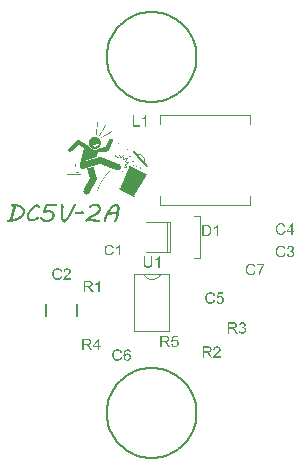
<source format=gto>
G04*
G04 #@! TF.GenerationSoftware,Altium Limited,Altium Designer,20.1.14 (287)*
G04*
G04 Layer_Color=65535*
%FSLAX25Y25*%
%MOIN*%
G70*
G04*
G04 #@! TF.SameCoordinates,3CBCD0D0-32B7-46DE-8EB3-B5E10EB4AE05*
G04*
G04*
G04 #@! TF.FilePolarity,Positive*
G04*
G01*
G75*
%ADD10C,0.00394*%
%ADD11C,0.00591*%
%ADD12C,0.00787*%
G36*
X33792Y114620D02*
X33860D01*
Y114603D01*
X33911D01*
Y114586D01*
X33944D01*
Y114569D01*
X33978D01*
Y114552D01*
X33995D01*
Y114535D01*
X34012D01*
Y114518D01*
X34029D01*
Y114501D01*
X34046D01*
Y114484D01*
Y114467D01*
Y114451D01*
X34063D01*
Y114434D01*
Y114417D01*
Y114400D01*
Y114383D01*
Y114366D01*
Y114349D01*
Y114332D01*
Y114315D01*
X34046D01*
Y114298D01*
Y114281D01*
Y114264D01*
Y114247D01*
Y114231D01*
Y114214D01*
Y114197D01*
Y114180D01*
Y114163D01*
Y114146D01*
Y114129D01*
Y114112D01*
Y114095D01*
Y114078D01*
Y114061D01*
Y114044D01*
Y114027D01*
X34029D01*
Y114011D01*
Y113994D01*
Y113977D01*
Y113960D01*
Y113943D01*
Y113926D01*
Y113909D01*
Y113892D01*
Y113875D01*
Y113858D01*
Y113841D01*
Y113824D01*
Y113807D01*
Y113791D01*
Y113774D01*
Y113757D01*
X34012D01*
Y113740D01*
Y113723D01*
Y113706D01*
Y113689D01*
Y113672D01*
Y113655D01*
Y113638D01*
Y113621D01*
Y113604D01*
Y113587D01*
Y113571D01*
Y113554D01*
Y113537D01*
Y113520D01*
X33995D01*
Y113503D01*
Y113486D01*
Y113469D01*
Y113452D01*
Y113435D01*
Y113418D01*
Y113401D01*
Y113384D01*
Y113367D01*
Y113351D01*
Y113334D01*
Y113317D01*
Y113300D01*
Y113283D01*
X33978D01*
Y113266D01*
Y113249D01*
Y113232D01*
Y113215D01*
Y113198D01*
Y113181D01*
Y113164D01*
Y113147D01*
Y113131D01*
Y113114D01*
Y113097D01*
Y113080D01*
Y113063D01*
Y113046D01*
X33961D01*
Y113029D01*
Y113012D01*
Y112995D01*
Y112978D01*
Y112961D01*
Y112944D01*
Y112927D01*
Y112911D01*
Y112894D01*
Y112877D01*
Y112860D01*
Y112843D01*
Y112826D01*
X33944D01*
Y112809D01*
Y112792D01*
Y112775D01*
Y112758D01*
Y112741D01*
Y112724D01*
Y112707D01*
Y112691D01*
Y112674D01*
Y112657D01*
Y112640D01*
Y112623D01*
Y112606D01*
X33928D01*
Y112589D01*
Y112572D01*
Y112555D01*
Y112538D01*
Y112521D01*
Y112504D01*
Y112488D01*
Y112471D01*
Y112454D01*
Y112437D01*
Y112420D01*
Y112403D01*
Y112386D01*
X33911D01*
Y112369D01*
Y112352D01*
Y112335D01*
Y112318D01*
Y112301D01*
Y112285D01*
Y112268D01*
Y112251D01*
Y112234D01*
Y112217D01*
Y112200D01*
Y112183D01*
Y112166D01*
X33894D01*
Y112149D01*
Y112132D01*
Y112115D01*
Y112098D01*
Y112081D01*
Y112065D01*
Y112048D01*
Y112031D01*
Y112014D01*
Y111997D01*
Y111980D01*
Y111963D01*
X33877D01*
Y111946D01*
Y111929D01*
Y111912D01*
Y111895D01*
Y111878D01*
Y111861D01*
Y111845D01*
Y111828D01*
Y111811D01*
Y111794D01*
Y111777D01*
Y111760D01*
X33860D01*
Y111743D01*
Y111726D01*
Y111709D01*
Y111692D01*
Y111675D01*
Y111658D01*
Y111642D01*
Y111625D01*
Y111608D01*
Y111591D01*
Y111574D01*
Y111557D01*
Y111540D01*
X33843D01*
Y111523D01*
Y111506D01*
Y111489D01*
Y111472D01*
Y111455D01*
Y111438D01*
Y111422D01*
Y111405D01*
Y111388D01*
Y111371D01*
Y111354D01*
X33826D01*
Y111337D01*
Y111320D01*
Y111303D01*
Y111286D01*
Y111269D01*
Y111252D01*
Y111235D01*
Y111218D01*
Y111202D01*
Y111185D01*
Y111168D01*
Y111151D01*
X33809D01*
Y111134D01*
Y111117D01*
Y111100D01*
Y111083D01*
Y111066D01*
Y111049D01*
Y111032D01*
Y111015D01*
Y110998D01*
Y110982D01*
Y110965D01*
X33792D01*
Y110948D01*
Y110931D01*
Y110914D01*
Y110897D01*
Y110880D01*
Y110863D01*
Y110846D01*
Y110829D01*
Y110812D01*
Y110795D01*
Y110778D01*
X33775D01*
Y110761D01*
Y110745D01*
Y110728D01*
Y110711D01*
Y110694D01*
Y110677D01*
Y110660D01*
Y110643D01*
Y110626D01*
Y110609D01*
Y110592D01*
X33758D01*
Y110575D01*
Y110558D01*
Y110541D01*
Y110525D01*
Y110508D01*
Y110491D01*
Y110474D01*
Y110457D01*
X33742D01*
Y110440D01*
Y110423D01*
X33674D01*
Y110440D01*
X33657D01*
Y110457D01*
X33640D01*
Y110474D01*
Y110491D01*
Y110508D01*
Y110525D01*
Y110541D01*
Y110558D01*
Y110575D01*
Y110592D01*
Y110609D01*
X33623D01*
Y110626D01*
Y110643D01*
Y110660D01*
Y110677D01*
Y110694D01*
Y110711D01*
Y110728D01*
Y110745D01*
Y110761D01*
Y110778D01*
Y110795D01*
Y110812D01*
Y110829D01*
Y110846D01*
Y110863D01*
Y110880D01*
Y110897D01*
Y110914D01*
Y110931D01*
Y110948D01*
Y110965D01*
Y110982D01*
Y110998D01*
Y111015D01*
Y111032D01*
Y111049D01*
Y111066D01*
Y111083D01*
Y111100D01*
Y111117D01*
Y111134D01*
Y111151D01*
Y111168D01*
Y111185D01*
Y111202D01*
Y111218D01*
Y111235D01*
Y111252D01*
Y111269D01*
Y111286D01*
Y111303D01*
Y111320D01*
Y111337D01*
Y111354D01*
Y111371D01*
Y111388D01*
Y111405D01*
Y111422D01*
Y111438D01*
Y111455D01*
Y111472D01*
Y111489D01*
Y111506D01*
X33640D01*
Y111523D01*
Y111540D01*
Y111557D01*
Y111574D01*
Y111591D01*
Y111608D01*
Y111625D01*
Y111642D01*
Y111658D01*
Y111675D01*
Y111692D01*
Y111709D01*
Y111726D01*
Y111743D01*
Y111760D01*
Y111777D01*
Y111794D01*
Y111811D01*
Y111828D01*
Y111845D01*
Y111861D01*
Y111878D01*
Y111895D01*
Y111912D01*
Y111929D01*
Y111946D01*
Y111963D01*
Y111980D01*
Y111997D01*
Y112014D01*
Y112031D01*
Y112048D01*
Y112065D01*
Y112081D01*
Y112098D01*
Y112115D01*
Y112132D01*
Y112149D01*
Y112166D01*
Y112183D01*
Y112200D01*
X33657D01*
Y112217D01*
Y112234D01*
Y112251D01*
Y112268D01*
Y112285D01*
Y112301D01*
Y112318D01*
Y112335D01*
Y112352D01*
Y112369D01*
Y112386D01*
Y112403D01*
Y112420D01*
Y112437D01*
Y112454D01*
Y112471D01*
Y112488D01*
Y112504D01*
Y112521D01*
Y112538D01*
Y112555D01*
Y112572D01*
Y112589D01*
Y112606D01*
Y112623D01*
Y112640D01*
Y112657D01*
Y112674D01*
Y112691D01*
Y112707D01*
Y112724D01*
Y112741D01*
Y112758D01*
Y112775D01*
Y112792D01*
Y112809D01*
X33674D01*
Y112826D01*
Y112843D01*
Y112860D01*
Y112877D01*
Y112894D01*
Y112911D01*
Y112927D01*
Y112944D01*
Y112961D01*
Y112978D01*
Y112995D01*
Y113012D01*
Y113029D01*
Y113046D01*
Y113063D01*
Y113080D01*
Y113097D01*
Y113114D01*
Y113131D01*
Y113147D01*
Y113164D01*
Y113181D01*
Y113198D01*
Y113215D01*
Y113232D01*
Y113249D01*
Y113266D01*
Y113283D01*
Y113300D01*
Y113317D01*
Y113334D01*
Y113351D01*
Y113367D01*
Y113384D01*
X33691D01*
Y113401D01*
Y113418D01*
Y113435D01*
Y113452D01*
Y113469D01*
Y113486D01*
Y113503D01*
Y113520D01*
Y113537D01*
Y113554D01*
Y113571D01*
Y113587D01*
Y113604D01*
Y113621D01*
Y113638D01*
Y113655D01*
Y113672D01*
Y113689D01*
Y113706D01*
Y113723D01*
Y113740D01*
Y113757D01*
Y113774D01*
Y113791D01*
Y113807D01*
Y113824D01*
Y113841D01*
Y113858D01*
Y113875D01*
Y113892D01*
Y113909D01*
Y113926D01*
Y113943D01*
X33708D01*
Y113960D01*
Y113977D01*
Y113994D01*
Y114011D01*
Y114027D01*
Y114044D01*
Y114061D01*
Y114078D01*
Y114095D01*
Y114112D01*
Y114129D01*
Y114146D01*
Y114163D01*
Y114180D01*
Y114197D01*
Y114214D01*
Y114231D01*
Y114247D01*
Y114264D01*
Y114281D01*
Y114298D01*
Y114315D01*
Y114332D01*
Y114349D01*
Y114366D01*
Y114383D01*
Y114400D01*
Y114417D01*
Y114434D01*
X33725D01*
Y114451D01*
Y114467D01*
Y114484D01*
Y114501D01*
Y114518D01*
Y114535D01*
Y114552D01*
Y114569D01*
Y114586D01*
Y114603D01*
Y114620D01*
Y114637D01*
X33792D01*
Y114620D01*
D02*
G37*
G36*
X36568Y113740D02*
X36584D01*
Y113723D01*
X36601D01*
Y113706D01*
X36635D01*
Y113689D01*
X36652D01*
Y113672D01*
X36669D01*
Y113655D01*
X36686D01*
Y113638D01*
Y113621D01*
X36703D01*
Y113604D01*
X36720D01*
Y113587D01*
X36737D01*
Y113571D01*
Y113554D01*
X36754D01*
Y113537D01*
X36770D01*
Y113520D01*
Y113503D01*
X36787D01*
Y113486D01*
Y113469D01*
X36770D01*
Y113452D01*
Y113435D01*
X36754D01*
Y113418D01*
Y113401D01*
X36737D01*
Y113384D01*
X36720D01*
Y113367D01*
Y113351D01*
X36703D01*
Y113334D01*
Y113317D01*
X36686D01*
Y113300D01*
X36669D01*
Y113283D01*
Y113266D01*
X36652D01*
Y113249D01*
Y113232D01*
X36635D01*
Y113215D01*
Y113198D01*
X36618D01*
Y113181D01*
X36601D01*
Y113164D01*
Y113147D01*
X36584D01*
Y113131D01*
Y113114D01*
X36568D01*
Y113097D01*
X36551D01*
Y113080D01*
Y113063D01*
X36534D01*
Y113046D01*
Y113029D01*
X36517D01*
Y113012D01*
X36500D01*
Y112995D01*
Y112978D01*
X36483D01*
Y112961D01*
Y112944D01*
X36466D01*
Y112927D01*
X36449D01*
Y112911D01*
Y112894D01*
X36432D01*
Y112877D01*
Y112860D01*
X36415D01*
Y112843D01*
X36398D01*
Y112826D01*
Y112809D01*
X36381D01*
Y112792D01*
Y112775D01*
X36364D01*
Y112758D01*
X36347D01*
Y112741D01*
Y112724D01*
X36331D01*
Y112707D01*
Y112691D01*
X36314D01*
Y112674D01*
X36297D01*
Y112657D01*
Y112640D01*
X36280D01*
Y112623D01*
Y112606D01*
X36263D01*
Y112589D01*
X36246D01*
Y112572D01*
Y112555D01*
X36229D01*
Y112538D01*
Y112521D01*
X36212D01*
Y112504D01*
X36195D01*
Y112488D01*
Y112471D01*
X36178D01*
Y112454D01*
Y112437D01*
X36161D01*
Y112420D01*
X36144D01*
Y112403D01*
Y112386D01*
X36127D01*
Y112369D01*
Y112352D01*
X36111D01*
Y112335D01*
X36094D01*
Y112318D01*
Y112301D01*
X36077D01*
Y112285D01*
Y112268D01*
X36060D01*
Y112251D01*
X36043D01*
Y112234D01*
Y112217D01*
X36026D01*
Y112200D01*
Y112183D01*
X36009D01*
Y112166D01*
X35992D01*
Y112149D01*
Y112132D01*
X35975D01*
Y112115D01*
Y112098D01*
X35958D01*
Y112081D01*
X35941D01*
Y112065D01*
Y112048D01*
X35924D01*
Y112031D01*
Y112014D01*
X35908D01*
Y111997D01*
X35891D01*
Y111980D01*
Y111963D01*
X35874D01*
Y111946D01*
Y111929D01*
X35857D01*
Y111912D01*
X35840D01*
Y111895D01*
Y111878D01*
X35823D01*
Y111861D01*
Y111845D01*
X35806D01*
Y111828D01*
X35789D01*
Y111811D01*
Y111794D01*
X35772D01*
Y111777D01*
Y111760D01*
X35755D01*
Y111743D01*
X35738D01*
Y111726D01*
Y111709D01*
X35721D01*
Y111692D01*
Y111675D01*
X35704D01*
Y111658D01*
X35688D01*
Y111642D01*
Y111625D01*
X35671D01*
Y111608D01*
Y111591D01*
X35654D01*
Y111574D01*
X35637D01*
Y111557D01*
Y111540D01*
X35620D01*
Y111523D01*
Y111506D01*
X35603D01*
Y111489D01*
X35586D01*
Y111472D01*
Y111455D01*
X35569D01*
Y111438D01*
Y111422D01*
X35552D01*
Y111405D01*
X35535D01*
Y111388D01*
Y111371D01*
X35518D01*
Y111354D01*
Y111337D01*
X35501D01*
Y111320D01*
X35484D01*
Y111303D01*
Y111286D01*
X35467D01*
Y111269D01*
Y111252D01*
X35451D01*
Y111235D01*
X35434D01*
Y111218D01*
Y111202D01*
X35417D01*
Y111185D01*
X35400D01*
Y111168D01*
Y111151D01*
X35383D01*
Y111134D01*
Y111117D01*
X35366D01*
Y111100D01*
X35349D01*
Y111083D01*
Y111066D01*
X35332D01*
Y111049D01*
Y111032D01*
X35315D01*
Y111015D01*
X35298D01*
Y110998D01*
Y110982D01*
X35281D01*
Y110965D01*
Y110948D01*
X35265D01*
Y110931D01*
X35247D01*
Y110914D01*
Y110897D01*
X35231D01*
Y110880D01*
Y110863D01*
X35214D01*
Y110846D01*
X35197D01*
Y110829D01*
Y110812D01*
X35180D01*
Y110795D01*
Y110778D01*
X35163D01*
Y110761D01*
X35146D01*
Y110745D01*
Y110728D01*
X35129D01*
Y110711D01*
Y110694D01*
X35112D01*
Y110677D01*
X35095D01*
Y110660D01*
Y110643D01*
X35078D01*
Y110626D01*
Y110609D01*
X35061D01*
Y110592D01*
X35045D01*
Y110575D01*
Y110558D01*
X35028D01*
Y110541D01*
X35011D01*
Y110525D01*
Y110508D01*
X34994D01*
Y110491D01*
Y110474D01*
X34977D01*
Y110457D01*
X34960D01*
Y110440D01*
Y110423D01*
X34943D01*
Y110406D01*
Y110389D01*
X34926D01*
Y110372D01*
X34909D01*
Y110355D01*
Y110338D01*
X34892D01*
Y110322D01*
Y110305D01*
X34875D01*
Y110288D01*
X34858D01*
Y110271D01*
Y110254D01*
X34841D01*
Y110237D01*
X34824D01*
Y110220D01*
Y110203D01*
X34808D01*
Y110186D01*
Y110169D01*
X34791D01*
Y110152D01*
X34774D01*
Y110135D01*
Y110118D01*
X34757D01*
Y110102D01*
X34740D01*
Y110085D01*
Y110068D01*
X34723D01*
Y110051D01*
Y110034D01*
X34706D01*
Y110017D01*
X34689D01*
Y110000D01*
X34621D01*
Y110017D01*
X34588D01*
Y110034D01*
Y110051D01*
X34571D01*
Y110068D01*
Y110085D01*
Y110102D01*
X34588D01*
Y110118D01*
Y110135D01*
Y110152D01*
X34604D01*
Y110169D01*
Y110186D01*
X34621D01*
Y110203D01*
Y110220D01*
X34638D01*
Y110237D01*
Y110254D01*
X34655D01*
Y110271D01*
Y110288D01*
X34672D01*
Y110305D01*
Y110322D01*
X34689D01*
Y110338D01*
Y110355D01*
X34706D01*
Y110372D01*
Y110389D01*
X34723D01*
Y110406D01*
X34740D01*
Y110423D01*
Y110440D01*
X34757D01*
Y110457D01*
Y110474D01*
X34774D01*
Y110491D01*
Y110508D01*
X34791D01*
Y110525D01*
Y110541D01*
X34808D01*
Y110558D01*
Y110575D01*
X34824D01*
Y110592D01*
Y110609D01*
X34841D01*
Y110626D01*
Y110643D01*
X34858D01*
Y110660D01*
X34875D01*
Y110677D01*
Y110694D01*
X34892D01*
Y110711D01*
Y110728D01*
X34909D01*
Y110745D01*
Y110761D01*
X34926D01*
Y110778D01*
Y110795D01*
X34943D01*
Y110812D01*
Y110829D01*
X34960D01*
Y110846D01*
Y110863D01*
X34977D01*
Y110880D01*
Y110897D01*
X34994D01*
Y110914D01*
X35011D01*
Y110931D01*
Y110948D01*
X35028D01*
Y110965D01*
Y110982D01*
X35045D01*
Y110998D01*
Y111015D01*
X35061D01*
Y111032D01*
Y111049D01*
X35078D01*
Y111066D01*
Y111083D01*
X35095D01*
Y111100D01*
X35112D01*
Y111117D01*
Y111134D01*
X35129D01*
Y111151D01*
Y111168D01*
X35146D01*
Y111185D01*
Y111202D01*
X35163D01*
Y111218D01*
Y111235D01*
X35180D01*
Y111252D01*
Y111269D01*
X35197D01*
Y111286D01*
Y111303D01*
X35214D01*
Y111320D01*
X35231D01*
Y111337D01*
Y111354D01*
X35247D01*
Y111371D01*
Y111388D01*
X35265D01*
Y111405D01*
Y111422D01*
X35281D01*
Y111438D01*
Y111455D01*
X35298D01*
Y111472D01*
Y111489D01*
X35315D01*
Y111506D01*
Y111523D01*
X35332D01*
Y111540D01*
X35349D01*
Y111557D01*
Y111574D01*
X35366D01*
Y111591D01*
Y111608D01*
X35383D01*
Y111625D01*
Y111642D01*
X35400D01*
Y111658D01*
Y111675D01*
X35417D01*
Y111692D01*
Y111709D01*
X35434D01*
Y111726D01*
Y111743D01*
X35451D01*
Y111760D01*
X35467D01*
Y111777D01*
Y111794D01*
X35484D01*
Y111811D01*
Y111828D01*
X35501D01*
Y111845D01*
Y111861D01*
X35518D01*
Y111878D01*
Y111895D01*
X35535D01*
Y111912D01*
Y111929D01*
X35552D01*
Y111946D01*
Y111963D01*
X35569D01*
Y111980D01*
X35586D01*
Y111997D01*
Y112014D01*
X35603D01*
Y112031D01*
Y112048D01*
X35620D01*
Y112065D01*
Y112081D01*
X35637D01*
Y112098D01*
Y112115D01*
X35654D01*
Y112132D01*
Y112149D01*
X35671D01*
Y112166D01*
Y112183D01*
X35688D01*
Y112200D01*
X35704D01*
Y112217D01*
Y112234D01*
X35721D01*
Y112251D01*
Y112268D01*
X35738D01*
Y112285D01*
Y112301D01*
X35755D01*
Y112318D01*
Y112335D01*
X35772D01*
Y112352D01*
Y112369D01*
X35789D01*
Y112386D01*
X35806D01*
Y112403D01*
Y112420D01*
X35823D01*
Y112437D01*
Y112454D01*
X35840D01*
Y112471D01*
Y112488D01*
X35857D01*
Y112504D01*
Y112521D01*
X35874D01*
Y112538D01*
Y112555D01*
X35891D01*
Y112572D01*
X35908D01*
Y112589D01*
Y112606D01*
X35924D01*
Y112623D01*
Y112640D01*
X35941D01*
Y112657D01*
Y112674D01*
X35958D01*
Y112691D01*
Y112707D01*
X35975D01*
Y112724D01*
Y112741D01*
X35992D01*
Y112758D01*
Y112775D01*
X36009D01*
Y112792D01*
X36026D01*
Y112809D01*
Y112826D01*
X36043D01*
Y112843D01*
Y112860D01*
X36060D01*
Y112877D01*
Y112894D01*
X36077D01*
Y112911D01*
Y112927D01*
X36094D01*
Y112944D01*
Y112961D01*
X36111D01*
Y112978D01*
X36127D01*
Y112995D01*
Y113012D01*
X36144D01*
Y113029D01*
Y113046D01*
X36161D01*
Y113063D01*
Y113080D01*
X36178D01*
Y113097D01*
Y113114D01*
X36195D01*
Y113131D01*
Y113147D01*
X36212D01*
Y113164D01*
Y113181D01*
X36229D01*
Y113198D01*
X36246D01*
Y113215D01*
Y113232D01*
X36263D01*
Y113249D01*
Y113266D01*
X36280D01*
Y113283D01*
Y113300D01*
X36297D01*
Y113317D01*
Y113334D01*
X36314D01*
Y113351D01*
Y113367D01*
X36331D01*
Y113384D01*
X36347D01*
Y113401D01*
Y113418D01*
X36364D01*
Y113435D01*
Y113452D01*
X36381D01*
Y113469D01*
Y113486D01*
X36398D01*
Y113503D01*
Y113520D01*
X36415D01*
Y113537D01*
Y113554D01*
X36432D01*
Y113571D01*
X36449D01*
Y113587D01*
Y113604D01*
X36466D01*
Y113621D01*
Y113638D01*
X36483D01*
Y113655D01*
Y113672D01*
X36500D01*
Y113689D01*
Y113706D01*
X36517D01*
Y113723D01*
X36534D01*
Y113740D01*
Y113757D01*
X36568D01*
Y113740D01*
D02*
G37*
G36*
X38666Y111506D02*
Y111489D01*
X38683D01*
Y111472D01*
Y111455D01*
Y111438D01*
X38700D01*
Y111422D01*
Y111405D01*
Y111388D01*
Y111371D01*
X38717D01*
Y111354D01*
Y111337D01*
Y111320D01*
Y111303D01*
Y111286D01*
X38700D01*
Y111269D01*
Y111252D01*
X38683D01*
Y111235D01*
X38666D01*
Y111218D01*
X38632D01*
Y111202D01*
X38615D01*
Y111185D01*
X38598D01*
Y111168D01*
X38564D01*
Y111151D01*
X38547D01*
Y111134D01*
X38513D01*
Y111117D01*
X38497D01*
Y111100D01*
X38463D01*
Y111083D01*
X38429D01*
Y111066D01*
X38395D01*
Y111049D01*
X38378D01*
Y111032D01*
X38344D01*
Y111015D01*
X38310D01*
Y110998D01*
X38277D01*
Y110982D01*
X38260D01*
Y110965D01*
X38226D01*
Y110948D01*
X38192D01*
Y110931D01*
X38158D01*
Y110914D01*
X38124D01*
Y110897D01*
X38107D01*
Y110880D01*
X38074D01*
Y110863D01*
X38040D01*
Y110846D01*
X38006D01*
Y110829D01*
X37972D01*
Y110812D01*
X37938D01*
Y110795D01*
X37904D01*
Y110778D01*
X37887D01*
Y110761D01*
X37854D01*
Y110745D01*
X37820D01*
Y110728D01*
X37786D01*
Y110711D01*
X37752D01*
Y110694D01*
X37718D01*
Y110677D01*
X37684D01*
Y110660D01*
X37650D01*
Y110643D01*
X37633D01*
Y110626D01*
X37600D01*
Y110609D01*
X37566D01*
Y110592D01*
X37532D01*
Y110575D01*
X37498D01*
Y110558D01*
X37464D01*
Y110541D01*
X37431D01*
Y110525D01*
X37397D01*
Y110508D01*
X37363D01*
Y110491D01*
X37329D01*
Y110474D01*
X37295D01*
Y110457D01*
X37278D01*
Y110440D01*
X37244D01*
Y110423D01*
X37211D01*
Y110406D01*
X37177D01*
Y110389D01*
X37143D01*
Y110372D01*
X37109D01*
Y110355D01*
X37075D01*
Y110338D01*
X37041D01*
Y110322D01*
X37007D01*
Y110305D01*
X36974D01*
Y110288D01*
X36957D01*
Y110271D01*
X36923D01*
Y110254D01*
X36889D01*
Y110237D01*
X36855D01*
Y110220D01*
X36821D01*
Y110203D01*
X36787D01*
Y110186D01*
X36754D01*
Y110169D01*
X36720D01*
Y110152D01*
X36686D01*
Y110135D01*
X36652D01*
Y110118D01*
X36618D01*
Y110102D01*
X36584D01*
Y110085D01*
X36551D01*
Y110068D01*
X36534D01*
Y110051D01*
X36500D01*
Y110034D01*
X36466D01*
Y110017D01*
X36432D01*
Y110000D01*
X36398D01*
Y109983D01*
X36364D01*
Y109966D01*
X36331D01*
Y109949D01*
X36297D01*
Y109932D01*
X36263D01*
Y109915D01*
X36229D01*
Y109898D01*
X36195D01*
Y109882D01*
X36161D01*
Y109865D01*
X36127D01*
Y109848D01*
X36094D01*
Y109831D01*
X36060D01*
Y109814D01*
X36026D01*
Y109797D01*
X35992D01*
Y109780D01*
X35975D01*
Y109763D01*
X35941D01*
Y109746D01*
X35908D01*
Y109729D01*
X35874D01*
Y109712D01*
X35840D01*
Y109695D01*
X35806D01*
Y109678D01*
X35772D01*
Y109662D01*
X35738D01*
Y109645D01*
X35704D01*
Y109628D01*
X35671D01*
Y109611D01*
X35637D01*
Y109594D01*
X35586D01*
Y109577D01*
X35552D01*
Y109560D01*
X35518D01*
Y109543D01*
X35484D01*
Y109526D01*
X35451D01*
Y109509D01*
X35417D01*
Y109492D01*
X35383D01*
Y109476D01*
X35349D01*
Y109458D01*
X35298D01*
Y109442D01*
X35265D01*
Y109425D01*
X35231D01*
Y109408D01*
X35180D01*
Y109391D01*
X35146D01*
Y109374D01*
X35078D01*
Y109357D01*
X35061D01*
Y109374D01*
X35045D01*
Y109391D01*
Y109408D01*
Y109425D01*
X35028D01*
Y109442D01*
X35045D01*
Y109458D01*
X35061D01*
Y109476D01*
X35095D01*
Y109492D01*
X35112D01*
Y109509D01*
X35146D01*
Y109526D01*
X35180D01*
Y109543D01*
X35197D01*
Y109560D01*
X35231D01*
Y109577D01*
X35265D01*
Y109594D01*
X35281D01*
Y109611D01*
X35315D01*
Y109628D01*
X35349D01*
Y109645D01*
X35366D01*
Y109662D01*
X35400D01*
Y109678D01*
X35434D01*
Y109695D01*
X35451D01*
Y109712D01*
X35484D01*
Y109729D01*
X35518D01*
Y109746D01*
X35535D01*
Y109763D01*
X35569D01*
Y109780D01*
X35603D01*
Y109797D01*
X35620D01*
Y109814D01*
X35654D01*
Y109831D01*
X35688D01*
Y109848D01*
X35721D01*
Y109865D01*
X35738D01*
Y109882D01*
X35772D01*
Y109898D01*
X35806D01*
Y109915D01*
X35823D01*
Y109932D01*
X35857D01*
Y109949D01*
X35891D01*
Y109966D01*
X35908D01*
Y109983D01*
X35941D01*
Y110000D01*
X35975D01*
Y110017D01*
X35992D01*
Y110034D01*
X36026D01*
Y110051D01*
X36060D01*
Y110068D01*
X36077D01*
Y110085D01*
X36111D01*
Y110102D01*
X36144D01*
Y110118D01*
X36178D01*
Y110135D01*
X36195D01*
Y110152D01*
X36229D01*
Y110169D01*
X36263D01*
Y110186D01*
X36280D01*
Y110203D01*
X36314D01*
Y110220D01*
X36347D01*
Y110237D01*
X36364D01*
Y110254D01*
X36398D01*
Y110271D01*
X36432D01*
Y110288D01*
X36466D01*
Y110305D01*
X36483D01*
Y110322D01*
X36517D01*
Y110338D01*
X36551D01*
Y110355D01*
X36568D01*
Y110372D01*
X36601D01*
Y110389D01*
X36635D01*
Y110406D01*
X36652D01*
Y110423D01*
X36686D01*
Y110440D01*
X36720D01*
Y110457D01*
X36737D01*
Y110474D01*
X36770D01*
Y110491D01*
X36804D01*
Y110508D01*
X36838D01*
Y110525D01*
X36855D01*
Y110541D01*
X36889D01*
Y110558D01*
X36923D01*
Y110575D01*
X36940D01*
Y110592D01*
X36974D01*
Y110609D01*
X37007D01*
Y110626D01*
X37024D01*
Y110643D01*
X37058D01*
Y110660D01*
X37092D01*
Y110677D01*
X37126D01*
Y110694D01*
X37143D01*
Y110711D01*
X37177D01*
Y110728D01*
X37211D01*
Y110745D01*
X37227D01*
Y110761D01*
X37261D01*
Y110778D01*
X37295D01*
Y110795D01*
X37329D01*
Y110812D01*
X37346D01*
Y110829D01*
X37380D01*
Y110846D01*
X37413D01*
Y110863D01*
X37431D01*
Y110880D01*
X37464D01*
Y110897D01*
X37498D01*
Y110914D01*
X37532D01*
Y110931D01*
X37549D01*
Y110948D01*
X37583D01*
Y110965D01*
X37617D01*
Y110982D01*
X37650D01*
Y110998D01*
X37667D01*
Y111015D01*
X37701D01*
Y111032D01*
X37735D01*
Y111049D01*
X37769D01*
Y111066D01*
X37786D01*
Y111083D01*
X37820D01*
Y111100D01*
X37854D01*
Y111117D01*
X37887D01*
Y111134D01*
X37904D01*
Y111151D01*
X37938D01*
Y111168D01*
X37972D01*
Y111185D01*
X38006D01*
Y111202D01*
X38040D01*
Y111218D01*
X38057D01*
Y111235D01*
X38090D01*
Y111252D01*
X38124D01*
Y111269D01*
X38158D01*
Y111286D01*
X38192D01*
Y111303D01*
X38209D01*
Y111320D01*
X38243D01*
Y111337D01*
X38277D01*
Y111354D01*
X38310D01*
Y111371D01*
X38344D01*
Y111388D01*
X38378D01*
Y111405D01*
X38412D01*
Y111422D01*
X38446D01*
Y111438D01*
X38480D01*
Y111455D01*
X38513D01*
Y111472D01*
X38547D01*
Y111489D01*
X38581D01*
Y111506D01*
X38632D01*
Y111523D01*
X38666D01*
Y111506D01*
D02*
G37*
G36*
X40933Y107597D02*
X40967D01*
Y107580D01*
X41001D01*
Y107563D01*
X41018D01*
Y107546D01*
X41035D01*
Y107529D01*
X41052D01*
Y107512D01*
X41069D01*
Y107496D01*
Y107479D01*
Y107462D01*
Y107445D01*
X41086D01*
Y107428D01*
Y107411D01*
X41069D01*
Y107394D01*
Y107377D01*
Y107360D01*
X41052D01*
Y107343D01*
Y107326D01*
X41035D01*
Y107309D01*
X41001D01*
Y107292D01*
X40950D01*
Y107276D01*
X40900D01*
Y107292D01*
X40832D01*
Y107309D01*
X40815D01*
Y107326D01*
X40781D01*
Y107343D01*
X40764D01*
Y107360D01*
X40747D01*
Y107377D01*
X40730D01*
Y107394D01*
Y107411D01*
X40713D01*
Y107428D01*
X40696D01*
Y107445D01*
Y107462D01*
Y107479D01*
X40679D01*
Y107496D01*
Y107512D01*
X40696D01*
Y107529D01*
Y107546D01*
X40713D01*
Y107563D01*
X40730D01*
Y107580D01*
X40764D01*
Y107597D01*
X40832D01*
Y107614D01*
X40933D01*
Y107597D01*
D02*
G37*
G36*
X33268Y109645D02*
X33386D01*
Y109628D01*
X33471D01*
Y109611D01*
X33538D01*
Y109594D01*
X33589D01*
Y109577D01*
X33657D01*
Y109560D01*
X33708D01*
Y109543D01*
X33742D01*
Y109526D01*
X33792D01*
Y109509D01*
X33826D01*
Y109492D01*
X33860D01*
Y109476D01*
X33911D01*
Y109458D01*
X33944D01*
Y109442D01*
X33978D01*
Y109425D01*
X33995D01*
Y109408D01*
X34029D01*
Y109391D01*
X34063D01*
Y109374D01*
X34097D01*
Y109357D01*
X34114D01*
Y109340D01*
X34148D01*
Y109323D01*
X34165D01*
Y109306D01*
X34198D01*
Y109289D01*
X34215D01*
Y109272D01*
X34249D01*
Y109256D01*
X34266D01*
Y109239D01*
X34283D01*
Y109222D01*
X34300D01*
Y109205D01*
X34334D01*
Y109188D01*
X34351D01*
Y109171D01*
X34368D01*
Y109154D01*
X34385D01*
Y109137D01*
X34401D01*
Y109120D01*
X34435D01*
Y109103D01*
X34452D01*
Y109086D01*
X34469D01*
Y109069D01*
X34486D01*
Y109052D01*
X34503D01*
Y109036D01*
X34520D01*
Y109019D01*
X34537D01*
Y109002D01*
X34554D01*
Y108985D01*
Y108968D01*
X34571D01*
Y108951D01*
X34588D01*
Y108934D01*
X34604D01*
Y108917D01*
X34621D01*
Y108900D01*
X34638D01*
Y108883D01*
X34655D01*
Y108866D01*
Y108849D01*
X34672D01*
Y108832D01*
X34689D01*
Y108816D01*
X34706D01*
Y108799D01*
Y108782D01*
X34723D01*
Y108765D01*
X34740D01*
Y108748D01*
Y108731D01*
X34757D01*
Y108714D01*
X34774D01*
Y108697D01*
Y108680D01*
X34791D01*
Y108663D01*
X34808D01*
Y108646D01*
Y108629D01*
X34824D01*
Y108612D01*
Y108596D01*
X34841D01*
Y108579D01*
Y108562D01*
X34858D01*
Y108545D01*
Y108528D01*
X34875D01*
Y108511D01*
Y108494D01*
X34892D01*
Y108477D01*
Y108460D01*
X34909D01*
Y108443D01*
Y108426D01*
X34926D01*
Y108409D01*
Y108393D01*
X34943D01*
Y108376D01*
Y108359D01*
Y108342D01*
X34960D01*
Y108325D01*
Y108308D01*
X34977D01*
Y108291D01*
Y108274D01*
Y108257D01*
Y108240D01*
X34994D01*
Y108223D01*
Y108206D01*
Y108189D01*
Y108173D01*
X35011D01*
Y108156D01*
Y108139D01*
Y108122D01*
Y108105D01*
Y108088D01*
Y108071D01*
X35028D01*
Y108054D01*
Y108037D01*
Y108020D01*
Y108003D01*
Y107986D01*
Y107969D01*
Y107952D01*
Y107936D01*
Y107919D01*
Y107902D01*
Y107885D01*
Y107868D01*
Y107851D01*
Y107834D01*
Y107817D01*
Y107800D01*
Y107783D01*
Y107766D01*
Y107749D01*
Y107732D01*
Y107716D01*
Y107699D01*
Y107682D01*
Y107665D01*
Y107648D01*
Y107631D01*
Y107614D01*
Y107597D01*
Y107580D01*
Y107563D01*
Y107546D01*
Y107529D01*
Y107512D01*
Y107496D01*
Y107479D01*
Y107462D01*
Y107445D01*
Y107428D01*
Y107411D01*
Y107394D01*
Y107377D01*
Y107360D01*
Y107343D01*
Y107326D01*
Y107309D01*
Y107292D01*
Y107276D01*
Y107259D01*
Y107242D01*
X35011D01*
Y107225D01*
Y107208D01*
Y107191D01*
Y107174D01*
Y107157D01*
Y107140D01*
X34994D01*
Y107123D01*
Y107106D01*
Y107089D01*
Y107072D01*
X34977D01*
Y107056D01*
Y107039D01*
Y107022D01*
X34960D01*
Y107005D01*
Y106988D01*
X34943D01*
Y106971D01*
Y106954D01*
Y106937D01*
X34926D01*
Y106920D01*
Y106903D01*
X34909D01*
Y106886D01*
Y106869D01*
X34892D01*
Y106853D01*
Y106836D01*
X34875D01*
Y106819D01*
Y106802D01*
X34858D01*
Y106785D01*
Y106768D01*
X34841D01*
Y106751D01*
Y106734D01*
X34824D01*
Y106717D01*
Y106700D01*
X34808D01*
Y106683D01*
Y106666D01*
X34791D01*
Y106649D01*
Y106633D01*
X34774D01*
Y106616D01*
X34757D01*
Y106599D01*
Y106582D01*
X34740D01*
Y106565D01*
X34723D01*
Y106548D01*
Y106531D01*
X34706D01*
Y106514D01*
X34689D01*
Y106497D01*
Y106480D01*
X34672D01*
Y106463D01*
X34655D01*
Y106446D01*
X34638D01*
Y106430D01*
Y106413D01*
X34621D01*
Y106396D01*
X34604D01*
Y106379D01*
X34588D01*
Y106362D01*
X34571D01*
Y106345D01*
X34554D01*
Y106328D01*
X34537D01*
Y106311D01*
Y106294D01*
X34520D01*
Y106277D01*
X34503D01*
Y106260D01*
X34486D01*
Y106243D01*
X34469D01*
Y106226D01*
X34452D01*
Y106210D01*
X34435D01*
Y106193D01*
X34418D01*
Y106176D01*
X34385D01*
Y106159D01*
X34368D01*
Y106142D01*
X34351D01*
Y106125D01*
X34334D01*
Y106108D01*
X34317D01*
Y106091D01*
X34283D01*
Y106074D01*
X34266D01*
Y106057D01*
X34249D01*
Y106040D01*
X34215D01*
Y106023D01*
X34198D01*
Y106007D01*
X34181D01*
Y105990D01*
X34148D01*
Y105973D01*
X34131D01*
Y105956D01*
X34097D01*
Y105939D01*
X34063D01*
Y105922D01*
X34046D01*
Y105905D01*
X34012D01*
Y105888D01*
X33978D01*
Y105871D01*
X33944D01*
Y105854D01*
X33911D01*
Y105837D01*
X33877D01*
Y105820D01*
X33826D01*
Y105803D01*
X33792D01*
Y105787D01*
X33758D01*
Y105770D01*
X33708D01*
Y105753D01*
X33657D01*
Y105736D01*
X33589D01*
Y105719D01*
X33538D01*
Y105702D01*
X33454D01*
Y105685D01*
X33386D01*
Y105668D01*
X33285D01*
Y105651D01*
X33132D01*
Y105634D01*
X32980D01*
Y105651D01*
X32828D01*
Y105668D01*
X32743D01*
Y105685D01*
X32675D01*
Y105702D01*
X32608D01*
Y105719D01*
X32540D01*
Y105736D01*
X32489D01*
Y105753D01*
X32438D01*
Y105770D01*
X32388D01*
Y105787D01*
X32337D01*
Y105803D01*
X32303D01*
Y105820D01*
X32252D01*
Y105837D01*
X32219D01*
Y105854D01*
X32185D01*
Y105871D01*
X32151D01*
Y105888D01*
X32117D01*
Y105905D01*
X32083D01*
Y105922D01*
X32066D01*
Y105939D01*
X32032D01*
Y105956D01*
X31999D01*
Y105973D01*
X31982D01*
Y105990D01*
X31948D01*
Y106007D01*
X31931D01*
Y106023D01*
X31897D01*
Y106040D01*
X31880D01*
Y106057D01*
X31846D01*
Y106074D01*
X31829D01*
Y106091D01*
X31812D01*
Y106108D01*
X31795D01*
Y106125D01*
X31762D01*
Y106142D01*
X31745D01*
Y106159D01*
X31728D01*
Y106176D01*
X31711D01*
Y106193D01*
X31694D01*
Y106210D01*
X31677D01*
Y106226D01*
X31660D01*
Y106243D01*
X31643D01*
Y106260D01*
X31626D01*
Y106277D01*
X31609D01*
Y106294D01*
X31592D01*
Y106311D01*
X31576D01*
Y106328D01*
X31559D01*
Y106345D01*
X31542D01*
Y106362D01*
X31525D01*
Y106379D01*
Y106396D01*
X31508D01*
Y106413D01*
X31491D01*
Y106430D01*
X31474D01*
Y106446D01*
X31457D01*
Y106463D01*
Y106480D01*
X31440D01*
Y106497D01*
X31423D01*
Y106514D01*
X31406D01*
Y106531D01*
Y106548D01*
X31389D01*
Y106565D01*
Y106582D01*
X31372D01*
Y106599D01*
X31356D01*
Y106616D01*
Y106633D01*
X31339D01*
Y106649D01*
X31322D01*
Y106666D01*
Y106683D01*
X31305D01*
Y106700D01*
Y106717D01*
X31288D01*
Y106734D01*
Y106751D01*
X31271D01*
Y106768D01*
Y106785D01*
X31254D01*
Y106802D01*
Y106819D01*
X31237D01*
Y106836D01*
Y106853D01*
Y106869D01*
X31220D01*
Y106886D01*
Y106903D01*
X31203D01*
Y106920D01*
Y106937D01*
Y106954D01*
X31186D01*
Y106971D01*
Y106988D01*
X31169D01*
Y107005D01*
Y107022D01*
Y107039D01*
X31152D01*
Y107056D01*
Y107072D01*
Y107089D01*
Y107106D01*
X31135D01*
Y107123D01*
Y107140D01*
Y107157D01*
X31119D01*
Y107174D01*
Y107191D01*
Y107208D01*
Y107225D01*
Y107242D01*
X31102D01*
Y107259D01*
Y107276D01*
Y107292D01*
Y107309D01*
Y107326D01*
X31085D01*
Y107343D01*
Y107360D01*
Y107377D01*
Y107394D01*
Y107411D01*
Y107428D01*
Y107445D01*
Y107462D01*
Y107479D01*
X31068D01*
Y107496D01*
Y107512D01*
Y107529D01*
Y107546D01*
Y107563D01*
Y107580D01*
Y107597D01*
Y107614D01*
Y107631D01*
Y107648D01*
Y107665D01*
Y107682D01*
Y107699D01*
Y107716D01*
Y107732D01*
Y107749D01*
Y107766D01*
Y107783D01*
X31085D01*
Y107800D01*
Y107817D01*
Y107834D01*
Y107851D01*
Y107868D01*
Y107885D01*
Y107902D01*
Y107919D01*
X31102D01*
Y107936D01*
Y107952D01*
Y107969D01*
Y107986D01*
Y108003D01*
Y108020D01*
X31119D01*
Y108037D01*
Y108054D01*
Y108071D01*
Y108088D01*
Y108105D01*
X31135D01*
Y108122D01*
Y108139D01*
Y108156D01*
X31152D01*
Y108173D01*
Y108189D01*
Y108206D01*
Y108223D01*
X31169D01*
Y108240D01*
Y108257D01*
Y108274D01*
X31186D01*
Y108291D01*
Y108308D01*
Y108325D01*
X31203D01*
Y108342D01*
Y108359D01*
X31220D01*
Y108376D01*
Y108393D01*
Y108409D01*
X31237D01*
Y108426D01*
Y108443D01*
X31254D01*
Y108460D01*
Y108477D01*
Y108494D01*
X31271D01*
Y108511D01*
Y108528D01*
X31288D01*
Y108545D01*
Y108562D01*
X31305D01*
Y108579D01*
Y108596D01*
X31322D01*
Y108612D01*
Y108629D01*
X31339D01*
Y108646D01*
Y108663D01*
X31356D01*
Y108680D01*
X31372D01*
Y108697D01*
Y108714D01*
X31389D01*
Y108731D01*
Y108748D01*
X31406D01*
Y108765D01*
X31423D01*
Y108782D01*
Y108799D01*
X31440D01*
Y108816D01*
X31457D01*
Y108832D01*
Y108849D01*
X31474D01*
Y108866D01*
X31491D01*
Y108883D01*
X31508D01*
Y108900D01*
Y108917D01*
X31525D01*
Y108934D01*
X31542D01*
Y108951D01*
X31559D01*
Y108968D01*
X31576D01*
Y108985D01*
Y109002D01*
X31592D01*
Y109019D01*
X31609D01*
Y109036D01*
X31626D01*
Y109052D01*
X31643D01*
Y109069D01*
X31660D01*
Y109086D01*
X31677D01*
Y109103D01*
X31694D01*
Y109120D01*
X31711D01*
Y109137D01*
X31728D01*
Y109154D01*
X31745D01*
Y109171D01*
X31762D01*
Y109188D01*
X31795D01*
Y109205D01*
X31812D01*
Y109222D01*
X31829D01*
Y109239D01*
X31846D01*
Y109256D01*
X31880D01*
Y109272D01*
X31897D01*
Y109289D01*
X31914D01*
Y109306D01*
X31948D01*
Y109323D01*
X31965D01*
Y109340D01*
X31999D01*
Y109357D01*
X32032D01*
Y109374D01*
X32049D01*
Y109391D01*
X32083D01*
Y109408D01*
X32117D01*
Y109425D01*
X32151D01*
Y109442D01*
X32185D01*
Y109458D01*
X32219D01*
Y109476D01*
X32252D01*
Y109492D01*
X32303D01*
Y109509D01*
X32337D01*
Y109526D01*
X32388D01*
Y109543D01*
X32438D01*
Y109560D01*
X32489D01*
Y109577D01*
X32540D01*
Y109594D01*
X32608D01*
Y109611D01*
X32675D01*
Y109628D01*
X32760D01*
Y109645D01*
X32879D01*
Y109662D01*
X33268D01*
Y109645D01*
D02*
G37*
G36*
X44030Y105770D02*
X44064D01*
Y105753D01*
X44081D01*
Y105736D01*
X44098D01*
Y105719D01*
X44131D01*
Y105702D01*
X44148D01*
Y105685D01*
X44165D01*
Y105668D01*
X44182D01*
Y105651D01*
Y105634D01*
X44199D01*
Y105617D01*
Y105600D01*
Y105583D01*
Y105567D01*
X44182D01*
Y105550D01*
Y105533D01*
X44165D01*
Y105516D01*
X44148D01*
Y105499D01*
X44131D01*
Y105482D01*
X44115D01*
Y105465D01*
X44098D01*
Y105448D01*
X44047D01*
Y105431D01*
X43979D01*
Y105448D01*
X43945D01*
Y105465D01*
X43911D01*
Y105482D01*
X43895D01*
Y105499D01*
X43878D01*
Y105516D01*
X43861D01*
Y105533D01*
X43844D01*
Y105550D01*
X43827D01*
Y105567D01*
X43810D01*
Y105583D01*
X43793D01*
Y105600D01*
X43776D01*
Y105617D01*
Y105634D01*
X43759D01*
Y105651D01*
Y105668D01*
Y105685D01*
X43776D01*
Y105702D01*
Y105719D01*
X43810D01*
Y105736D01*
X43844D01*
Y105753D01*
X43878D01*
Y105770D01*
X43911D01*
Y105787D01*
X44030D01*
Y105770D01*
D02*
G37*
G36*
X41813Y105787D02*
X41847D01*
Y105770D01*
X41864D01*
Y105753D01*
X41881D01*
Y105736D01*
X41898D01*
Y105719D01*
X41915D01*
Y105702D01*
X41932D01*
Y105685D01*
X41949D01*
Y105668D01*
Y105651D01*
X41965D01*
Y105634D01*
Y105617D01*
X41982D01*
Y105600D01*
Y105583D01*
Y105567D01*
Y105550D01*
Y105533D01*
Y105516D01*
X41965D01*
Y105499D01*
X41949D01*
Y105482D01*
X41932D01*
Y105465D01*
X41915D01*
Y105448D01*
X41864D01*
Y105431D01*
X41745D01*
Y105448D01*
X41712D01*
Y105465D01*
X41695D01*
Y105482D01*
X41678D01*
Y105499D01*
X41661D01*
Y105516D01*
X41644D01*
Y105533D01*
X41627D01*
Y105550D01*
X41610D01*
Y105567D01*
Y105583D01*
X41593D01*
Y105600D01*
Y105617D01*
Y105634D01*
Y105651D01*
Y105668D01*
Y105685D01*
X41610D01*
Y105702D01*
X41627D01*
Y105719D01*
X41644D01*
Y105736D01*
X41661D01*
Y105753D01*
X41678D01*
Y105770D01*
X41712D01*
Y105787D01*
X41745D01*
Y105803D01*
X41813D01*
Y105787D01*
D02*
G37*
G36*
X38463Y109137D02*
X38564D01*
Y109120D01*
X38615D01*
Y109103D01*
X38649D01*
Y109086D01*
X38700D01*
Y109069D01*
X38717D01*
Y109052D01*
X38750D01*
Y109036D01*
X38784D01*
Y109019D01*
X38801D01*
Y109002D01*
X38835D01*
Y108985D01*
X38852D01*
Y108968D01*
X38869D01*
Y108951D01*
X38886D01*
Y108934D01*
X38903D01*
Y108917D01*
X38920D01*
Y108900D01*
X38936D01*
Y108883D01*
X38953D01*
Y108866D01*
X38970D01*
Y108849D01*
X38987D01*
Y108832D01*
Y108816D01*
X39004D01*
Y108799D01*
X39021D01*
Y108782D01*
Y108765D01*
X39038D01*
Y108748D01*
X39055D01*
Y108731D01*
Y108714D01*
X39072D01*
Y108697D01*
Y108680D01*
Y108663D01*
X39089D01*
Y108646D01*
Y108629D01*
Y108612D01*
X39106D01*
Y108596D01*
Y108579D01*
Y108562D01*
Y108545D01*
X39123D01*
Y108528D01*
Y108511D01*
Y108494D01*
Y108477D01*
Y108460D01*
Y108443D01*
Y108426D01*
Y108409D01*
Y108393D01*
Y108376D01*
X39106D01*
Y108359D01*
Y108342D01*
Y108325D01*
Y108308D01*
X39089D01*
Y108291D01*
Y108274D01*
X39072D01*
Y108257D01*
Y108240D01*
Y108223D01*
X39055D01*
Y108206D01*
Y108189D01*
Y108173D01*
X39038D01*
Y108156D01*
Y108139D01*
X39021D01*
Y108122D01*
Y108105D01*
Y108088D01*
X39004D01*
Y108071D01*
Y108054D01*
Y108037D01*
X38987D01*
Y108020D01*
Y108003D01*
X38970D01*
Y107986D01*
Y107969D01*
X38953D01*
Y107952D01*
Y107936D01*
Y107919D01*
X38936D01*
Y107902D01*
Y107885D01*
X38920D01*
Y107868D01*
Y107851D01*
Y107834D01*
X38903D01*
Y107817D01*
Y107800D01*
X38886D01*
Y107783D01*
Y107766D01*
X38869D01*
Y107749D01*
Y107732D01*
Y107716D01*
X38852D01*
Y107699D01*
Y107682D01*
X38835D01*
Y107665D01*
Y107648D01*
X38818D01*
Y107631D01*
Y107614D01*
Y107597D01*
X38801D01*
Y107580D01*
Y107563D01*
X38784D01*
Y107546D01*
Y107529D01*
X38767D01*
Y107512D01*
Y107496D01*
Y107479D01*
X38750D01*
Y107462D01*
Y107445D01*
X38734D01*
Y107428D01*
Y107411D01*
X38717D01*
Y107394D01*
Y107377D01*
Y107360D01*
X38700D01*
Y107343D01*
Y107326D01*
X38683D01*
Y107309D01*
Y107292D01*
X38666D01*
Y107276D01*
Y107259D01*
Y107242D01*
X38649D01*
Y107225D01*
Y107208D01*
X38632D01*
Y107191D01*
Y107174D01*
X38615D01*
Y107157D01*
Y107140D01*
X38598D01*
Y107123D01*
Y107106D01*
Y107089D01*
X38581D01*
Y107072D01*
Y107056D01*
X38564D01*
Y107039D01*
Y107022D01*
X38547D01*
Y107005D01*
Y106988D01*
X38530D01*
Y106971D01*
Y106954D01*
Y106937D01*
X38513D01*
Y106920D01*
Y106903D01*
X38497D01*
Y106886D01*
Y106869D01*
X38480D01*
Y106853D01*
Y106836D01*
X38463D01*
Y106819D01*
Y106802D01*
X38446D01*
Y106785D01*
Y106768D01*
Y106751D01*
X38429D01*
Y106734D01*
Y106717D01*
X38412D01*
Y106700D01*
Y106683D01*
X38395D01*
Y106666D01*
Y106649D01*
X38378D01*
Y106633D01*
Y106616D01*
Y106599D01*
X38361D01*
Y106582D01*
Y106565D01*
X38344D01*
Y106548D01*
Y106531D01*
X38327D01*
Y106514D01*
Y106497D01*
X38310D01*
Y106480D01*
Y106463D01*
X38293D01*
Y106446D01*
Y106430D01*
X38277D01*
Y106413D01*
Y106396D01*
Y106379D01*
X38260D01*
Y106362D01*
Y106345D01*
X38243D01*
Y106328D01*
Y106311D01*
X38226D01*
Y106294D01*
Y106277D01*
X38209D01*
Y106260D01*
Y106243D01*
X38192D01*
Y106226D01*
Y106210D01*
Y106193D01*
X38175D01*
Y106176D01*
Y106159D01*
X38158D01*
Y106142D01*
Y106125D01*
X38141D01*
Y106108D01*
Y106091D01*
X38124D01*
Y106074D01*
Y106057D01*
X38107D01*
Y106040D01*
Y106023D01*
X38090D01*
Y106007D01*
Y105990D01*
X38074D01*
Y105973D01*
Y105956D01*
Y105939D01*
X38057D01*
Y105922D01*
Y105905D01*
X38040D01*
Y105888D01*
Y105871D01*
X38023D01*
Y105854D01*
Y105837D01*
X38006D01*
Y105820D01*
Y105803D01*
X37989D01*
Y105787D01*
Y105770D01*
X37972D01*
Y105753D01*
Y105736D01*
X37955D01*
Y105719D01*
Y105702D01*
X37938D01*
Y105685D01*
Y105668D01*
X37921D01*
Y105651D01*
Y105634D01*
X37904D01*
Y105617D01*
Y105600D01*
Y105583D01*
X37887D01*
Y105567D01*
Y105550D01*
X37870D01*
Y105533D01*
Y105516D01*
X37854D01*
Y105499D01*
Y105482D01*
X37837D01*
Y105465D01*
Y105448D01*
X37820D01*
Y105431D01*
Y105414D01*
X37803D01*
Y105397D01*
Y105380D01*
X37786D01*
Y105363D01*
Y105347D01*
X37769D01*
Y105330D01*
Y105313D01*
X37752D01*
Y105296D01*
Y105279D01*
X37735D01*
Y105262D01*
Y105245D01*
X37718D01*
Y105228D01*
Y105211D01*
X37701D01*
Y105194D01*
Y105177D01*
X37684D01*
Y105160D01*
X37667D01*
Y105143D01*
Y105127D01*
X37650D01*
Y105110D01*
Y105093D01*
X37633D01*
Y105076D01*
Y105059D01*
X37617D01*
Y105042D01*
X37600D01*
Y105025D01*
Y105008D01*
X37583D01*
Y104991D01*
X37549D01*
Y104974D01*
X37532D01*
Y104957D01*
X37515D01*
Y104940D01*
X37481D01*
Y104923D01*
X37464D01*
Y104906D01*
X37431D01*
Y104890D01*
X37397D01*
Y104873D01*
X37363D01*
Y104856D01*
X37312D01*
Y104839D01*
X37227D01*
Y104822D01*
X37075D01*
Y104805D01*
X36855D01*
Y104788D01*
X36601D01*
Y104771D01*
X36314D01*
Y104754D01*
X35975D01*
Y104737D01*
X35620D01*
Y104720D01*
X35265D01*
Y104703D01*
X34909D01*
Y104687D01*
X34621D01*
Y104670D01*
X34385D01*
Y104653D01*
X34198D01*
Y104636D01*
X34148D01*
Y104619D01*
Y104602D01*
X34131D01*
Y104585D01*
Y104568D01*
Y104551D01*
X34114D01*
Y104534D01*
Y104517D01*
Y104500D01*
X34097D01*
Y104483D01*
Y104467D01*
Y104450D01*
X34080D01*
Y104433D01*
Y104416D01*
Y104399D01*
X34063D01*
Y104382D01*
Y104365D01*
Y104348D01*
Y104331D01*
X34046D01*
Y104314D01*
Y104297D01*
Y104280D01*
X34029D01*
Y104263D01*
Y104247D01*
Y104230D01*
X34012D01*
Y104213D01*
Y104196D01*
Y104179D01*
Y104162D01*
X33995D01*
Y104145D01*
Y104128D01*
Y104111D01*
X33978D01*
Y104094D01*
Y104077D01*
Y104060D01*
Y104043D01*
X33961D01*
Y104027D01*
Y104010D01*
Y103993D01*
Y103976D01*
X33944D01*
Y103959D01*
Y103942D01*
Y103925D01*
X33928D01*
Y103908D01*
Y103891D01*
Y103874D01*
Y103857D01*
X33911D01*
Y103840D01*
Y103823D01*
Y103807D01*
Y103790D01*
X33894D01*
Y103773D01*
Y103756D01*
Y103739D01*
Y103722D01*
X33877D01*
Y103705D01*
Y103688D01*
Y103671D01*
X33860D01*
Y103654D01*
Y103637D01*
Y103621D01*
Y103603D01*
X33843D01*
Y103587D01*
Y103570D01*
Y103553D01*
Y103536D01*
X33826D01*
Y103519D01*
Y103502D01*
Y103485D01*
X33809D01*
Y103468D01*
Y103451D01*
Y103434D01*
Y103417D01*
X33792D01*
Y103401D01*
Y103384D01*
Y103367D01*
Y103350D01*
X33775D01*
Y103333D01*
Y103316D01*
Y103299D01*
X33758D01*
Y103282D01*
Y103265D01*
Y103248D01*
Y103231D01*
X33742D01*
Y103214D01*
Y103197D01*
Y103181D01*
Y103164D01*
X33725D01*
Y103147D01*
Y103130D01*
Y103113D01*
X33708D01*
Y103096D01*
Y103079D01*
Y103062D01*
Y103045D01*
X33691D01*
Y103028D01*
Y103011D01*
Y102994D01*
X33674D01*
Y102977D01*
Y102961D01*
X33657D01*
Y102944D01*
X33606D01*
Y102927D01*
X33555D01*
Y102910D01*
X33505D01*
Y102893D01*
X33454D01*
Y102876D01*
X33403D01*
Y102859D01*
X33352D01*
Y102842D01*
X33301D01*
Y102825D01*
X33251D01*
Y102808D01*
X33200D01*
Y102791D01*
X33132D01*
Y102774D01*
X33081D01*
Y102758D01*
X33031D01*
Y102741D01*
X32980D01*
Y102724D01*
X32929D01*
Y102707D01*
X32879D01*
Y102690D01*
X32828D01*
Y102673D01*
X32760D01*
Y102656D01*
X32709D01*
Y102639D01*
X32658D01*
Y102622D01*
X32608D01*
Y102605D01*
X32557D01*
Y102588D01*
X32506D01*
Y102571D01*
X32455D01*
Y102554D01*
X32388D01*
Y102538D01*
X32337D01*
Y102521D01*
X32286D01*
Y102504D01*
X32235D01*
Y102487D01*
X32185D01*
Y102470D01*
X32134D01*
Y102453D01*
X32083D01*
Y102436D01*
X32015D01*
Y102419D01*
X31965D01*
Y102402D01*
X31914D01*
Y102385D01*
X31863D01*
Y102368D01*
X31812D01*
Y102351D01*
X31762D01*
Y102334D01*
X31711D01*
Y102318D01*
X31643D01*
Y102301D01*
X31592D01*
Y102284D01*
X31542D01*
Y102267D01*
X31491D01*
Y102250D01*
X31440D01*
Y102233D01*
X31389D01*
Y102216D01*
X31339D01*
Y102199D01*
X31271D01*
Y102182D01*
X31220D01*
Y102165D01*
X31169D01*
Y102148D01*
X31119D01*
Y102131D01*
X31068D01*
Y102114D01*
X31017D01*
Y102097D01*
X30966D01*
Y102081D01*
X30916D01*
Y102064D01*
X30865D01*
Y102047D01*
X30814D01*
Y102030D01*
X30763D01*
Y102013D01*
X30713D01*
Y101996D01*
X30662D01*
Y101979D01*
X30611D01*
Y101962D01*
X30560D01*
Y101945D01*
X30526D01*
Y101928D01*
X30476D01*
Y101911D01*
X30425D01*
Y101894D01*
X30391D01*
Y101877D01*
X30340D01*
Y101861D01*
X30306D01*
Y101844D01*
X30272D01*
Y101827D01*
X30239D01*
Y101810D01*
X30205D01*
Y101793D01*
X30188D01*
Y101776D01*
X30171D01*
Y101759D01*
Y101742D01*
X30154D01*
Y101725D01*
Y101708D01*
Y101691D01*
Y101674D01*
Y101658D01*
Y101641D01*
Y101624D01*
Y101607D01*
X30239D01*
Y101624D01*
X30289D01*
Y101641D01*
X30340D01*
Y101658D01*
X30391D01*
Y101674D01*
X30442D01*
Y101691D01*
X30492D01*
Y101708D01*
X30543D01*
Y101725D01*
X30611D01*
Y101742D01*
X30662D01*
Y101759D01*
X30713D01*
Y101776D01*
X30763D01*
Y101793D01*
X30814D01*
Y101810D01*
X30865D01*
Y101827D01*
X30916D01*
Y101844D01*
X30966D01*
Y101861D01*
X31017D01*
Y101877D01*
X31068D01*
Y101894D01*
X31135D01*
Y101911D01*
X31186D01*
Y101928D01*
X31237D01*
Y101945D01*
X31288D01*
Y101962D01*
X31339D01*
Y101979D01*
X31389D01*
Y101996D01*
X31440D01*
Y102013D01*
X31491D01*
Y102030D01*
X31559D01*
Y102047D01*
X31609D01*
Y102064D01*
X31660D01*
Y102081D01*
X31711D01*
Y102097D01*
X31762D01*
Y102114D01*
X31812D01*
Y102131D01*
X31863D01*
Y102148D01*
X31914D01*
Y102165D01*
X31965D01*
Y102182D01*
X32032D01*
Y102199D01*
X32083D01*
Y102216D01*
X32134D01*
Y102233D01*
X32185D01*
Y102250D01*
X32235D01*
Y102267D01*
X32286D01*
Y102284D01*
X32337D01*
Y102301D01*
X32388D01*
Y102318D01*
X32455D01*
Y102334D01*
X32506D01*
Y102351D01*
X32557D01*
Y102368D01*
X32608D01*
Y102385D01*
X32658D01*
Y102402D01*
X32709D01*
Y102419D01*
X32777D01*
Y102436D01*
X32828D01*
Y102453D01*
X32879D01*
Y102470D01*
X32929D01*
Y102487D01*
X32980D01*
Y102504D01*
X33031D01*
Y102521D01*
X33099D01*
Y102538D01*
X33149D01*
Y102554D01*
X33200D01*
Y102571D01*
X33251D01*
Y102588D01*
X33301D01*
Y102605D01*
X33369D01*
Y102622D01*
X33420D01*
Y102639D01*
X33471D01*
Y102656D01*
X33522D01*
Y102673D01*
X33589D01*
Y102690D01*
X33640D01*
Y102707D01*
X33691D01*
Y102724D01*
X33758D01*
Y102741D01*
X33809D01*
Y102758D01*
X33860D01*
Y102774D01*
X33928D01*
Y102791D01*
X33978D01*
Y102808D01*
X34046D01*
Y102825D01*
X34097D01*
Y102842D01*
X34148D01*
Y102859D01*
X34215D01*
Y102876D01*
X34283D01*
Y102893D01*
X34351D01*
Y102910D01*
X34418D01*
Y102927D01*
X34486D01*
Y102944D01*
X34554D01*
Y102961D01*
X34638D01*
Y102977D01*
X34757D01*
Y102994D01*
X34858D01*
Y102977D01*
X34960D01*
Y102961D01*
X35045D01*
Y102944D01*
X35095D01*
Y102927D01*
X35163D01*
Y102910D01*
X35214D01*
Y102893D01*
X35265D01*
Y102876D01*
X35315D01*
Y102859D01*
X35366D01*
Y102842D01*
X35417D01*
Y102825D01*
X35467D01*
Y102808D01*
X35518D01*
Y102791D01*
X35569D01*
Y102774D01*
X35620D01*
Y102758D01*
X35654D01*
Y102741D01*
X35704D01*
Y102724D01*
X35755D01*
Y102707D01*
X35806D01*
Y102690D01*
X35840D01*
Y102673D01*
X35891D01*
Y102656D01*
X35941D01*
Y102639D01*
X35992D01*
Y102622D01*
X36026D01*
Y102605D01*
X36077D01*
Y102588D01*
X36127D01*
Y102571D01*
X36161D01*
Y102554D01*
X36212D01*
Y102538D01*
X36263D01*
Y102521D01*
X36297D01*
Y102504D01*
X36347D01*
Y102487D01*
X36398D01*
Y102470D01*
X36432D01*
Y102453D01*
X36483D01*
Y102436D01*
X36517D01*
Y102419D01*
X36568D01*
Y102402D01*
X36618D01*
Y102385D01*
X36652D01*
Y102368D01*
X36703D01*
Y102351D01*
X36754D01*
Y102334D01*
X36787D01*
Y102318D01*
X36838D01*
Y102301D01*
X36872D01*
Y102284D01*
X36923D01*
Y102267D01*
X36974D01*
Y102250D01*
X37007D01*
Y102233D01*
X37058D01*
Y102216D01*
X37092D01*
Y102199D01*
X37143D01*
Y102182D01*
X37194D01*
Y102165D01*
X37227D01*
Y102148D01*
X37278D01*
Y102131D01*
X37312D01*
Y102114D01*
X37363D01*
Y102097D01*
X37413D01*
Y102081D01*
X37447D01*
Y102064D01*
X37498D01*
Y102047D01*
X37532D01*
Y102030D01*
X37583D01*
Y102013D01*
X37617D01*
Y101996D01*
X37667D01*
Y101979D01*
X37718D01*
Y101962D01*
X37752D01*
Y101945D01*
X37803D01*
Y101928D01*
X37837D01*
Y101911D01*
X37887D01*
Y101894D01*
X37938D01*
Y101877D01*
X37972D01*
Y101861D01*
X38023D01*
Y101844D01*
X38057D01*
Y101827D01*
X38107D01*
Y101810D01*
X38141D01*
Y101793D01*
X38192D01*
Y101776D01*
X38243D01*
Y101759D01*
X38277D01*
Y101742D01*
X38327D01*
Y101725D01*
X38361D01*
Y101708D01*
X38412D01*
Y101691D01*
X38446D01*
Y101674D01*
X38497D01*
Y101658D01*
X38547D01*
Y101641D01*
X38581D01*
Y101624D01*
X38632D01*
Y101607D01*
X38666D01*
Y101590D01*
X38717D01*
Y101573D01*
X38750D01*
Y101556D01*
X38801D01*
Y101539D01*
X38852D01*
Y101522D01*
X38886D01*
Y101505D01*
X38936D01*
Y101488D01*
X38970D01*
Y101471D01*
X39021D01*
Y101454D01*
X39055D01*
Y101438D01*
X39106D01*
Y101421D01*
X39140D01*
Y101404D01*
X39190D01*
Y101387D01*
X39224D01*
Y101370D01*
X39275D01*
Y101353D01*
X39326D01*
Y101336D01*
X39360D01*
Y101319D01*
X39410D01*
Y101302D01*
X39444D01*
Y101285D01*
X39495D01*
Y101268D01*
X39529D01*
Y101251D01*
X39580D01*
Y101234D01*
X39613D01*
Y101218D01*
X39664D01*
Y101201D01*
X39698D01*
Y101184D01*
X39749D01*
Y101167D01*
X39783D01*
Y101150D01*
X39833D01*
Y101133D01*
X39867D01*
Y101116D01*
X39918D01*
Y101099D01*
X39952D01*
Y101082D01*
X40003D01*
Y101065D01*
X40036D01*
Y101048D01*
X40087D01*
Y101031D01*
X40121D01*
Y101014D01*
X40172D01*
Y100998D01*
X40206D01*
Y100981D01*
X40256D01*
Y100964D01*
X40290D01*
Y100947D01*
X40341D01*
Y100930D01*
X40375D01*
Y100913D01*
X40426D01*
Y100896D01*
X40459D01*
Y100879D01*
X40510D01*
Y100862D01*
X40544D01*
Y100845D01*
X40578D01*
Y100828D01*
X40629D01*
Y100812D01*
X40663D01*
Y100794D01*
X40713D01*
Y100778D01*
X40747D01*
Y100761D01*
X40781D01*
Y100744D01*
X40832D01*
Y100727D01*
X40866D01*
Y100710D01*
X40900D01*
Y100693D01*
X40950D01*
Y100676D01*
X40984D01*
Y100659D01*
X41018D01*
Y100642D01*
X41052D01*
Y100625D01*
X41102D01*
Y100608D01*
X41136D01*
Y100592D01*
X41170D01*
Y100575D01*
X41204D01*
Y100558D01*
X41238D01*
Y100541D01*
X41272D01*
Y100524D01*
X41306D01*
Y100507D01*
X41339D01*
Y100490D01*
X41373D01*
Y100473D01*
X41390D01*
Y100456D01*
X41424D01*
Y100439D01*
X41441D01*
Y100422D01*
X41458D01*
Y100405D01*
X41475D01*
Y100388D01*
X41492D01*
Y100372D01*
X41509D01*
Y100355D01*
Y100338D01*
X41526D01*
Y100321D01*
X41543D01*
Y100304D01*
X41559D01*
Y100287D01*
X41576D01*
Y100270D01*
Y100253D01*
X41593D01*
Y100236D01*
X41610D01*
Y100219D01*
Y100202D01*
X41627D01*
Y100185D01*
Y100168D01*
X41644D01*
Y100152D01*
X41661D01*
Y100135D01*
Y100118D01*
X41678D01*
Y100101D01*
Y100084D01*
Y100067D01*
X41695D01*
Y100050D01*
Y100033D01*
X41712D01*
Y100016D01*
Y99999D01*
Y99982D01*
X41729D01*
Y99965D01*
Y99948D01*
Y99932D01*
X41745D01*
Y99915D01*
Y99898D01*
Y99881D01*
Y99864D01*
Y99847D01*
X41763D01*
Y99830D01*
Y99813D01*
Y99796D01*
Y99779D01*
Y99762D01*
Y99745D01*
Y99728D01*
Y99712D01*
X41779D01*
Y99695D01*
Y99678D01*
Y99661D01*
Y99644D01*
Y99627D01*
Y99610D01*
Y99593D01*
Y99576D01*
Y99559D01*
Y99542D01*
X41763D01*
Y99525D01*
Y99509D01*
Y99492D01*
Y99475D01*
Y99458D01*
Y99441D01*
Y99424D01*
Y99407D01*
X41745D01*
Y99390D01*
Y99373D01*
Y99356D01*
Y99339D01*
X41729D01*
Y99322D01*
Y99305D01*
Y99288D01*
Y99272D01*
X41712D01*
Y99255D01*
Y99238D01*
Y99221D01*
X41695D01*
Y99204D01*
Y99187D01*
X41678D01*
Y99170D01*
Y99153D01*
Y99136D01*
X41661D01*
Y99119D01*
Y99102D01*
X41644D01*
Y99085D01*
Y99068D01*
X41627D01*
Y99052D01*
X41610D01*
Y99035D01*
Y99018D01*
X41593D01*
Y99001D01*
Y98984D01*
X41576D01*
Y98967D01*
X41559D01*
Y98950D01*
X41543D01*
Y98933D01*
Y98916D01*
X41526D01*
Y98899D01*
X41509D01*
Y98882D01*
X41492D01*
Y98865D01*
X41475D01*
Y98848D01*
X41458D01*
Y98832D01*
X41441D01*
Y98815D01*
X41424D01*
Y98798D01*
X41407D01*
Y98781D01*
X41390D01*
Y98764D01*
X41373D01*
Y98747D01*
X41339D01*
Y98730D01*
X41322D01*
Y98713D01*
X41306D01*
Y98696D01*
X41272D01*
Y98679D01*
X41238D01*
Y98662D01*
X41221D01*
Y98645D01*
X41187D01*
Y98628D01*
X41153D01*
Y98612D01*
X41102D01*
Y98595D01*
X41069D01*
Y98578D01*
X41018D01*
Y98561D01*
X40950D01*
Y98544D01*
X40849D01*
Y98527D01*
X40561D01*
Y98544D01*
X40476D01*
Y98561D01*
X40409D01*
Y98578D01*
X40358D01*
Y98595D01*
X40307D01*
Y98612D01*
X40256D01*
Y98628D01*
X40206D01*
Y98645D01*
X40172D01*
Y98662D01*
X40121D01*
Y98679D01*
X40070D01*
Y98696D01*
X40020D01*
Y98713D01*
X39986D01*
Y98730D01*
X39935D01*
Y98747D01*
X39884D01*
Y98764D01*
X39850D01*
Y98781D01*
X39799D01*
Y98798D01*
X39749D01*
Y98815D01*
X39715D01*
Y98832D01*
X39664D01*
Y98848D01*
X39613D01*
Y98865D01*
X39580D01*
Y98882D01*
X39529D01*
Y98899D01*
X39478D01*
Y98916D01*
X39444D01*
Y98933D01*
X39393D01*
Y98950D01*
X39343D01*
Y98967D01*
X39309D01*
Y98984D01*
X39258D01*
Y99001D01*
X39207D01*
Y99018D01*
X39173D01*
Y99035D01*
X39123D01*
Y99052D01*
X39089D01*
Y99068D01*
X39038D01*
Y99085D01*
X38987D01*
Y99102D01*
X38953D01*
Y99119D01*
X38903D01*
Y99136D01*
X38852D01*
Y99153D01*
X38818D01*
Y99170D01*
X38767D01*
Y99187D01*
X38734D01*
Y99204D01*
X38683D01*
Y99221D01*
X38632D01*
Y99238D01*
X38598D01*
Y99255D01*
X38547D01*
Y99272D01*
X38497D01*
Y99288D01*
X38463D01*
Y99305D01*
X38412D01*
Y99322D01*
X38378D01*
Y99339D01*
X38327D01*
Y99356D01*
X38277D01*
Y99373D01*
X38243D01*
Y99390D01*
X38192D01*
Y99407D01*
X38158D01*
Y99424D01*
X38107D01*
Y99441D01*
X38057D01*
Y99458D01*
X38023D01*
Y99475D01*
X37972D01*
Y99492D01*
X37938D01*
Y99509D01*
X37887D01*
Y99525D01*
X37837D01*
Y99542D01*
X37803D01*
Y99559D01*
X37752D01*
Y99576D01*
X37718D01*
Y99593D01*
X37667D01*
Y99610D01*
X37617D01*
Y99627D01*
X37583D01*
Y99644D01*
X37532D01*
Y99661D01*
X37498D01*
Y99678D01*
X37447D01*
Y99695D01*
X37397D01*
Y99712D01*
X37363D01*
Y99728D01*
X37312D01*
Y99745D01*
X37278D01*
Y99762D01*
X37227D01*
Y99779D01*
X37177D01*
Y99796D01*
X37143D01*
Y99813D01*
X37092D01*
Y99830D01*
X37058D01*
Y99847D01*
X37007D01*
Y99864D01*
X36974D01*
Y99881D01*
X36923D01*
Y99898D01*
X36872D01*
Y99915D01*
X36838D01*
Y99932D01*
X36787D01*
Y99948D01*
X36754D01*
Y99965D01*
X36703D01*
Y99982D01*
X36652D01*
Y99999D01*
X36618D01*
Y100016D01*
X36568D01*
Y100033D01*
X36534D01*
Y100050D01*
X36483D01*
Y100067D01*
X36449D01*
Y100084D01*
X36398D01*
Y100101D01*
X36347D01*
Y100118D01*
X36314D01*
Y100135D01*
X36263D01*
Y100152D01*
X36229D01*
Y100168D01*
X36178D01*
Y100185D01*
X36127D01*
Y100202D01*
X36094D01*
Y100219D01*
X36043D01*
Y100236D01*
X36009D01*
Y100253D01*
X35958D01*
Y100270D01*
X35908D01*
Y100287D01*
X35874D01*
Y100304D01*
X35823D01*
Y100321D01*
X35789D01*
Y100338D01*
X35738D01*
Y100355D01*
X35704D01*
Y100372D01*
X35654D01*
Y100388D01*
X35603D01*
Y100405D01*
X35569D01*
Y100422D01*
X35518D01*
Y100439D01*
X35484D01*
Y100456D01*
X35434D01*
Y100473D01*
X35383D01*
Y100490D01*
X35349D01*
Y100507D01*
X35298D01*
Y100524D01*
X35265D01*
Y100541D01*
X35214D01*
Y100558D01*
X35180D01*
Y100575D01*
X35129D01*
Y100592D01*
X35078D01*
Y100608D01*
X35045D01*
Y100625D01*
X34994D01*
Y100642D01*
X34960D01*
Y100659D01*
X34909D01*
Y100676D01*
X34858D01*
Y100693D01*
X34824D01*
Y100710D01*
X34774D01*
Y100727D01*
X34740D01*
Y100710D01*
X34689D01*
Y100693D01*
X34638D01*
Y100676D01*
X34588D01*
Y100659D01*
X34537D01*
Y100642D01*
X34486D01*
Y100625D01*
X34418D01*
Y100608D01*
X34368D01*
Y100592D01*
X34317D01*
Y100575D01*
X34266D01*
Y100558D01*
X34215D01*
Y100541D01*
X34165D01*
Y100524D01*
X34114D01*
Y100507D01*
X34046D01*
Y100490D01*
X33995D01*
Y100473D01*
X33944D01*
Y100456D01*
X33894D01*
Y100439D01*
X33843D01*
Y100422D01*
X33792D01*
Y100405D01*
X33725D01*
Y100388D01*
X33674D01*
Y100372D01*
X33623D01*
Y100355D01*
X33572D01*
Y100338D01*
X33522D01*
Y100321D01*
X33471D01*
Y100304D01*
X33420D01*
Y100287D01*
X33352D01*
Y100270D01*
X33301D01*
Y100253D01*
X33251D01*
Y100236D01*
X33200D01*
Y100219D01*
X33149D01*
Y100202D01*
X33099D01*
Y100185D01*
X33031D01*
Y100168D01*
X32980D01*
Y100152D01*
X32929D01*
Y100135D01*
X32879D01*
Y100118D01*
X32828D01*
Y100101D01*
X32777D01*
Y100084D01*
X32726D01*
Y100067D01*
X32658D01*
Y100050D01*
X32608D01*
Y100033D01*
X32557D01*
Y100016D01*
X32506D01*
Y99999D01*
X32455D01*
Y99982D01*
X32405D01*
Y99965D01*
X32337D01*
Y99948D01*
X32286D01*
Y99932D01*
X32235D01*
Y99915D01*
X32185D01*
Y99898D01*
X32134D01*
Y99881D01*
X32083D01*
Y99864D01*
X32032D01*
Y99847D01*
X31965D01*
Y99830D01*
X31914D01*
Y99813D01*
X31863D01*
Y99796D01*
X31812D01*
Y99779D01*
X31762D01*
Y99762D01*
X31711D01*
Y99745D01*
X31643D01*
Y99728D01*
X31592D01*
Y99712D01*
X31542D01*
Y99695D01*
X31491D01*
Y99678D01*
X31440D01*
Y99661D01*
X31372D01*
Y99644D01*
X31322D01*
Y99627D01*
X31271D01*
Y99610D01*
X31220D01*
Y99593D01*
X31169D01*
Y99576D01*
X31119D01*
Y99559D01*
X31051D01*
Y99542D01*
X31000D01*
Y99525D01*
X30949D01*
Y99509D01*
X30899D01*
Y99492D01*
X30848D01*
Y99475D01*
X30780D01*
Y99458D01*
X30729D01*
Y99441D01*
X30679D01*
Y99424D01*
X30628D01*
Y99407D01*
X30577D01*
Y99390D01*
X30509D01*
Y99373D01*
X30459D01*
Y99356D01*
X30408D01*
Y99339D01*
X30357D01*
Y99322D01*
X30306D01*
Y99305D01*
X30239D01*
Y99288D01*
X30188D01*
Y99272D01*
X30137D01*
Y99255D01*
X30086D01*
Y99238D01*
X30019D01*
Y99221D01*
X29968D01*
Y99204D01*
X29917D01*
Y99187D01*
X29849D01*
Y99170D01*
X29799D01*
Y99153D01*
X29748D01*
Y99136D01*
X29697D01*
Y99119D01*
X29629D01*
Y99102D01*
X29579D01*
Y99085D01*
X29528D01*
Y99068D01*
X29460D01*
Y99052D01*
X29410D01*
Y99035D01*
X29342D01*
Y99018D01*
X29291D01*
Y99001D01*
X29206D01*
Y98984D01*
X28969D01*
Y99001D01*
X28868D01*
Y99018D01*
X28817D01*
Y99035D01*
X28767D01*
Y99052D01*
X28716D01*
Y99068D01*
X28682D01*
Y99085D01*
X28631D01*
Y99102D01*
X28597D01*
Y99119D01*
X28580D01*
Y99136D01*
X28547D01*
Y99153D01*
X28513D01*
Y99170D01*
X28496D01*
Y99187D01*
X28462D01*
Y99204D01*
X28445D01*
Y99221D01*
X28411D01*
Y99238D01*
X28394D01*
Y99255D01*
X28377D01*
Y99272D01*
X28360D01*
Y99288D01*
X28343D01*
Y99305D01*
X28326D01*
Y99322D01*
X28310D01*
Y99339D01*
X28293D01*
Y99356D01*
X28276D01*
Y99373D01*
X28259D01*
Y99390D01*
X28242D01*
Y99407D01*
X28225D01*
Y99424D01*
X28208D01*
Y99441D01*
Y99458D01*
X28191D01*
Y99475D01*
X28174D01*
Y99492D01*
X28157D01*
Y99509D01*
Y99525D01*
X28140D01*
Y99542D01*
Y99559D01*
X28123D01*
Y99576D01*
X28106D01*
Y99593D01*
Y99610D01*
X28090D01*
Y99627D01*
Y99644D01*
Y99661D01*
X28073D01*
Y99678D01*
Y99695D01*
X28056D01*
Y99712D01*
Y99728D01*
Y99745D01*
Y99762D01*
X28039D01*
Y99779D01*
Y99796D01*
Y99813D01*
Y99830D01*
X28022D01*
Y99847D01*
Y99864D01*
Y99881D01*
Y99898D01*
Y99915D01*
X28005D01*
Y99932D01*
Y99948D01*
Y99965D01*
Y99982D01*
Y99999D01*
Y100016D01*
Y100033D01*
Y100050D01*
X27988D01*
Y100067D01*
Y100084D01*
Y100101D01*
Y100118D01*
X28005D01*
Y100135D01*
Y100152D01*
Y100168D01*
Y100185D01*
Y100202D01*
Y100219D01*
Y100236D01*
X28022D01*
Y100253D01*
Y100270D01*
Y100287D01*
Y100304D01*
Y100321D01*
X28039D01*
Y100338D01*
Y100355D01*
Y100372D01*
Y100388D01*
Y100405D01*
X28056D01*
Y100422D01*
Y100439D01*
Y100456D01*
Y100473D01*
Y100490D01*
X28073D01*
Y100507D01*
Y100524D01*
Y100541D01*
Y100558D01*
X28090D01*
Y100575D01*
Y100592D01*
Y100608D01*
Y100625D01*
Y100642D01*
X28106D01*
Y100659D01*
Y100676D01*
Y100693D01*
Y100710D01*
X28123D01*
Y100727D01*
Y100744D01*
Y100761D01*
Y100778D01*
Y100794D01*
X28140D01*
Y100812D01*
Y100828D01*
Y100845D01*
Y100862D01*
X28157D01*
Y100879D01*
Y100896D01*
Y100913D01*
Y100930D01*
X28174D01*
Y100947D01*
Y100964D01*
Y100981D01*
Y100998D01*
X28191D01*
Y101014D01*
Y101031D01*
Y101048D01*
Y101065D01*
X28208D01*
Y101082D01*
Y101099D01*
Y101116D01*
Y101133D01*
X28225D01*
Y101150D01*
Y101167D01*
Y101184D01*
Y101201D01*
X28242D01*
Y101218D01*
Y101234D01*
Y101251D01*
Y101268D01*
Y101285D01*
X28259D01*
Y101302D01*
Y101319D01*
Y101336D01*
Y101353D01*
X28276D01*
Y101370D01*
Y101387D01*
Y101404D01*
Y101421D01*
X28293D01*
Y101438D01*
Y101454D01*
Y101471D01*
Y101488D01*
X28310D01*
Y101505D01*
Y101522D01*
Y101539D01*
Y101556D01*
X28326D01*
Y101573D01*
Y101590D01*
Y101607D01*
Y101624D01*
X28343D01*
Y101641D01*
Y101658D01*
Y101674D01*
X28360D01*
Y101691D01*
Y101708D01*
Y101725D01*
Y101742D01*
X28377D01*
Y101759D01*
Y101776D01*
Y101793D01*
Y101810D01*
X28394D01*
Y101827D01*
Y101844D01*
Y101861D01*
Y101877D01*
X28411D01*
Y101894D01*
Y101911D01*
Y101928D01*
Y101945D01*
X28428D01*
Y101962D01*
Y101979D01*
Y101996D01*
Y102013D01*
X28445D01*
Y102030D01*
Y102047D01*
Y102064D01*
Y102081D01*
X28462D01*
Y102097D01*
Y102114D01*
Y102131D01*
Y102148D01*
X28479D01*
Y102165D01*
Y102182D01*
Y102199D01*
Y102216D01*
X28496D01*
Y102233D01*
Y102250D01*
Y102267D01*
X28513D01*
Y102284D01*
Y102301D01*
Y102318D01*
Y102334D01*
X28530D01*
Y102351D01*
Y102368D01*
Y102385D01*
Y102402D01*
X28547D01*
Y102419D01*
Y102436D01*
Y102453D01*
Y102470D01*
X28563D01*
Y102487D01*
Y102504D01*
Y102521D01*
Y102538D01*
X28580D01*
Y102554D01*
Y102571D01*
Y102588D01*
X28597D01*
Y102605D01*
Y102622D01*
Y102639D01*
Y102656D01*
X28614D01*
Y102673D01*
Y102690D01*
Y102707D01*
Y102724D01*
X28631D01*
Y102741D01*
Y102758D01*
Y102774D01*
Y102791D01*
X28648D01*
Y102808D01*
Y102825D01*
Y102842D01*
Y102859D01*
X28665D01*
Y102876D01*
Y102893D01*
Y102910D01*
Y102927D01*
X28682D01*
Y102944D01*
Y102961D01*
Y102977D01*
X28699D01*
Y102994D01*
Y103011D01*
Y103028D01*
Y103045D01*
X28716D01*
Y103062D01*
Y103079D01*
Y103096D01*
Y103113D01*
X28733D01*
Y103130D01*
Y103147D01*
Y103164D01*
Y103181D01*
X28749D01*
Y103197D01*
Y103214D01*
Y103231D01*
Y103248D01*
X28767D01*
Y103265D01*
Y103282D01*
Y103299D01*
Y103316D01*
X28783D01*
Y103333D01*
Y103350D01*
Y103367D01*
X28800D01*
Y103384D01*
Y103401D01*
Y103417D01*
Y103434D01*
X28817D01*
Y103451D01*
Y103468D01*
Y103485D01*
Y103502D01*
X28834D01*
Y103519D01*
Y103536D01*
Y103553D01*
Y103570D01*
X28851D01*
Y103587D01*
Y103603D01*
Y103621D01*
Y103637D01*
X28868D01*
Y103654D01*
Y103671D01*
Y103688D01*
X28885D01*
Y103705D01*
Y103722D01*
Y103739D01*
Y103756D01*
X28902D01*
Y103773D01*
Y103790D01*
Y103807D01*
Y103823D01*
X28919D01*
Y103840D01*
Y103857D01*
Y103874D01*
Y103891D01*
X28936D01*
Y103908D01*
Y103925D01*
Y103942D01*
Y103959D01*
X28953D01*
Y103976D01*
Y103993D01*
Y104010D01*
X28969D01*
Y104027D01*
Y104043D01*
Y104060D01*
Y104077D01*
X28986D01*
Y104094D01*
Y104111D01*
Y104128D01*
Y104145D01*
X29003D01*
Y104162D01*
Y104179D01*
Y104196D01*
Y104213D01*
X29020D01*
Y104230D01*
Y104247D01*
Y104263D01*
Y104280D01*
X29037D01*
Y104297D01*
Y104314D01*
Y104331D01*
X29054D01*
Y104348D01*
Y104365D01*
Y104382D01*
Y104399D01*
X29071D01*
Y104416D01*
Y104433D01*
Y104450D01*
Y104467D01*
X29088D01*
Y104483D01*
Y104500D01*
Y104517D01*
Y104534D01*
X29105D01*
Y104551D01*
Y104568D01*
Y104585D01*
Y104602D01*
X29122D01*
Y104619D01*
Y104636D01*
Y104653D01*
X29139D01*
Y104670D01*
Y104687D01*
Y104703D01*
Y104720D01*
X29156D01*
Y104737D01*
Y104754D01*
Y104771D01*
Y104788D01*
X29173D01*
Y104805D01*
Y104822D01*
Y104839D01*
Y104856D01*
X29190D01*
Y104873D01*
Y104890D01*
Y104906D01*
Y104923D01*
X29206D01*
Y104940D01*
Y104957D01*
Y104974D01*
X29223D01*
Y104991D01*
Y105008D01*
Y105025D01*
Y105042D01*
X29240D01*
Y105059D01*
Y105076D01*
Y105093D01*
Y105110D01*
X29257D01*
Y105127D01*
Y105143D01*
Y105160D01*
Y105177D01*
X29274D01*
Y105194D01*
Y105211D01*
Y105228D01*
Y105245D01*
X29291D01*
Y105262D01*
Y105279D01*
Y105296D01*
Y105313D01*
X29308D01*
Y105330D01*
Y105347D01*
Y105363D01*
X29325D01*
Y105380D01*
Y105397D01*
Y105414D01*
Y105431D01*
X29342D01*
Y105448D01*
Y105465D01*
Y105482D01*
Y105499D01*
X29359D01*
Y105516D01*
Y105533D01*
Y105550D01*
Y105567D01*
X29376D01*
Y105583D01*
Y105600D01*
Y105617D01*
Y105634D01*
X29393D01*
Y105651D01*
Y105668D01*
Y105685D01*
Y105702D01*
X29410D01*
Y105719D01*
Y105736D01*
Y105753D01*
Y105770D01*
X29426D01*
Y105787D01*
Y105803D01*
Y105820D01*
Y105837D01*
X29443D01*
Y105854D01*
Y105871D01*
Y105888D01*
Y105905D01*
X29460D01*
Y105922D01*
X29443D01*
Y105939D01*
X29426D01*
Y105956D01*
X29393D01*
Y105973D01*
X29376D01*
Y105990D01*
X29342D01*
Y106007D01*
X29325D01*
Y106023D01*
X29291D01*
Y106040D01*
X29274D01*
Y106057D01*
X29240D01*
Y106074D01*
X29223D01*
Y106091D01*
X29190D01*
Y106108D01*
X29173D01*
Y106125D01*
X29139D01*
Y106142D01*
X29122D01*
Y106159D01*
X29088D01*
Y106176D01*
X29071D01*
Y106193D01*
X29037D01*
Y106210D01*
X29020D01*
Y106226D01*
X28986D01*
Y106243D01*
X28969D01*
Y106260D01*
X28936D01*
Y106277D01*
X28919D01*
Y106294D01*
X28885D01*
Y106311D01*
X28868D01*
Y106328D01*
X28834D01*
Y106345D01*
X28817D01*
Y106362D01*
X28783D01*
Y106379D01*
X28767D01*
Y106396D01*
X28733D01*
Y106413D01*
X28716D01*
Y106430D01*
X28682D01*
Y106446D01*
X28665D01*
Y106463D01*
X28631D01*
Y106480D01*
X28614D01*
Y106497D01*
X28580D01*
Y106514D01*
X28563D01*
Y106531D01*
X28530D01*
Y106548D01*
X28513D01*
Y106565D01*
X28479D01*
Y106582D01*
X28462D01*
Y106599D01*
X28428D01*
Y106616D01*
X28411D01*
Y106633D01*
X28377D01*
Y106649D01*
X28360D01*
Y106666D01*
X28326D01*
Y106683D01*
X28310D01*
Y106700D01*
X28276D01*
Y106717D01*
X28259D01*
Y106734D01*
X28225D01*
Y106751D01*
X28208D01*
Y106768D01*
X28174D01*
Y106785D01*
X28157D01*
Y106802D01*
X28123D01*
Y106819D01*
X28106D01*
Y106836D01*
X28073D01*
Y106853D01*
X28056D01*
Y106869D01*
X28022D01*
Y106886D01*
X28005D01*
Y106903D01*
X27971D01*
Y106920D01*
X27954D01*
Y106937D01*
X27920D01*
Y106954D01*
X27903D01*
Y106971D01*
X27870D01*
Y106988D01*
X27853D01*
Y107005D01*
X27819D01*
Y107022D01*
X27802D01*
Y107039D01*
X27768D01*
Y107056D01*
X27751D01*
Y107072D01*
X27717D01*
Y107089D01*
X27700D01*
Y107106D01*
X27667D01*
Y107123D01*
X27650D01*
Y107106D01*
X27633D01*
Y107089D01*
X27616D01*
Y107072D01*
X27599D01*
Y107056D01*
X27582D01*
Y107039D01*
X27565D01*
Y107022D01*
X27548D01*
Y107005D01*
X27531D01*
Y106988D01*
X27514D01*
Y106971D01*
X27497D01*
Y106954D01*
X27480D01*
Y106937D01*
X27463D01*
Y106920D01*
X27447D01*
Y106903D01*
X27430D01*
Y106886D01*
X27413D01*
Y106869D01*
X27396D01*
Y106853D01*
X27379D01*
Y106836D01*
X27362D01*
Y106819D01*
X27345D01*
Y106802D01*
X27328D01*
Y106785D01*
X27311D01*
Y106768D01*
X27294D01*
Y106751D01*
X27277D01*
Y106734D01*
X27260D01*
Y106717D01*
X27244D01*
Y106700D01*
X27227D01*
Y106683D01*
X27210D01*
Y106666D01*
X27193D01*
Y106649D01*
X27176D01*
Y106633D01*
X27159D01*
Y106616D01*
X27142D01*
Y106599D01*
X27125D01*
Y106582D01*
X27108D01*
Y106565D01*
X27091D01*
Y106548D01*
X27074D01*
Y106531D01*
X27057D01*
Y106514D01*
X27040D01*
Y106497D01*
X27024D01*
Y106480D01*
X27007D01*
Y106463D01*
X26990D01*
Y106446D01*
X26973D01*
Y106430D01*
X26956D01*
Y106413D01*
X26939D01*
Y106396D01*
X26922D01*
Y106379D01*
X26905D01*
Y106362D01*
X26888D01*
Y106345D01*
X26854D01*
Y106328D01*
X26837D01*
Y106311D01*
X26820D01*
Y106294D01*
X26803D01*
Y106277D01*
X26787D01*
Y106260D01*
X26770D01*
Y106243D01*
X26753D01*
Y106226D01*
X26736D01*
Y106210D01*
X26719D01*
Y106193D01*
X26702D01*
Y106176D01*
X26685D01*
Y106159D01*
X26668D01*
Y106142D01*
X26651D01*
Y106125D01*
X26634D01*
Y106108D01*
X26617D01*
Y106091D01*
X26601D01*
Y106074D01*
X26583D01*
Y106057D01*
X26567D01*
Y106040D01*
X26550D01*
Y106023D01*
X26533D01*
Y106007D01*
X26516D01*
Y105990D01*
X26499D01*
Y105973D01*
X26482D01*
Y105956D01*
X26465D01*
Y105939D01*
X26448D01*
Y105922D01*
X26431D01*
Y105905D01*
X26414D01*
Y105888D01*
X26397D01*
Y105871D01*
X26381D01*
Y105854D01*
X26364D01*
Y105837D01*
X26347D01*
Y105820D01*
X26330D01*
Y105803D01*
X26313D01*
Y105787D01*
X26296D01*
Y105770D01*
X26279D01*
Y105753D01*
X26262D01*
Y105736D01*
X26245D01*
Y105719D01*
X26228D01*
Y105702D01*
X26211D01*
Y105685D01*
X26194D01*
Y105668D01*
X26177D01*
Y105651D01*
X26160D01*
Y105634D01*
X26144D01*
Y105617D01*
X26127D01*
Y105600D01*
X26110D01*
Y105583D01*
X26093D01*
Y105567D01*
X26076D01*
Y105550D01*
X26059D01*
Y105533D01*
X26042D01*
Y105516D01*
X26025D01*
Y105499D01*
X26008D01*
Y105482D01*
X25974D01*
Y105465D01*
X25957D01*
Y105448D01*
X25940D01*
Y105431D01*
X25924D01*
Y105414D01*
X25907D01*
Y105397D01*
X25890D01*
Y105380D01*
X25873D01*
Y105363D01*
X25856D01*
Y105347D01*
X25839D01*
Y105330D01*
X25822D01*
Y105313D01*
X25805D01*
Y105296D01*
X25788D01*
Y105279D01*
X25771D01*
Y105262D01*
X25754D01*
Y105245D01*
X25738D01*
Y105228D01*
X25721D01*
Y105211D01*
X25704D01*
Y105194D01*
X25687D01*
Y105177D01*
X25670D01*
Y105160D01*
X25653D01*
Y105143D01*
X25636D01*
Y105127D01*
X25602D01*
Y105110D01*
X25585D01*
Y105093D01*
X25568D01*
Y105076D01*
X25551D01*
Y105059D01*
X25534D01*
Y105042D01*
X25517D01*
Y105025D01*
X25501D01*
Y105008D01*
X25484D01*
Y104991D01*
X25467D01*
Y104974D01*
X25450D01*
Y104957D01*
X25433D01*
Y104940D01*
X25416D01*
Y104923D01*
X25399D01*
Y104906D01*
X25365D01*
Y104890D01*
X25348D01*
Y104873D01*
X25331D01*
Y104856D01*
X25314D01*
Y104839D01*
X25297D01*
Y104822D01*
X25280D01*
Y104805D01*
X25247D01*
Y104788D01*
X25213D01*
Y104771D01*
X25162D01*
Y104754D01*
X25078D01*
Y104737D01*
X24807D01*
Y104754D01*
X24722D01*
Y104771D01*
X24654D01*
Y104788D01*
X24621D01*
Y104805D01*
X24587D01*
Y104822D01*
X24570D01*
Y104839D01*
X24536D01*
Y104856D01*
X24519D01*
Y104873D01*
X24502D01*
Y104890D01*
X24485D01*
Y104906D01*
X24468D01*
Y104923D01*
X24451D01*
Y104940D01*
X24434D01*
Y104957D01*
X24418D01*
Y104974D01*
X24401D01*
Y104991D01*
Y105008D01*
X24384D01*
Y105025D01*
X24367D01*
Y105042D01*
X24350D01*
Y105059D01*
Y105076D01*
X24333D01*
Y105093D01*
Y105110D01*
X24316D01*
Y105127D01*
Y105143D01*
X24299D01*
Y105160D01*
Y105177D01*
X24282D01*
Y105194D01*
Y105211D01*
Y105228D01*
X24265D01*
Y105245D01*
Y105262D01*
Y105279D01*
Y105296D01*
Y105313D01*
Y105330D01*
X24248D01*
Y105347D01*
Y105363D01*
Y105380D01*
Y105397D01*
Y105414D01*
Y105431D01*
Y105448D01*
Y105465D01*
Y105482D01*
Y105499D01*
Y105516D01*
Y105533D01*
X24265D01*
Y105550D01*
Y105567D01*
Y105583D01*
Y105600D01*
Y105617D01*
X24282D01*
Y105634D01*
Y105651D01*
Y105668D01*
X24299D01*
Y105685D01*
Y105702D01*
Y105719D01*
X24316D01*
Y105736D01*
Y105753D01*
X24333D01*
Y105770D01*
Y105787D01*
X24350D01*
Y105803D01*
X24367D01*
Y105820D01*
Y105837D01*
X24384D01*
Y105854D01*
X24401D01*
Y105871D01*
X24418D01*
Y105888D01*
X24434D01*
Y105905D01*
X24451D01*
Y105922D01*
X24468D01*
Y105939D01*
X24485D01*
Y105956D01*
X24502D01*
Y105973D01*
X24519D01*
Y105990D01*
X24536D01*
Y106007D01*
X24553D01*
Y106023D01*
X24570D01*
Y106040D01*
X24587D01*
Y106057D01*
X24604D01*
Y106074D01*
X24621D01*
Y106091D01*
X24637D01*
Y106108D01*
X24654D01*
Y106125D01*
X24671D01*
Y106142D01*
X24688D01*
Y106159D01*
X24705D01*
Y106176D01*
X24722D01*
Y106193D01*
X24739D01*
Y106210D01*
X24756D01*
Y106226D01*
X24773D01*
Y106243D01*
X24790D01*
Y106260D01*
X24807D01*
Y106277D01*
X24824D01*
Y106294D01*
X24841D01*
Y106311D01*
X24858D01*
Y106328D01*
X24874D01*
Y106345D01*
X24891D01*
Y106362D01*
X24908D01*
Y106379D01*
X24925D01*
Y106396D01*
X24942D01*
Y106413D01*
X24959D01*
Y106430D01*
X24976D01*
Y106446D01*
X24993D01*
Y106463D01*
X25010D01*
Y106480D01*
X25027D01*
Y106497D01*
X25044D01*
Y106514D01*
X25061D01*
Y106531D01*
X25078D01*
Y106548D01*
X25094D01*
Y106565D01*
X25111D01*
Y106582D01*
X25128D01*
Y106599D01*
X25145D01*
Y106616D01*
X25162D01*
Y106633D01*
X25179D01*
Y106649D01*
X25196D01*
Y106666D01*
X25213D01*
Y106683D01*
X25230D01*
Y106700D01*
X25247D01*
Y106717D01*
X25264D01*
Y106734D01*
X25280D01*
Y106751D01*
X25297D01*
Y106768D01*
X25314D01*
Y106785D01*
X25331D01*
Y106802D01*
X25348D01*
Y106819D01*
X25365D01*
Y106836D01*
X25382D01*
Y106853D01*
X25399D01*
Y106869D01*
X25416D01*
Y106886D01*
X25433D01*
Y106903D01*
X25450D01*
Y106920D01*
X25467D01*
Y106937D01*
X25484D01*
Y106954D01*
X25501D01*
Y106971D01*
X25517D01*
Y106988D01*
X25534D01*
Y107005D01*
X25551D01*
Y107022D01*
X25568D01*
Y107039D01*
X25585D01*
Y107056D01*
X25602D01*
Y107072D01*
X25619D01*
Y107089D01*
X25636D01*
Y107106D01*
X25653D01*
Y107123D01*
X25670D01*
Y107140D01*
X25687D01*
Y107157D01*
X25704D01*
Y107174D01*
X25721D01*
Y107191D01*
X25738D01*
Y107208D01*
X25754D01*
Y107225D01*
X25771D01*
Y107242D01*
X25788D01*
Y107259D01*
X25805D01*
Y107276D01*
X25822D01*
Y107292D01*
X25839D01*
Y107309D01*
X25856D01*
Y107326D01*
X25873D01*
Y107343D01*
X25890D01*
Y107360D01*
X25907D01*
Y107377D01*
X25924D01*
Y107394D01*
X25940D01*
Y107411D01*
X25957D01*
Y107428D01*
X25974D01*
Y107445D01*
X25991D01*
Y107462D01*
X26008D01*
Y107479D01*
X26025D01*
Y107496D01*
X26042D01*
Y107512D01*
X26059D01*
Y107529D01*
X26076D01*
Y107546D01*
X26093D01*
Y107563D01*
X26110D01*
Y107580D01*
X26127D01*
Y107597D01*
X26144D01*
Y107614D01*
X26160D01*
Y107631D01*
X26177D01*
Y107648D01*
X26194D01*
Y107665D01*
X26211D01*
Y107682D01*
X26228D01*
Y107699D01*
X26245D01*
Y107716D01*
X26262D01*
Y107732D01*
X26279D01*
Y107749D01*
X26296D01*
Y107766D01*
X26313D01*
Y107783D01*
X26330D01*
Y107800D01*
X26347D01*
Y107817D01*
X26364D01*
Y107834D01*
X26381D01*
Y107851D01*
X26397D01*
Y107868D01*
X26431D01*
Y107885D01*
X26448D01*
Y107902D01*
X26465D01*
Y107919D01*
X26482D01*
Y107936D01*
X26499D01*
Y107952D01*
X26516D01*
Y107969D01*
X26533D01*
Y107986D01*
X26550D01*
Y108003D01*
X26567D01*
Y108020D01*
X26583D01*
Y108037D01*
X26601D01*
Y108054D01*
X26617D01*
Y108071D01*
X26634D01*
Y108088D01*
X26651D01*
Y108105D01*
X26668D01*
Y108122D01*
X26685D01*
Y108139D01*
X26702D01*
Y108156D01*
X26719D01*
Y108173D01*
X26736D01*
Y108189D01*
X26753D01*
Y108206D01*
X26770D01*
Y108223D01*
X26787D01*
Y108240D01*
X26803D01*
Y108257D01*
X26837D01*
Y108274D01*
X26854D01*
Y108291D01*
X26871D01*
Y108308D01*
X26888D01*
Y108325D01*
X26905D01*
Y108342D01*
X26922D01*
Y108359D01*
X26939D01*
Y108376D01*
X26956D01*
Y108393D01*
X26973D01*
Y108409D01*
X26990D01*
Y108426D01*
X27007D01*
Y108443D01*
X27040D01*
Y108460D01*
X27057D01*
Y108477D01*
X27074D01*
Y108494D01*
X27091D01*
Y108511D01*
X27108D01*
Y108528D01*
X27142D01*
Y108545D01*
X27159D01*
Y108562D01*
X27176D01*
Y108579D01*
X27193D01*
Y108596D01*
X27227D01*
Y108612D01*
X27244D01*
Y108629D01*
X27260D01*
Y108646D01*
X27294D01*
Y108663D01*
X27328D01*
Y108680D01*
X27362D01*
Y108697D01*
X27413D01*
Y108714D01*
X27531D01*
Y108731D01*
X27683D01*
Y108714D01*
X27751D01*
Y108697D01*
X27785D01*
Y108680D01*
X27819D01*
Y108663D01*
X27853D01*
Y108646D01*
X27887D01*
Y108629D01*
X27903D01*
Y108612D01*
X27937D01*
Y108596D01*
X27971D01*
Y108579D01*
X27988D01*
Y108562D01*
X28022D01*
Y108545D01*
X28056D01*
Y108528D01*
X28073D01*
Y108511D01*
X28106D01*
Y108494D01*
X28140D01*
Y108477D01*
X28157D01*
Y108460D01*
X28191D01*
Y108443D01*
X28208D01*
Y108426D01*
X28242D01*
Y108409D01*
X28276D01*
Y108393D01*
X28293D01*
Y108376D01*
X28326D01*
Y108359D01*
X28343D01*
Y108342D01*
X28377D01*
Y108325D01*
X28394D01*
Y108308D01*
X28428D01*
Y108291D01*
X28445D01*
Y108274D01*
X28479D01*
Y108257D01*
X28513D01*
Y108240D01*
X28530D01*
Y108223D01*
X28563D01*
Y108206D01*
X28580D01*
Y108189D01*
X28614D01*
Y108173D01*
X28631D01*
Y108156D01*
X28665D01*
Y108139D01*
X28699D01*
Y108122D01*
X28716D01*
Y108105D01*
X28749D01*
Y108088D01*
X28767D01*
Y108071D01*
X28800D01*
Y108054D01*
X28817D01*
Y108037D01*
X28851D01*
Y108020D01*
X28868D01*
Y108003D01*
X28902D01*
Y107986D01*
X28919D01*
Y107969D01*
X28953D01*
Y107952D01*
X28969D01*
Y107936D01*
X29003D01*
Y107919D01*
X29020D01*
Y107902D01*
X29054D01*
Y107885D01*
X29071D01*
Y107868D01*
X29105D01*
Y107851D01*
X29122D01*
Y107834D01*
X29156D01*
Y107817D01*
X29173D01*
Y107800D01*
X29206D01*
Y107783D01*
X29223D01*
Y107766D01*
X29257D01*
Y107749D01*
X29291D01*
Y107732D01*
X29308D01*
Y107716D01*
X29342D01*
Y107699D01*
X29359D01*
Y107682D01*
X29393D01*
Y107665D01*
X29410D01*
Y107648D01*
X29443D01*
Y107631D01*
X29460D01*
Y107614D01*
X29494D01*
Y107597D01*
X29511D01*
Y107580D01*
X29545D01*
Y107563D01*
X29562D01*
Y107546D01*
X29596D01*
Y107529D01*
X29613D01*
Y107512D01*
X29646D01*
Y107496D01*
X29663D01*
Y107479D01*
X29697D01*
Y107462D01*
X29714D01*
Y107445D01*
X29748D01*
Y107428D01*
X29782D01*
Y107411D01*
X29799D01*
Y107394D01*
X29833D01*
Y107377D01*
X29849D01*
Y107360D01*
X29883D01*
Y107343D01*
X29900D01*
Y107326D01*
X29934D01*
Y107309D01*
X29968D01*
Y107292D01*
X29985D01*
Y107276D01*
X30019D01*
Y107259D01*
X30036D01*
Y107242D01*
X30069D01*
Y107225D01*
X30086D01*
Y107208D01*
X30120D01*
Y107191D01*
X30154D01*
Y107174D01*
X30171D01*
Y107157D01*
X30205D01*
Y107140D01*
X30239D01*
Y107123D01*
X30256D01*
Y107106D01*
X30289D01*
Y107089D01*
X30323D01*
Y107072D01*
X30340D01*
Y107056D01*
X30374D01*
Y107039D01*
X30408D01*
Y107022D01*
X30425D01*
Y107005D01*
X30459D01*
Y106988D01*
X30492D01*
Y106971D01*
X30526D01*
Y106954D01*
X30543D01*
Y106937D01*
X30577D01*
Y106920D01*
X30611D01*
Y106903D01*
X30645D01*
Y106886D01*
X30679D01*
Y106869D01*
X30713D01*
Y106853D01*
X30746D01*
Y106836D01*
X30797D01*
Y106819D01*
X30865D01*
Y106802D01*
X30916D01*
Y106785D01*
X30949D01*
Y106768D01*
X30966D01*
Y106751D01*
X31000D01*
Y106734D01*
X31017D01*
Y106717D01*
X31034D01*
Y106700D01*
X31051D01*
Y106683D01*
X31068D01*
Y106666D01*
Y106649D01*
X31085D01*
Y106633D01*
X31102D01*
Y106616D01*
Y106599D01*
X31119D01*
Y106582D01*
Y106565D01*
X31135D01*
Y106548D01*
Y106531D01*
X31152D01*
Y106514D01*
X31169D01*
Y106497D01*
Y106480D01*
X31186D01*
Y106463D01*
X31203D01*
Y106446D01*
Y106430D01*
X31220D01*
Y106413D01*
X31237D01*
Y106396D01*
Y106379D01*
X31254D01*
Y106362D01*
X31271D01*
Y106345D01*
X31288D01*
Y106328D01*
Y106311D01*
X31305D01*
Y106294D01*
X31322D01*
Y106277D01*
X31339D01*
Y106260D01*
X31356D01*
Y106243D01*
X31372D01*
Y106226D01*
Y106210D01*
X31389D01*
Y106193D01*
X31406D01*
Y106176D01*
X31423D01*
Y106159D01*
X31440D01*
Y106142D01*
X31457D01*
Y106125D01*
X31474D01*
Y106108D01*
X31491D01*
Y106091D01*
X31508D01*
Y106074D01*
X31525D01*
Y106057D01*
X31542D01*
Y106040D01*
X31559D01*
Y106023D01*
X31576D01*
Y106007D01*
X31592D01*
Y105990D01*
X31609D01*
Y105973D01*
X31626D01*
Y105956D01*
X31660D01*
Y105939D01*
X31677D01*
Y105922D01*
X31694D01*
Y105905D01*
X31711D01*
Y105888D01*
X31745D01*
Y105871D01*
X31762D01*
Y105854D01*
X31779D01*
Y105837D01*
X31812D01*
Y105820D01*
X31829D01*
Y105803D01*
X31863D01*
Y105787D01*
X31880D01*
Y105770D01*
X31914D01*
Y105753D01*
X31931D01*
Y105736D01*
X31965D01*
Y105719D01*
X31999D01*
Y105702D01*
X32015D01*
Y105685D01*
X32049D01*
Y105668D01*
X32083D01*
Y105651D01*
X32117D01*
Y105634D01*
X32151D01*
Y105617D01*
X32185D01*
Y105600D01*
X32235D01*
Y105583D01*
X32269D01*
Y105567D01*
X32320D01*
Y105550D01*
X32371D01*
Y105533D01*
X32422D01*
Y105516D01*
X32472D01*
Y105499D01*
X32540D01*
Y105482D01*
X32608D01*
Y105465D01*
X32692D01*
Y105448D01*
X32828D01*
Y105431D01*
X33301D01*
Y105448D01*
X33420D01*
Y105465D01*
X33505D01*
Y105482D01*
X33589D01*
Y105499D01*
X33657D01*
Y105516D01*
X33708D01*
Y105533D01*
X33758D01*
Y105550D01*
X33809D01*
Y105567D01*
X33860D01*
Y105583D01*
X33894D01*
Y105600D01*
X33944D01*
Y105617D01*
X33978D01*
Y105634D01*
X34012D01*
Y105651D01*
X34046D01*
Y105668D01*
X34080D01*
Y105685D01*
X34114D01*
Y105702D01*
X34148D01*
Y105719D01*
X34181D01*
Y105736D01*
X34215D01*
Y105753D01*
X34249D01*
Y105770D01*
X34266D01*
Y105787D01*
X34300D01*
Y105803D01*
X34317D01*
Y105820D01*
X34351D01*
Y105837D01*
X34368D01*
Y105854D01*
X34401D01*
Y105871D01*
X34418D01*
Y105888D01*
X34452D01*
Y105905D01*
X34469D01*
Y105922D01*
X34486D01*
Y105939D01*
X34520D01*
Y105956D01*
X34537D01*
Y105973D01*
X34554D01*
Y105990D01*
X34571D01*
Y106007D01*
X34604D01*
Y106023D01*
X34638D01*
Y106040D01*
X34655D01*
Y106057D01*
X34689D01*
Y106074D01*
X34740D01*
Y106091D01*
X34824D01*
Y106108D01*
X34960D01*
Y106125D01*
X35180D01*
Y106142D01*
X35484D01*
Y106159D01*
X35840D01*
Y106176D01*
X36212D01*
Y106193D01*
X36635D01*
Y106210D01*
X36652D01*
Y106226D01*
Y106243D01*
X36669D01*
Y106260D01*
Y106277D01*
X36686D01*
Y106294D01*
Y106311D01*
X36703D01*
Y106328D01*
Y106345D01*
Y106362D01*
X36720D01*
Y106379D01*
Y106396D01*
X36737D01*
Y106413D01*
Y106430D01*
X36754D01*
Y106446D01*
Y106463D01*
X36770D01*
Y106480D01*
Y106497D01*
Y106514D01*
X36787D01*
Y106531D01*
Y106548D01*
X36804D01*
Y106565D01*
Y106582D01*
X36821D01*
Y106599D01*
Y106616D01*
X36838D01*
Y106633D01*
Y106649D01*
X36855D01*
Y106666D01*
Y106683D01*
Y106700D01*
X36872D01*
Y106717D01*
Y106734D01*
X36889D01*
Y106751D01*
Y106768D01*
X36906D01*
Y106785D01*
Y106802D01*
X36923D01*
Y106819D01*
Y106836D01*
Y106853D01*
X36940D01*
Y106869D01*
Y106886D01*
X36957D01*
Y106903D01*
Y106920D01*
X36974D01*
Y106937D01*
Y106954D01*
X36990D01*
Y106971D01*
Y106988D01*
Y107005D01*
X37007D01*
Y107022D01*
Y107039D01*
X37024D01*
Y107056D01*
Y107072D01*
X37041D01*
Y107089D01*
Y107106D01*
X37058D01*
Y107123D01*
Y107140D01*
Y107157D01*
X37075D01*
Y107174D01*
Y107191D01*
X37092D01*
Y107208D01*
Y107225D01*
X37109D01*
Y107242D01*
Y107259D01*
X37126D01*
Y107276D01*
Y107292D01*
Y107309D01*
X37143D01*
Y107326D01*
Y107343D01*
X37160D01*
Y107360D01*
Y107377D01*
X37177D01*
Y107394D01*
Y107411D01*
X37194D01*
Y107428D01*
Y107445D01*
X37211D01*
Y107462D01*
Y107479D01*
Y107496D01*
X37227D01*
Y107512D01*
Y107529D01*
X37244D01*
Y107546D01*
Y107563D01*
X37261D01*
Y107580D01*
Y107597D01*
X37278D01*
Y107614D01*
Y107631D01*
Y107648D01*
X37295D01*
Y107665D01*
Y107682D01*
X37312D01*
Y107699D01*
Y107716D01*
X37329D01*
Y107732D01*
Y107749D01*
X37346D01*
Y107766D01*
Y107783D01*
X37363D01*
Y107800D01*
Y107817D01*
Y107834D01*
X37380D01*
Y107851D01*
Y107868D01*
X37397D01*
Y107885D01*
Y107902D01*
X37413D01*
Y107919D01*
Y107936D01*
X37431D01*
Y107952D01*
Y107969D01*
X37447D01*
Y107986D01*
Y108003D01*
Y108020D01*
X37464D01*
Y108037D01*
Y108054D01*
X37481D01*
Y108071D01*
Y108088D01*
X37498D01*
Y108105D01*
Y108122D01*
X37515D01*
Y108139D01*
Y108156D01*
X37532D01*
Y108173D01*
Y108189D01*
X37549D01*
Y108206D01*
Y108223D01*
X37566D01*
Y108240D01*
Y108257D01*
Y108274D01*
X37583D01*
Y108291D01*
Y108308D01*
X37600D01*
Y108325D01*
Y108342D01*
X37617D01*
Y108359D01*
Y108376D01*
X37633D01*
Y108393D01*
Y108409D01*
X37650D01*
Y108426D01*
Y108443D01*
X37667D01*
Y108460D01*
Y108477D01*
X37684D01*
Y108494D01*
Y108511D01*
X37701D01*
Y108528D01*
Y108545D01*
X37718D01*
Y108562D01*
X37735D01*
Y108579D01*
Y108596D01*
X37752D01*
Y108612D01*
Y108629D01*
X37769D01*
Y108646D01*
Y108663D01*
X37786D01*
Y108680D01*
Y108697D01*
X37803D01*
Y108714D01*
X37820D01*
Y108731D01*
Y108748D01*
X37837D01*
Y108765D01*
Y108782D01*
X37854D01*
Y108799D01*
X37870D01*
Y108816D01*
Y108832D01*
X37887D01*
Y108849D01*
X37904D01*
Y108866D01*
X37921D01*
Y108883D01*
Y108900D01*
X37938D01*
Y108917D01*
X37955D01*
Y108934D01*
X37972D01*
Y108951D01*
X37989D01*
Y108968D01*
X38006D01*
Y108985D01*
X38023D01*
Y109002D01*
X38040D01*
Y109019D01*
X38057D01*
Y109036D01*
X38090D01*
Y109052D01*
X38107D01*
Y109069D01*
X38141D01*
Y109086D01*
X38175D01*
Y109103D01*
X38209D01*
Y109120D01*
X38260D01*
Y109137D01*
X38344D01*
Y109154D01*
X38463D01*
Y109137D01*
D02*
G37*
G36*
X44995Y103485D02*
X45079D01*
Y103468D01*
X45113D01*
Y103451D01*
X45130D01*
Y103434D01*
X45147D01*
Y103417D01*
X45164D01*
Y103401D01*
X45181D01*
Y103384D01*
Y103367D01*
X45198D01*
Y103350D01*
Y103333D01*
X45215D01*
Y103316D01*
Y103299D01*
X45232D01*
Y103282D01*
Y103265D01*
X45248D01*
Y103248D01*
Y103231D01*
Y103214D01*
Y103197D01*
Y103181D01*
Y103164D01*
Y103147D01*
Y103130D01*
X45232D01*
Y103113D01*
Y103096D01*
X45215D01*
Y103079D01*
Y103062D01*
X45198D01*
Y103045D01*
X45181D01*
Y103028D01*
Y103011D01*
X45164D01*
Y102994D01*
X45130D01*
Y102977D01*
X45113D01*
Y102961D01*
X45079D01*
Y102944D01*
X45045D01*
Y102927D01*
X45011D01*
Y102910D01*
X44961D01*
Y102893D01*
X44893D01*
Y102876D01*
X44724D01*
Y102893D01*
X44673D01*
Y102910D01*
X44639D01*
Y102927D01*
X44622D01*
Y102944D01*
X44588D01*
Y102961D01*
X44572D01*
Y102977D01*
X44538D01*
Y102994D01*
X44504D01*
Y103011D01*
X44487D01*
Y103028D01*
X44453D01*
Y103045D01*
Y103062D01*
Y103079D01*
X44470D01*
Y103096D01*
Y103113D01*
X44487D01*
Y103130D01*
Y103147D01*
Y103164D01*
X44504D01*
Y103181D01*
Y103197D01*
X44521D01*
Y103214D01*
Y103231D01*
X44538D01*
Y103248D01*
Y103265D01*
Y103282D01*
X44555D01*
Y103299D01*
Y103316D01*
X44572D01*
Y103333D01*
Y103350D01*
X44588D01*
Y103367D01*
Y103384D01*
X44605D01*
Y103401D01*
X44622D01*
Y103417D01*
Y103434D01*
X44656D01*
Y103451D01*
X44673D01*
Y103468D01*
X44741D01*
Y103485D01*
X44927D01*
Y103502D01*
X44995D01*
Y103485D01*
D02*
G37*
G36*
X42862Y103857D02*
X42879D01*
Y103840D01*
X42896D01*
Y103823D01*
X42913D01*
Y103807D01*
Y103790D01*
Y103773D01*
Y103756D01*
Y103739D01*
X42930D01*
Y103722D01*
Y103705D01*
Y103688D01*
Y103671D01*
Y103654D01*
Y103637D01*
Y103621D01*
Y103603D01*
Y103587D01*
Y103570D01*
Y103553D01*
Y103536D01*
Y103519D01*
Y103502D01*
Y103485D01*
Y103468D01*
Y103451D01*
Y103434D01*
Y103417D01*
Y103401D01*
X42913D01*
Y103384D01*
Y103367D01*
Y103350D01*
Y103333D01*
Y103316D01*
Y103299D01*
Y103282D01*
Y103265D01*
Y103248D01*
Y103231D01*
Y103214D01*
Y103197D01*
Y103181D01*
Y103164D01*
Y103147D01*
X42896D01*
Y103130D01*
Y103113D01*
Y103096D01*
Y103079D01*
Y103062D01*
Y103045D01*
Y103028D01*
Y103011D01*
Y102994D01*
Y102977D01*
Y102961D01*
Y102944D01*
Y102927D01*
X42879D01*
Y102910D01*
Y102893D01*
Y102876D01*
Y102859D01*
Y102842D01*
Y102825D01*
Y102808D01*
Y102791D01*
Y102774D01*
Y102758D01*
Y102741D01*
Y102724D01*
Y102707D01*
Y102690D01*
X42862D01*
Y102673D01*
Y102656D01*
Y102639D01*
Y102622D01*
Y102605D01*
Y102588D01*
Y102571D01*
Y102554D01*
Y102538D01*
Y102521D01*
Y102504D01*
Y102487D01*
Y102470D01*
Y102453D01*
Y102436D01*
Y102419D01*
Y102402D01*
X42947D01*
Y102419D01*
X43032D01*
Y102436D01*
X43099D01*
Y102453D01*
X43167D01*
Y102470D01*
X43235D01*
Y102487D01*
X43285D01*
Y102504D01*
X43353D01*
Y102521D01*
X43421D01*
Y102538D01*
X43472D01*
Y102554D01*
X43539D01*
Y102571D01*
X43607D01*
Y102588D01*
X43675D01*
Y102605D01*
X43742D01*
Y102622D01*
X43810D01*
Y102639D01*
X43895D01*
Y102656D01*
X43962D01*
Y102673D01*
X44081D01*
Y102690D01*
X44098D01*
Y102673D01*
X44131D01*
Y102656D01*
Y102639D01*
X44148D01*
Y102622D01*
Y102605D01*
Y102588D01*
Y102571D01*
X44131D01*
Y102554D01*
Y102538D01*
Y102521D01*
X44115D01*
Y102504D01*
Y102487D01*
X44098D01*
Y102470D01*
Y102453D01*
X44081D01*
Y102436D01*
Y102419D01*
X44064D01*
Y102402D01*
Y102385D01*
X44047D01*
Y102368D01*
Y102351D01*
X44030D01*
Y102334D01*
X44013D01*
Y102318D01*
Y102301D01*
X43996D01*
Y102284D01*
X43979D01*
Y102267D01*
Y102250D01*
X43962D01*
Y102233D01*
Y102216D01*
X43945D01*
Y102199D01*
X43929D01*
Y102182D01*
Y102165D01*
X43911D01*
Y102148D01*
X43895D01*
Y102131D01*
Y102114D01*
X43878D01*
Y102097D01*
X43861D01*
Y102081D01*
X43844D01*
Y102064D01*
Y102047D01*
X43827D01*
Y102030D01*
X43810D01*
Y102013D01*
Y101996D01*
X43793D01*
Y101979D01*
X43776D01*
Y101962D01*
Y101945D01*
X43759D01*
Y101928D01*
X43742D01*
Y101911D01*
Y101894D01*
X43725D01*
Y101877D01*
X43709D01*
Y101861D01*
Y101844D01*
X43692D01*
Y101827D01*
X43675D01*
Y101810D01*
Y101793D01*
X43658D01*
Y101776D01*
X43641D01*
Y101759D01*
Y101742D01*
X43624D01*
Y101725D01*
Y101708D01*
X43607D01*
Y101691D01*
X43590D01*
Y101674D01*
Y101658D01*
X43573D01*
Y101641D01*
Y101624D01*
X43556D01*
Y101607D01*
Y101590D01*
X43539D01*
Y101573D01*
Y101556D01*
X43522D01*
Y101539D01*
Y101522D01*
X43505D01*
Y101505D01*
Y101488D01*
Y101471D01*
X43488D01*
Y101454D01*
X43505D01*
Y101438D01*
X43539D01*
Y101421D01*
X43590D01*
Y101404D01*
X43658D01*
Y101387D01*
X43742D01*
Y101370D01*
X43810D01*
Y101353D01*
X43895D01*
Y101336D01*
X43996D01*
Y101319D01*
X44081D01*
Y101302D01*
X44182D01*
Y101285D01*
X44267D01*
Y101268D01*
X44352D01*
Y101251D01*
X44419D01*
Y101234D01*
X44487D01*
Y101218D01*
X44538D01*
Y101201D01*
X44572D01*
Y101184D01*
X44605D01*
Y101167D01*
X44622D01*
Y101150D01*
X44639D01*
Y101133D01*
X44656D01*
Y101116D01*
Y101099D01*
X44639D01*
Y101082D01*
Y101065D01*
X44622D01*
Y101048D01*
X44605D01*
Y101031D01*
X44588D01*
Y101014D01*
X44555D01*
Y100998D01*
X44538D01*
Y100981D01*
X44521D01*
Y100964D01*
X44487D01*
Y100947D01*
X44470D01*
Y100930D01*
X44436D01*
Y100913D01*
X44402D01*
Y100896D01*
X44385D01*
Y100879D01*
X44352D01*
Y100862D01*
X44318D01*
Y100845D01*
X44284D01*
Y100828D01*
X44250D01*
Y100812D01*
X44216D01*
Y100794D01*
X44199D01*
Y100778D01*
X44165D01*
Y100761D01*
X44131D01*
Y100744D01*
X44098D01*
Y100727D01*
X44064D01*
Y100710D01*
X44030D01*
Y100693D01*
X43996D01*
Y100676D01*
X43962D01*
Y100659D01*
X43929D01*
Y100642D01*
X43895D01*
Y100625D01*
X43861D01*
Y100608D01*
X43827D01*
Y100592D01*
X43793D01*
Y100575D01*
X43759D01*
Y100558D01*
X43742D01*
Y100541D01*
X43709D01*
Y100524D01*
X43675D01*
Y100507D01*
X43641D01*
Y100490D01*
X43607D01*
Y100473D01*
X43573D01*
Y100456D01*
X43539D01*
Y100439D01*
X43505D01*
Y100422D01*
X43472D01*
Y100405D01*
X43438D01*
Y100388D01*
X43421D01*
Y100372D01*
X43387D01*
Y100355D01*
X43353D01*
Y100338D01*
Y100321D01*
Y100304D01*
Y100287D01*
Y100270D01*
Y100253D01*
X43370D01*
Y100236D01*
Y100219D01*
X43387D01*
Y100202D01*
X43404D01*
Y100185D01*
X43421D01*
Y100168D01*
Y100152D01*
X43438D01*
Y100135D01*
X43455D01*
Y100118D01*
X43472D01*
Y100101D01*
Y100084D01*
X43488D01*
Y100067D01*
X43505D01*
Y100050D01*
X43522D01*
Y100033D01*
X43539D01*
Y100016D01*
X43556D01*
Y99999D01*
X43573D01*
Y99982D01*
Y99965D01*
X43590D01*
Y99948D01*
X43607D01*
Y99932D01*
X43624D01*
Y99915D01*
X43641D01*
Y99898D01*
X43658D01*
Y99881D01*
X43675D01*
Y99864D01*
Y99847D01*
X43692D01*
Y99830D01*
X43709D01*
Y99813D01*
X43725D01*
Y99796D01*
X43742D01*
Y99779D01*
Y99762D01*
X43759D01*
Y99745D01*
X43776D01*
Y99728D01*
X43793D01*
Y99712D01*
Y99695D01*
X43810D01*
Y99678D01*
X43827D01*
Y99661D01*
Y99644D01*
X43844D01*
Y99627D01*
Y99610D01*
X43861D01*
Y99593D01*
Y99576D01*
X43878D01*
Y99559D01*
Y99542D01*
X43861D01*
Y99525D01*
Y99509D01*
X43827D01*
Y99492D01*
X43776D01*
Y99475D01*
X43573D01*
Y99458D01*
X43522D01*
Y99475D01*
X43167D01*
Y99492D01*
X42964D01*
Y99509D01*
X42812D01*
Y99525D01*
X42744D01*
Y99542D01*
X42693D01*
Y99559D01*
X42676D01*
Y99576D01*
X42659D01*
Y99593D01*
Y99610D01*
Y99627D01*
X42642D01*
Y99644D01*
Y99661D01*
Y99678D01*
Y99695D01*
Y99712D01*
X42659D01*
Y99728D01*
X42727D01*
Y99745D01*
X43438D01*
Y99762D01*
Y99779D01*
X43421D01*
Y99796D01*
X43404D01*
Y99813D01*
X43387D01*
Y99830D01*
X43370D01*
Y99847D01*
X43353D01*
Y99864D01*
X43336D01*
Y99881D01*
X43319D01*
Y99898D01*
Y99915D01*
X43302D01*
Y99932D01*
X43285D01*
Y99948D01*
X43268D01*
Y99965D01*
X43252D01*
Y99982D01*
X43235D01*
Y99999D01*
X43218D01*
Y100016D01*
X43201D01*
Y100033D01*
Y100050D01*
X43184D01*
Y100067D01*
X43167D01*
Y100084D01*
X43150D01*
Y100101D01*
X43133D01*
Y100118D01*
X43116D01*
Y100135D01*
Y100152D01*
X43099D01*
Y100168D01*
X43082D01*
Y100185D01*
X43065D01*
Y100202D01*
Y100219D01*
X43049D01*
Y100236D01*
X43032D01*
Y100253D01*
X43015D01*
Y100270D01*
Y100287D01*
X42998D01*
Y100304D01*
X42981D01*
Y100321D01*
Y100338D01*
X42964D01*
Y100355D01*
Y100372D01*
Y100388D01*
X42981D01*
Y100405D01*
X42998D01*
Y100422D01*
X43032D01*
Y100439D01*
X43049D01*
Y100456D01*
X43082D01*
Y100473D01*
X43099D01*
Y100490D01*
X43133D01*
Y100507D01*
X43167D01*
Y100524D01*
X43184D01*
Y100541D01*
X43218D01*
Y100558D01*
X43252D01*
Y100575D01*
X43268D01*
Y100592D01*
X43302D01*
Y100608D01*
X43336D01*
Y100625D01*
X43370D01*
Y100642D01*
X43404D01*
Y100659D01*
X43438D01*
Y100676D01*
X43455D01*
Y100693D01*
X43488D01*
Y100710D01*
X43522D01*
Y100727D01*
X43556D01*
Y100744D01*
X43590D01*
Y100761D01*
X43624D01*
Y100778D01*
X43658D01*
Y100794D01*
X43692D01*
Y100812D01*
X43725D01*
Y100828D01*
X43759D01*
Y100845D01*
X43793D01*
Y100862D01*
X43827D01*
Y100879D01*
X43861D01*
Y100896D01*
X43895D01*
Y100913D01*
X43929D01*
Y100930D01*
X43962D01*
Y100947D01*
X43979D01*
Y100964D01*
X44013D01*
Y100981D01*
X44047D01*
Y100998D01*
X44081D01*
Y101014D01*
X44115D01*
Y101031D01*
X44148D01*
Y101048D01*
X44115D01*
Y101065D01*
X44013D01*
Y101082D01*
X43929D01*
Y101099D01*
X43827D01*
Y101116D01*
X43742D01*
Y101133D01*
X43641D01*
Y101150D01*
X43556D01*
Y101167D01*
X43472D01*
Y101184D01*
X43404D01*
Y101201D01*
X43336D01*
Y101218D01*
X43268D01*
Y101234D01*
X43201D01*
Y101251D01*
X43150D01*
Y101268D01*
X43116D01*
Y101285D01*
X43099D01*
Y101302D01*
Y101319D01*
Y101336D01*
Y101353D01*
Y101370D01*
X43116D01*
Y101387D01*
Y101404D01*
X43133D01*
Y101421D01*
Y101438D01*
X43150D01*
Y101454D01*
Y101471D01*
X43167D01*
Y101488D01*
Y101505D01*
X43184D01*
Y101522D01*
X43201D01*
Y101539D01*
Y101556D01*
X43218D01*
Y101573D01*
Y101590D01*
X43235D01*
Y101607D01*
X43252D01*
Y101624D01*
Y101641D01*
X43268D01*
Y101658D01*
X43285D01*
Y101674D01*
Y101691D01*
X43302D01*
Y101708D01*
X43319D01*
Y101725D01*
Y101742D01*
X43336D01*
Y101759D01*
X43353D01*
Y101776D01*
Y101793D01*
X43370D01*
Y101810D01*
X43387D01*
Y101827D01*
Y101844D01*
X43404D01*
Y101861D01*
X43421D01*
Y101877D01*
Y101894D01*
X43438D01*
Y101911D01*
X43455D01*
Y101928D01*
Y101945D01*
X43472D01*
Y101962D01*
X43488D01*
Y101979D01*
Y101996D01*
X43505D01*
Y102013D01*
X43522D01*
Y102030D01*
Y102047D01*
X43539D01*
Y102064D01*
X43556D01*
Y102081D01*
Y102097D01*
X43573D01*
Y102114D01*
X43590D01*
Y102131D01*
Y102148D01*
X43607D01*
Y102165D01*
X43624D01*
Y102182D01*
Y102199D01*
X43641D01*
Y102216D01*
X43658D01*
Y102233D01*
Y102250D01*
X43675D01*
Y102267D01*
Y102284D01*
X43692D01*
Y102301D01*
Y102318D01*
X43607D01*
Y102301D01*
X43522D01*
Y102284D01*
X43438D01*
Y102267D01*
X43370D01*
Y102250D01*
X43319D01*
Y102233D01*
X43252D01*
Y102216D01*
X43184D01*
Y102199D01*
X43116D01*
Y102182D01*
X43049D01*
Y102165D01*
X42981D01*
Y102148D01*
X42896D01*
Y102131D01*
X42812D01*
Y102114D01*
X42642D01*
Y102131D01*
X42625D01*
Y102148D01*
X42609D01*
Y102165D01*
Y102182D01*
Y102199D01*
Y102216D01*
X42592D01*
Y102233D01*
Y102250D01*
Y102267D01*
Y102284D01*
Y102301D01*
Y102318D01*
Y102334D01*
Y102351D01*
Y102368D01*
Y102385D01*
Y102402D01*
Y102419D01*
X42609D01*
Y102436D01*
Y102453D01*
Y102470D01*
Y102487D01*
Y102504D01*
Y102521D01*
Y102538D01*
Y102554D01*
Y102571D01*
Y102588D01*
Y102605D01*
Y102622D01*
Y102639D01*
Y102656D01*
Y102673D01*
Y102690D01*
X42625D01*
Y102707D01*
Y102724D01*
Y102741D01*
Y102758D01*
Y102774D01*
Y102791D01*
Y102808D01*
Y102825D01*
Y102842D01*
Y102859D01*
Y102876D01*
Y102893D01*
X42642D01*
Y102910D01*
Y102927D01*
Y102944D01*
Y102961D01*
Y102977D01*
Y102994D01*
Y103011D01*
Y103028D01*
Y103045D01*
Y103062D01*
X42659D01*
Y103079D01*
Y103096D01*
Y103113D01*
Y103130D01*
Y103147D01*
Y103164D01*
Y103181D01*
X42676D01*
Y103197D01*
Y103214D01*
Y103231D01*
Y103248D01*
Y103265D01*
X42642D01*
Y103248D01*
X42609D01*
Y103231D01*
X42592D01*
Y103214D01*
X42575D01*
Y103197D01*
X42558D01*
Y103181D01*
X42541D01*
Y103164D01*
X42524D01*
Y103147D01*
X42507D01*
Y103130D01*
X42490D01*
Y103113D01*
X42473D01*
Y103096D01*
X42456D01*
Y103079D01*
X42439D01*
Y103062D01*
X42422D01*
Y103045D01*
X42406D01*
Y103028D01*
X42389D01*
Y103011D01*
X42372D01*
Y102994D01*
X42355D01*
Y102977D01*
X42338D01*
Y102961D01*
X42321D01*
Y102944D01*
X42304D01*
Y102927D01*
X42287D01*
Y102910D01*
X42270D01*
Y102893D01*
X42253D01*
Y102876D01*
Y102859D01*
X42236D01*
Y102842D01*
X42219D01*
Y102825D01*
X42202D01*
Y102808D01*
X42186D01*
Y102791D01*
X42169D01*
Y102774D01*
X42152D01*
Y102758D01*
X42135D01*
Y102741D01*
X42118D01*
Y102724D01*
X42101D01*
Y102707D01*
X42084D01*
Y102690D01*
X42067D01*
Y102673D01*
X42050D01*
Y102656D01*
Y102639D01*
X42033D01*
Y102622D01*
X42016D01*
Y102605D01*
X41999D01*
Y102588D01*
X41982D01*
Y102571D01*
X41965D01*
Y102554D01*
X41949D01*
Y102538D01*
X41932D01*
Y102521D01*
X41915D01*
Y102504D01*
X41898D01*
Y102487D01*
X41881D01*
Y102470D01*
X41847D01*
Y102453D01*
X41830D01*
Y102436D01*
X41813D01*
Y102419D01*
X41763D01*
Y102436D01*
X41745D01*
Y102453D01*
X41729D01*
Y102470D01*
Y102487D01*
X41712D01*
Y102504D01*
X41695D01*
Y102521D01*
Y102538D01*
X41678D01*
Y102554D01*
Y102571D01*
X41661D01*
Y102588D01*
Y102605D01*
X41644D01*
Y102622D01*
X41627D01*
Y102639D01*
Y102656D01*
X41610D01*
Y102673D01*
Y102690D01*
X41593D01*
Y102707D01*
Y102724D01*
X41576D01*
Y102741D01*
Y102758D01*
X41559D01*
Y102774D01*
Y102791D01*
X41543D01*
Y102808D01*
Y102825D01*
X41526D01*
Y102842D01*
Y102859D01*
X41509D01*
Y102876D01*
Y102893D01*
X41492D01*
Y102910D01*
Y102927D01*
X41475D01*
Y102944D01*
Y102961D01*
X41458D01*
Y102977D01*
Y102994D01*
X41441D01*
Y103011D01*
Y103028D01*
X41424D01*
Y103045D01*
Y103062D01*
X41407D01*
Y103079D01*
Y103096D01*
X41390D01*
Y103113D01*
X41373D01*
Y103130D01*
Y103147D01*
X41356D01*
Y103164D01*
Y103181D01*
X41339D01*
Y103197D01*
X41322D01*
Y103214D01*
X41289D01*
Y103197D01*
X41272D01*
Y103181D01*
Y103164D01*
X41255D01*
Y103147D01*
Y103130D01*
Y103113D01*
X41238D01*
Y103096D01*
Y103079D01*
Y103062D01*
X41221D01*
Y103045D01*
Y103028D01*
Y103011D01*
Y102994D01*
X41204D01*
Y102977D01*
Y102961D01*
Y102944D01*
X41187D01*
Y102927D01*
Y102910D01*
Y102893D01*
X41170D01*
Y102876D01*
Y102859D01*
Y102842D01*
Y102825D01*
X41153D01*
Y102808D01*
Y102791D01*
Y102774D01*
X41136D01*
Y102758D01*
Y102741D01*
Y102724D01*
X41119D01*
Y102707D01*
Y102690D01*
Y102673D01*
X41102D01*
Y102656D01*
Y102639D01*
Y102622D01*
X41086D01*
Y102605D01*
Y102588D01*
X41069D01*
Y102571D01*
X41052D01*
Y102554D01*
Y102538D01*
X41035D01*
Y102521D01*
X40950D01*
Y102538D01*
X40916D01*
Y102554D01*
X40900D01*
Y102571D01*
X40866D01*
Y102588D01*
X40849D01*
Y102605D01*
X40815D01*
Y102622D01*
X40798D01*
Y102639D01*
X40781D01*
Y102656D01*
X40764D01*
Y102673D01*
X40730D01*
Y102690D01*
X40713D01*
Y102707D01*
X40696D01*
Y102724D01*
X40679D01*
Y102741D01*
X40663D01*
Y102758D01*
X40629D01*
Y102774D01*
X40612D01*
Y102791D01*
X40595D01*
Y102808D01*
X40578D01*
Y102825D01*
X40561D01*
Y102842D01*
X40544D01*
Y102859D01*
X40527D01*
Y102876D01*
X40493D01*
Y102893D01*
X40476D01*
Y102910D01*
X40459D01*
Y102927D01*
X40443D01*
Y102944D01*
X40426D01*
Y102961D01*
X40409D01*
Y102977D01*
X40392D01*
Y102994D01*
X40375D01*
Y103011D01*
X40358D01*
Y103028D01*
X40341D01*
Y103045D01*
X40324D01*
Y103062D01*
X40290D01*
Y103079D01*
X40273D01*
Y103096D01*
X40256D01*
Y103113D01*
X40240D01*
Y103130D01*
X40223D01*
Y103147D01*
X40206D01*
Y103164D01*
X40189D01*
Y103181D01*
X40172D01*
Y103164D01*
Y103147D01*
Y103130D01*
Y103113D01*
X40189D01*
Y103096D01*
Y103079D01*
Y103062D01*
Y103045D01*
Y103028D01*
X40206D01*
Y103011D01*
Y102994D01*
Y102977D01*
Y102961D01*
Y102944D01*
X40223D01*
Y102927D01*
Y102910D01*
Y102893D01*
Y102876D01*
Y102859D01*
X40240D01*
Y102842D01*
Y102825D01*
Y102808D01*
Y102791D01*
Y102774D01*
Y102758D01*
Y102741D01*
X40256D01*
Y102724D01*
Y102707D01*
Y102690D01*
Y102673D01*
Y102656D01*
Y102639D01*
Y102622D01*
X40273D01*
Y102605D01*
Y102588D01*
Y102571D01*
Y102554D01*
Y102538D01*
Y102521D01*
Y102504D01*
Y102487D01*
Y102470D01*
X40290D01*
Y102453D01*
Y102436D01*
Y102419D01*
Y102402D01*
Y102385D01*
Y102368D01*
Y102351D01*
Y102334D01*
Y102318D01*
Y102301D01*
Y102284D01*
X40273D01*
Y102267D01*
X40256D01*
Y102250D01*
X40138D01*
Y102267D01*
X40121D01*
Y102284D01*
X40104D01*
Y102301D01*
Y102318D01*
X40087D01*
Y102334D01*
Y102351D01*
Y102368D01*
X40070D01*
Y102385D01*
Y102402D01*
Y102419D01*
Y102436D01*
X40053D01*
Y102453D01*
Y102470D01*
Y102487D01*
Y102504D01*
X40036D01*
Y102521D01*
Y102538D01*
Y102554D01*
Y102571D01*
Y102588D01*
X40020D01*
Y102605D01*
Y102622D01*
Y102639D01*
Y102656D01*
Y102673D01*
X40003D01*
Y102690D01*
Y102707D01*
Y102724D01*
Y102741D01*
Y102758D01*
X39986D01*
Y102774D01*
Y102791D01*
Y102808D01*
Y102825D01*
Y102842D01*
X39969D01*
Y102859D01*
Y102876D01*
Y102893D01*
Y102910D01*
Y102927D01*
X39952D01*
Y102944D01*
Y102961D01*
Y102977D01*
Y102994D01*
Y103011D01*
Y103028D01*
X39935D01*
Y103045D01*
Y103062D01*
Y103079D01*
Y103096D01*
Y103113D01*
X39918D01*
Y103130D01*
Y103147D01*
Y103164D01*
Y103181D01*
Y103197D01*
Y103214D01*
X39901D01*
Y103231D01*
Y103248D01*
Y103265D01*
Y103282D01*
Y103299D01*
X39884D01*
Y103316D01*
Y103333D01*
Y103350D01*
Y103367D01*
Y103384D01*
Y103401D01*
Y103417D01*
X39867D01*
Y103434D01*
Y103451D01*
Y103468D01*
Y103485D01*
Y103502D01*
Y103519D01*
Y103536D01*
Y103553D01*
Y103570D01*
Y103587D01*
X39884D01*
Y103603D01*
Y103621D01*
Y103637D01*
X39901D01*
Y103654D01*
X39918D01*
Y103671D01*
X40003D01*
Y103654D01*
X40036D01*
Y103637D01*
X40053D01*
Y103621D01*
X40070D01*
Y103603D01*
X40104D01*
Y103587D01*
X40121D01*
Y103570D01*
X40138D01*
Y103553D01*
X40155D01*
Y103536D01*
X40172D01*
Y103519D01*
X40206D01*
Y103502D01*
X40223D01*
Y103485D01*
X40240D01*
Y103468D01*
X40256D01*
Y103451D01*
X40273D01*
Y103434D01*
X40290D01*
Y103417D01*
X40307D01*
Y103401D01*
X40324D01*
Y103384D01*
X40341D01*
Y103367D01*
X40358D01*
Y103350D01*
X40375D01*
Y103333D01*
X40392D01*
Y103316D01*
X40409D01*
Y103299D01*
X40426D01*
Y103282D01*
X40443D01*
Y103265D01*
X40459D01*
Y103248D01*
X40493D01*
Y103231D01*
X40510D01*
Y103214D01*
X40527D01*
Y103197D01*
X40544D01*
Y103181D01*
X40561D01*
Y103164D01*
X40578D01*
Y103147D01*
X40595D01*
Y103130D01*
X40612D01*
Y103113D01*
X40629D01*
Y103096D01*
X40646D01*
Y103079D01*
X40663D01*
Y103062D01*
X40679D01*
Y103045D01*
X40696D01*
Y103028D01*
X40713D01*
Y103011D01*
X40730D01*
Y102994D01*
X40747D01*
Y102977D01*
X40764D01*
Y102961D01*
X40781D01*
Y102944D01*
X40798D01*
Y102927D01*
X40815D01*
Y102910D01*
X40832D01*
Y102893D01*
X40849D01*
Y102876D01*
X40866D01*
Y102859D01*
X40883D01*
Y102842D01*
X40916D01*
Y102859D01*
Y102876D01*
X40933D01*
Y102893D01*
Y102910D01*
Y102927D01*
Y102944D01*
X40950D01*
Y102961D01*
Y102977D01*
Y102994D01*
X40967D01*
Y103011D01*
Y103028D01*
Y103045D01*
Y103062D01*
X40984D01*
Y103079D01*
Y103096D01*
Y103113D01*
X41001D01*
Y103130D01*
Y103147D01*
Y103164D01*
Y103181D01*
X41018D01*
Y103197D01*
Y103214D01*
Y103231D01*
X41035D01*
Y103248D01*
Y103265D01*
Y103282D01*
Y103299D01*
X41052D01*
Y103316D01*
Y103333D01*
Y103350D01*
X41069D01*
Y103367D01*
Y103384D01*
Y103401D01*
X41086D01*
Y103417D01*
Y103434D01*
Y103451D01*
Y103468D01*
X41102D01*
Y103485D01*
Y103502D01*
X41119D01*
Y103519D01*
Y103536D01*
Y103553D01*
X41136D01*
Y103570D01*
Y103587D01*
Y103603D01*
X41153D01*
Y103621D01*
Y103637D01*
X41170D01*
Y103654D01*
Y103671D01*
X41187D01*
Y103688D01*
Y103705D01*
X41204D01*
Y103722D01*
X41221D01*
Y103739D01*
X41238D01*
Y103756D01*
X41306D01*
Y103739D01*
X41322D01*
Y103722D01*
X41339D01*
Y103705D01*
X41356D01*
Y103688D01*
X41373D01*
Y103671D01*
X41390D01*
Y103654D01*
Y103637D01*
X41407D01*
Y103621D01*
X41424D01*
Y103603D01*
Y103587D01*
X41441D01*
Y103570D01*
Y103553D01*
X41458D01*
Y103536D01*
Y103519D01*
X41475D01*
Y103502D01*
Y103485D01*
X41492D01*
Y103468D01*
Y103451D01*
X41509D01*
Y103434D01*
Y103417D01*
X41526D01*
Y103401D01*
Y103384D01*
X41543D01*
Y103367D01*
Y103350D01*
X41559D01*
Y103333D01*
Y103316D01*
X41576D01*
Y103299D01*
Y103282D01*
X41593D01*
Y103265D01*
Y103248D01*
X41610D01*
Y103231D01*
Y103214D01*
X41627D01*
Y103197D01*
Y103181D01*
X41644D01*
Y103164D01*
Y103147D01*
X41661D01*
Y103130D01*
Y103113D01*
Y103096D01*
X41678D01*
Y103079D01*
X41695D01*
Y103062D01*
Y103045D01*
X41712D01*
Y103028D01*
Y103011D01*
X41729D01*
Y102994D01*
Y102977D01*
X41745D01*
Y102961D01*
Y102944D01*
X41763D01*
Y102927D01*
Y102910D01*
X41779D01*
Y102893D01*
Y102876D01*
X41796D01*
Y102859D01*
Y102842D01*
X41813D01*
Y102825D01*
X41830D01*
Y102808D01*
X41847D01*
Y102825D01*
X41864D01*
Y102842D01*
X41881D01*
Y102859D01*
X41898D01*
Y102876D01*
X41915D01*
Y102893D01*
X41932D01*
Y102910D01*
X41949D01*
Y102927D01*
X41965D01*
Y102944D01*
X41982D01*
Y102961D01*
X41999D01*
Y102977D01*
X42016D01*
Y102994D01*
X42033D01*
Y103011D01*
X42050D01*
Y103028D01*
X42067D01*
Y103045D01*
X42084D01*
Y103062D01*
X42101D01*
Y103079D01*
Y103096D01*
X42118D01*
Y103113D01*
X42135D01*
Y103130D01*
X42152D01*
Y103147D01*
X42169D01*
Y103164D01*
X42186D01*
Y103181D01*
X42202D01*
Y103197D01*
X42219D01*
Y103214D01*
X42236D01*
Y103231D01*
X42253D01*
Y103248D01*
Y103265D01*
X42270D01*
Y103282D01*
X42287D01*
Y103299D01*
X42304D01*
Y103316D01*
X42321D01*
Y103333D01*
X42338D01*
Y103350D01*
X42355D01*
Y103367D01*
X42372D01*
Y103384D01*
X42389D01*
Y103401D01*
Y103417D01*
X42406D01*
Y103434D01*
X42422D01*
Y103451D01*
X42439D01*
Y103468D01*
X42456D01*
Y103485D01*
X42473D01*
Y103502D01*
X42490D01*
Y103519D01*
X42507D01*
Y103536D01*
X42524D01*
Y103553D01*
X42541D01*
Y103570D01*
Y103587D01*
X42558D01*
Y103603D01*
X42575D01*
Y103621D01*
X42592D01*
Y103637D01*
X42609D01*
Y103654D01*
X42625D01*
Y103671D01*
X42642D01*
Y103688D01*
X42659D01*
Y103705D01*
X42676D01*
Y103722D01*
X42693D01*
Y103739D01*
X42710D01*
Y103756D01*
X42727D01*
Y103773D01*
X42744D01*
Y103790D01*
X42761D01*
Y103807D01*
X42778D01*
Y103823D01*
X42795D01*
Y103840D01*
X42812D01*
Y103857D01*
X42845D01*
Y103874D01*
X42862D01*
Y103857D01*
D02*
G37*
G36*
X45671Y101793D02*
X45773D01*
Y101776D01*
X45841D01*
Y101759D01*
X45908D01*
Y101742D01*
X45942D01*
Y101725D01*
X45976D01*
Y101708D01*
X46010D01*
Y101691D01*
X46044D01*
Y101674D01*
X46077D01*
Y101658D01*
X46095D01*
Y101641D01*
Y101624D01*
X46077D01*
Y101607D01*
X46061D01*
Y101590D01*
Y101573D01*
X46044D01*
Y101556D01*
X46027D01*
Y101539D01*
Y101522D01*
X46010D01*
Y101505D01*
X45993D01*
Y101488D01*
Y101471D01*
X45976D01*
Y101454D01*
X45959D01*
Y101438D01*
Y101421D01*
X45942D01*
Y101404D01*
X45925D01*
Y101387D01*
Y101370D01*
X45908D01*
Y101353D01*
X45891D01*
Y101336D01*
X45875D01*
Y101319D01*
X45858D01*
Y101302D01*
X45841D01*
Y101285D01*
X45807D01*
Y101268D01*
X45756D01*
Y101251D01*
X45638D01*
Y101268D01*
X45519D01*
Y101285D01*
X45468D01*
Y101302D01*
X45434D01*
Y101319D01*
X45418D01*
Y101336D01*
X45401D01*
Y101353D01*
Y101370D01*
X45384D01*
Y101387D01*
Y101404D01*
X45367D01*
Y101421D01*
Y101438D01*
Y101454D01*
X45350D01*
Y101471D01*
Y101488D01*
Y101505D01*
Y101522D01*
Y101539D01*
Y101556D01*
X45333D01*
Y101573D01*
Y101590D01*
Y101607D01*
Y101624D01*
Y101641D01*
Y101658D01*
Y101674D01*
Y101691D01*
Y101708D01*
Y101725D01*
Y101742D01*
X45350D01*
Y101759D01*
Y101776D01*
X45367D01*
Y101793D01*
X45418D01*
Y101810D01*
X45671D01*
Y101793D01*
D02*
G37*
G36*
X45875Y100456D02*
X45942D01*
Y100439D01*
X45993D01*
Y100422D01*
X46010D01*
Y100405D01*
X46027D01*
Y100388D01*
X46044D01*
Y100372D01*
X46061D01*
Y100355D01*
X46077D01*
Y100338D01*
Y100321D01*
X46095D01*
Y100304D01*
Y100287D01*
Y100270D01*
Y100253D01*
Y100236D01*
Y100219D01*
Y100202D01*
X46077D01*
Y100185D01*
X46061D01*
Y100168D01*
X46044D01*
Y100152D01*
X46027D01*
Y100135D01*
X45976D01*
Y100118D01*
X45891D01*
Y100135D01*
X45841D01*
Y100152D01*
X45807D01*
Y100168D01*
X45773D01*
Y100185D01*
X45756D01*
Y100202D01*
X45739D01*
Y100219D01*
X45722D01*
Y100236D01*
X45705D01*
Y100253D01*
Y100270D01*
X45688D01*
Y100287D01*
Y100304D01*
Y100321D01*
Y100338D01*
Y100355D01*
Y100372D01*
X45705D01*
Y100388D01*
X45722D01*
Y100405D01*
X45739D01*
Y100422D01*
X45756D01*
Y100439D01*
X45790D01*
Y100456D01*
X45858D01*
Y100473D01*
X45875D01*
Y100456D01*
D02*
G37*
G36*
X47042Y99999D02*
X47076D01*
Y99982D01*
X47093D01*
Y99965D01*
X47110D01*
Y99948D01*
X47127D01*
Y99932D01*
X47144D01*
Y99915D01*
Y99898D01*
X47161D01*
Y99881D01*
Y99864D01*
Y99847D01*
Y99830D01*
Y99813D01*
Y99796D01*
Y99779D01*
X47144D01*
Y99762D01*
Y99745D01*
X47127D01*
Y99728D01*
X47110D01*
Y99712D01*
X47093D01*
Y99695D01*
X47076D01*
Y99678D01*
X47059D01*
Y99661D01*
X46991D01*
Y99678D01*
X46941D01*
Y99695D01*
X46907D01*
Y99712D01*
X46873D01*
Y99728D01*
X46839D01*
Y99745D01*
X46822D01*
Y99762D01*
X46805D01*
Y99779D01*
X46788D01*
Y99796D01*
Y99813D01*
X46771D01*
Y99830D01*
Y99847D01*
Y99864D01*
Y99881D01*
Y99898D01*
Y99915D01*
X46788D01*
Y99932D01*
X46805D01*
Y99948D01*
X46822D01*
Y99965D01*
X46839D01*
Y99982D01*
X46873D01*
Y99999D01*
X46907D01*
Y100016D01*
X47042D01*
Y99999D01*
D02*
G37*
G36*
X27244Y100558D02*
X27260D01*
Y100541D01*
Y100524D01*
Y100507D01*
X27244D01*
Y100490D01*
Y100473D01*
Y100456D01*
X27227D01*
Y100439D01*
Y100422D01*
X27210D01*
Y100405D01*
X27193D01*
Y100388D01*
Y100372D01*
X27176D01*
Y100355D01*
Y100338D01*
X27159D01*
Y100321D01*
Y100304D01*
Y100287D01*
X27142D01*
Y100270D01*
Y100253D01*
Y100236D01*
Y100219D01*
Y100202D01*
Y100185D01*
Y100168D01*
Y100152D01*
Y100135D01*
Y100118D01*
Y100101D01*
Y100084D01*
Y100067D01*
Y100050D01*
Y100033D01*
Y100016D01*
X27159D01*
Y99999D01*
Y99982D01*
X27176D01*
Y99965D01*
Y99948D01*
X27193D01*
Y99932D01*
Y99915D01*
X27210D01*
Y99898D01*
X27227D01*
Y99881D01*
X27244D01*
Y99864D01*
X27260D01*
Y99847D01*
X27277D01*
Y99830D01*
X27294D01*
Y99813D01*
Y99796D01*
X27311D01*
Y99779D01*
X27328D01*
Y99762D01*
Y99745D01*
X27345D01*
Y99728D01*
Y99712D01*
Y99695D01*
X27328D01*
Y99678D01*
X27311D01*
Y99661D01*
X27260D01*
Y99678D01*
X27227D01*
Y99695D01*
X27193D01*
Y99712D01*
X27176D01*
Y99728D01*
X27159D01*
Y99745D01*
X27142D01*
Y99762D01*
X27125D01*
Y99779D01*
X27108D01*
Y99796D01*
X27091D01*
Y99813D01*
X27074D01*
Y99830D01*
Y99847D01*
X27057D01*
Y99864D01*
Y99881D01*
X27040D01*
Y99898D01*
Y99915D01*
X27024D01*
Y99932D01*
Y99948D01*
Y99965D01*
X27007D01*
Y99982D01*
Y99999D01*
Y100016D01*
Y100033D01*
Y100050D01*
X26990D01*
Y100067D01*
Y100084D01*
Y100101D01*
Y100118D01*
Y100135D01*
Y100152D01*
Y100168D01*
Y100185D01*
Y100202D01*
Y100219D01*
Y100236D01*
Y100253D01*
Y100270D01*
X27007D01*
Y100287D01*
Y100304D01*
Y100321D01*
Y100338D01*
Y100355D01*
X27024D01*
Y100372D01*
Y100388D01*
X27040D01*
Y100405D01*
Y100422D01*
Y100439D01*
X27057D01*
Y100456D01*
X27074D01*
Y100473D01*
Y100490D01*
X27091D01*
Y100507D01*
X27108D01*
Y100524D01*
X27125D01*
Y100541D01*
X27142D01*
Y100558D01*
X27176D01*
Y100575D01*
X27244D01*
Y100558D01*
D02*
G37*
G36*
X46061Y105076D02*
X46095D01*
Y105059D01*
X46128D01*
Y105042D01*
X46162D01*
Y105025D01*
X46179D01*
Y105008D01*
X46196D01*
Y104991D01*
X46230D01*
Y104974D01*
X46247D01*
Y104957D01*
X46264D01*
Y104940D01*
X46281D01*
Y104923D01*
X46297D01*
Y104906D01*
X46314D01*
Y104890D01*
X46331D01*
Y104873D01*
X46348D01*
Y104856D01*
X46365D01*
Y104839D01*
X46382D01*
Y104822D01*
X46399D01*
Y104805D01*
X46416D01*
Y104788D01*
X46433D01*
Y104771D01*
X46450D01*
Y104754D01*
X46467D01*
Y104737D01*
X46484D01*
Y104720D01*
X46501D01*
Y104703D01*
X46518D01*
Y104687D01*
Y104670D01*
X46534D01*
Y104653D01*
X46551D01*
Y104636D01*
X46568D01*
Y104619D01*
X46585D01*
Y104602D01*
X46602D01*
Y104585D01*
X46619D01*
Y104568D01*
X46636D01*
Y104551D01*
X46653D01*
Y104534D01*
X46670D01*
Y104517D01*
X46687D01*
Y104500D01*
X46704D01*
Y104483D01*
X46721D01*
Y104467D01*
Y104450D01*
X46738D01*
Y104433D01*
X46754D01*
Y104416D01*
X46771D01*
Y104399D01*
X46788D01*
Y104382D01*
X46805D01*
Y104365D01*
X46822D01*
Y104348D01*
X46839D01*
Y104331D01*
X46856D01*
Y104314D01*
X46873D01*
Y104297D01*
X46890D01*
Y104280D01*
X46907D01*
Y104263D01*
X46924D01*
Y104247D01*
Y104230D01*
X46941D01*
Y104213D01*
X46957D01*
Y104196D01*
X46974D01*
Y104179D01*
X46991D01*
Y104162D01*
X47008D01*
Y104145D01*
X47025D01*
Y104128D01*
X47042D01*
Y104111D01*
X47059D01*
Y104094D01*
X47076D01*
Y104077D01*
X47093D01*
Y104060D01*
X47110D01*
Y104043D01*
X47127D01*
Y104027D01*
X47144D01*
Y104010D01*
Y103993D01*
X47161D01*
Y103976D01*
X47177D01*
Y103959D01*
X47194D01*
Y103942D01*
X47211D01*
Y103925D01*
X47228D01*
Y103908D01*
X47245D01*
Y103891D01*
X47262D01*
Y103874D01*
X47279D01*
Y103857D01*
X47296D01*
Y103840D01*
X47313D01*
Y103823D01*
X47330D01*
Y103807D01*
X47347D01*
Y103790D01*
Y103773D01*
X47364D01*
Y103756D01*
X47398D01*
Y103773D01*
X47414D01*
Y103790D01*
X47431D01*
Y103807D01*
X47465D01*
Y103823D01*
X47482D01*
Y103840D01*
X47516D01*
Y103857D01*
X47533D01*
Y103874D01*
X47567D01*
Y103891D01*
X47584D01*
Y103908D01*
X47617D01*
Y103925D01*
X47651D01*
Y103942D01*
X47668D01*
Y103959D01*
X47719D01*
Y103976D01*
X47753D01*
Y103993D01*
X47804D01*
Y104010D01*
X47871D01*
Y104027D01*
X47956D01*
Y104043D01*
X48176D01*
Y104027D01*
X48277D01*
Y104010D01*
X48345D01*
Y103993D01*
X48396D01*
Y103976D01*
X48447D01*
Y103959D01*
X48480D01*
Y103942D01*
X48497D01*
Y103925D01*
X48531D01*
Y103908D01*
X48548D01*
Y103891D01*
X48565D01*
Y103874D01*
X48582D01*
Y103857D01*
X48599D01*
Y103840D01*
X48633D01*
Y103823D01*
X48650D01*
Y103807D01*
X48667D01*
Y103790D01*
X48684D01*
Y103773D01*
X48700D01*
Y103756D01*
X48717D01*
Y103739D01*
X48734D01*
Y103722D01*
X48751D01*
Y103705D01*
X48768D01*
Y103688D01*
X48785D01*
Y103671D01*
X48802D01*
Y103654D01*
X48819D01*
Y103637D01*
X48836D01*
Y103621D01*
X48853D01*
Y103603D01*
X48870D01*
Y103587D01*
X48887D01*
Y103570D01*
X48904D01*
Y103553D01*
X48920D01*
Y103536D01*
X48937D01*
Y103519D01*
X48954D01*
Y103502D01*
X48971D01*
Y103485D01*
X48988D01*
Y103468D01*
X49005D01*
Y103451D01*
X49022D01*
Y103434D01*
X49039D01*
Y103417D01*
X49056D01*
Y103401D01*
X49073D01*
Y103384D01*
X49090D01*
Y103367D01*
Y103350D01*
X49107D01*
Y103333D01*
X49123D01*
Y103316D01*
X49140D01*
Y103299D01*
X49157D01*
Y103282D01*
X49174D01*
Y103265D01*
X49191D01*
Y103248D01*
X49208D01*
Y103231D01*
X49225D01*
Y103214D01*
X49242D01*
Y103197D01*
X49259D01*
Y103181D01*
X49276D01*
Y103164D01*
X49293D01*
Y103147D01*
Y103130D01*
X49310D01*
Y103113D01*
X49327D01*
Y103096D01*
X49343D01*
Y103079D01*
X49360D01*
Y103062D01*
X49377D01*
Y103045D01*
X49394D01*
Y103028D01*
X49411D01*
Y103011D01*
X49428D01*
Y102994D01*
Y102977D01*
X49445D01*
Y102961D01*
X49462D01*
Y102944D01*
X49479D01*
Y102927D01*
X49496D01*
Y102910D01*
X49513D01*
Y102893D01*
X49530D01*
Y102876D01*
Y102859D01*
X49547D01*
Y102842D01*
X49564D01*
Y102825D01*
X49580D01*
Y102808D01*
X49597D01*
Y102791D01*
X49614D01*
Y102774D01*
X49631D01*
Y102758D01*
Y102741D01*
X49648D01*
Y102724D01*
X49665D01*
Y102707D01*
X49682D01*
Y102690D01*
X49699D01*
Y102673D01*
Y102656D01*
X49716D01*
Y102639D01*
X49733D01*
Y102622D01*
X49750D01*
Y102605D01*
Y102588D01*
X49766D01*
Y102571D01*
X49783D01*
Y102554D01*
Y102538D01*
X49800D01*
Y102521D01*
X49817D01*
Y102504D01*
Y102487D01*
X49834D01*
Y102470D01*
Y102453D01*
X49851D01*
Y102436D01*
Y102419D01*
X49868D01*
Y102402D01*
Y102385D01*
Y102368D01*
X49885D01*
Y102351D01*
Y102334D01*
Y102318D01*
Y102301D01*
X49902D01*
Y102284D01*
Y102267D01*
Y102250D01*
Y102233D01*
Y102216D01*
Y102199D01*
X49919D01*
Y102182D01*
Y102165D01*
Y102148D01*
Y102131D01*
Y102114D01*
Y102097D01*
Y102081D01*
Y102064D01*
X49902D01*
Y102047D01*
Y102030D01*
Y102013D01*
Y101996D01*
Y101979D01*
X49885D01*
Y101962D01*
Y101945D01*
Y101928D01*
X49868D01*
Y101911D01*
Y101894D01*
Y101877D01*
Y101861D01*
X49851D01*
Y101844D01*
Y101827D01*
Y101810D01*
X49834D01*
Y101793D01*
Y101776D01*
X49817D01*
Y101759D01*
Y101742D01*
Y101725D01*
X49800D01*
Y101708D01*
Y101691D01*
X49783D01*
Y101674D01*
Y101658D01*
X49766D01*
Y101641D01*
Y101624D01*
X49750D01*
Y101607D01*
Y101590D01*
X49733D01*
Y101573D01*
Y101556D01*
X49716D01*
Y101539D01*
X49699D01*
Y101522D01*
X49682D01*
Y101505D01*
X49665D01*
Y101488D01*
X49648D01*
Y101471D01*
X49631D01*
Y101454D01*
X49614D01*
Y101438D01*
Y101421D01*
X49597D01*
Y101404D01*
Y101387D01*
Y101370D01*
X49614D01*
Y101353D01*
X49631D01*
Y101336D01*
Y101319D01*
X49648D01*
Y101302D01*
X49665D01*
Y101285D01*
X49682D01*
Y101268D01*
X49699D01*
Y101251D01*
Y101234D01*
X49716D01*
Y101218D01*
X49733D01*
Y101201D01*
X49750D01*
Y101184D01*
X49766D01*
Y101167D01*
Y101150D01*
X49783D01*
Y101133D01*
X49800D01*
Y101116D01*
X49817D01*
Y101099D01*
X49834D01*
Y101082D01*
X49851D01*
Y101065D01*
X49868D01*
Y101048D01*
X49885D01*
Y101031D01*
Y101014D01*
X49902D01*
Y100998D01*
X49919D01*
Y100981D01*
X49936D01*
Y100964D01*
X49953D01*
Y100947D01*
X49970D01*
Y100930D01*
X49986D01*
Y100913D01*
X50003D01*
Y100896D01*
X50020D01*
Y100879D01*
Y100862D01*
X50037D01*
Y100845D01*
X50054D01*
Y100828D01*
X50071D01*
Y100812D01*
X50088D01*
Y100794D01*
X50105D01*
Y100778D01*
X50122D01*
Y100761D01*
X50139D01*
Y100744D01*
X50156D01*
Y100727D01*
X50173D01*
Y100710D01*
Y100693D01*
X50190D01*
Y100676D01*
X50207D01*
Y100659D01*
X50223D01*
Y100642D01*
X50240D01*
Y100625D01*
X50257D01*
Y100608D01*
X50274D01*
Y100592D01*
X50291D01*
Y100575D01*
X50308D01*
Y100558D01*
X50325D01*
Y100541D01*
X50342D01*
Y100524D01*
Y100507D01*
X50359D01*
Y100490D01*
X50376D01*
Y100473D01*
X50393D01*
Y100456D01*
X50410D01*
Y100439D01*
X50427D01*
Y100422D01*
X50443D01*
Y100405D01*
X50460D01*
Y100388D01*
Y100372D01*
X50477D01*
Y100355D01*
X50494D01*
Y100338D01*
X50511D01*
Y100321D01*
X50528D01*
Y100304D01*
X50545D01*
Y100287D01*
Y100270D01*
X50562D01*
Y100253D01*
X50579D01*
Y100236D01*
X50596D01*
Y100219D01*
X50613D01*
Y100202D01*
Y100185D01*
X50630D01*
Y100168D01*
X50647D01*
Y100152D01*
X50663D01*
Y100135D01*
Y100118D01*
X50680D01*
Y100101D01*
Y100084D01*
X50697D01*
Y100067D01*
X50714D01*
Y100050D01*
Y100033D01*
X50731D01*
Y100016D01*
Y99999D01*
Y99982D01*
X50748D01*
Y99965D01*
Y99948D01*
Y99932D01*
Y99915D01*
Y99898D01*
Y99881D01*
Y99864D01*
Y99847D01*
X50731D01*
Y99830D01*
Y99813D01*
X50714D01*
Y99796D01*
X50697D01*
Y99779D01*
X50680D01*
Y99762D01*
X50663D01*
Y99745D01*
X50647D01*
Y99728D01*
X50630D01*
Y99712D01*
X50613D01*
Y99695D01*
X50596D01*
Y99678D01*
X50579D01*
Y99661D01*
X50562D01*
Y99644D01*
X50528D01*
Y99627D01*
X50511D01*
Y99610D01*
X50477D01*
Y99593D01*
X50342D01*
Y99610D01*
X50308D01*
Y99627D01*
X50291D01*
Y99644D01*
X50257D01*
Y99661D01*
X50240D01*
Y99678D01*
X50223D01*
Y99695D01*
X50207D01*
Y99712D01*
X50173D01*
Y99728D01*
X50156D01*
Y99745D01*
X50139D01*
Y99762D01*
X50122D01*
Y99779D01*
X50105D01*
Y99796D01*
X50088D01*
Y99813D01*
X50071D01*
Y99830D01*
X50054D01*
Y99847D01*
X50037D01*
Y99864D01*
X50020D01*
Y99881D01*
X50003D01*
Y99898D01*
X49986D01*
Y99915D01*
X49970D01*
Y99932D01*
X49953D01*
Y99948D01*
X49936D01*
Y99965D01*
X49919D01*
Y99982D01*
X49902D01*
Y99999D01*
X49885D01*
Y100016D01*
X49868D01*
Y100033D01*
X49851D01*
Y100050D01*
X49834D01*
Y100067D01*
X49817D01*
Y100084D01*
X49800D01*
Y100101D01*
X49783D01*
Y100118D01*
Y100135D01*
X49766D01*
Y100152D01*
X49750D01*
Y100168D01*
X49733D01*
Y100185D01*
X49716D01*
Y100202D01*
X49699D01*
Y100219D01*
X49682D01*
Y100236D01*
X49665D01*
Y100253D01*
X49648D01*
Y100270D01*
X49631D01*
Y100287D01*
X49614D01*
Y100304D01*
X49597D01*
Y100321D01*
X49580D01*
Y100338D01*
X49564D01*
Y100355D01*
X49547D01*
Y100372D01*
X49530D01*
Y100388D01*
Y100405D01*
X49513D01*
Y100422D01*
X49496D01*
Y100439D01*
X49479D01*
Y100456D01*
X49462D01*
Y100473D01*
X49445D01*
Y100490D01*
X49428D01*
Y100507D01*
X49411D01*
Y100524D01*
X49394D01*
Y100541D01*
X49377D01*
Y100558D01*
X49360D01*
Y100575D01*
X49343D01*
Y100592D01*
X49327D01*
Y100608D01*
X49310D01*
Y100625D01*
X49293D01*
Y100642D01*
Y100659D01*
X49276D01*
Y100676D01*
X49259D01*
Y100693D01*
X49242D01*
Y100710D01*
X49225D01*
Y100727D01*
X49208D01*
Y100744D01*
X49191D01*
Y100761D01*
X49174D01*
Y100778D01*
X49157D01*
Y100794D01*
X49140D01*
Y100812D01*
X49123D01*
Y100828D01*
X49107D01*
Y100845D01*
X49090D01*
Y100862D01*
X49073D01*
Y100879D01*
Y100896D01*
X49056D01*
Y100913D01*
X49039D01*
Y100930D01*
X49022D01*
Y100947D01*
X49005D01*
Y100964D01*
X48988D01*
Y100981D01*
X48971D01*
Y100998D01*
X48954D01*
Y101014D01*
X48937D01*
Y101031D01*
X48920D01*
Y101048D01*
X48904D01*
Y101065D01*
X48887D01*
Y101082D01*
X48870D01*
Y101099D01*
X48853D01*
Y101116D01*
Y101133D01*
X48836D01*
Y101150D01*
X48819D01*
Y101167D01*
X48802D01*
Y101184D01*
X48785D01*
Y101201D01*
X48768D01*
Y101218D01*
X48751D01*
Y101234D01*
X48734D01*
Y101251D01*
X48717D01*
Y101268D01*
X48700D01*
Y101285D01*
X48684D01*
Y101302D01*
X48667D01*
Y101319D01*
X48650D01*
Y101336D01*
Y101353D01*
X48633D01*
Y101370D01*
X48616D01*
Y101387D01*
X48599D01*
Y101404D01*
X48582D01*
Y101421D01*
X48565D01*
Y101438D01*
X48548D01*
Y101454D01*
X48531D01*
Y101471D01*
X48514D01*
Y101488D01*
X48497D01*
Y101505D01*
X48480D01*
Y101522D01*
X48463D01*
Y101539D01*
X48447D01*
Y101556D01*
Y101573D01*
X48430D01*
Y101590D01*
X48413D01*
Y101607D01*
X48396D01*
Y101624D01*
X48379D01*
Y101641D01*
X48362D01*
Y101658D01*
X48345D01*
Y101674D01*
X48328D01*
Y101691D01*
X48311D01*
Y101708D01*
X48294D01*
Y101725D01*
X48277D01*
Y101742D01*
X48261D01*
Y101759D01*
X48243D01*
Y101776D01*
Y101793D01*
X48227D01*
Y101810D01*
X48210D01*
Y101827D01*
X48193D01*
Y101844D01*
X48176D01*
Y101861D01*
X48159D01*
Y101877D01*
X48142D01*
Y101894D01*
X48125D01*
Y101911D01*
X48108D01*
Y101928D01*
X48091D01*
Y101945D01*
X48074D01*
Y101962D01*
X48057D01*
Y101979D01*
Y101996D01*
X48041D01*
Y102013D01*
X48024D01*
Y102030D01*
X48007D01*
Y102047D01*
X47990D01*
Y102064D01*
X47973D01*
Y102081D01*
X47956D01*
Y102097D01*
X47939D01*
Y102114D01*
X47922D01*
Y102131D01*
X47905D01*
Y102148D01*
X47888D01*
Y102165D01*
X47871D01*
Y102182D01*
X47854D01*
Y102199D01*
Y102216D01*
X47837D01*
Y102233D01*
X47820D01*
Y102250D01*
X47804D01*
Y102267D01*
X47787D01*
Y102284D01*
X47770D01*
Y102301D01*
X47753D01*
Y102318D01*
X47736D01*
Y102334D01*
X47719D01*
Y102351D01*
X47702D01*
Y102368D01*
X47685D01*
Y102385D01*
X47668D01*
Y102402D01*
Y102419D01*
X47651D01*
Y102436D01*
X47634D01*
Y102453D01*
X47617D01*
Y102470D01*
X47600D01*
Y102487D01*
X47584D01*
Y102504D01*
X47567D01*
Y102521D01*
X47550D01*
Y102538D01*
X47533D01*
Y102554D01*
X47516D01*
Y102571D01*
X47499D01*
Y102588D01*
X47482D01*
Y102605D01*
Y102622D01*
X47465D01*
Y102639D01*
X47448D01*
Y102656D01*
X47431D01*
Y102673D01*
X47414D01*
Y102690D01*
X47398D01*
Y102707D01*
X47381D01*
Y102724D01*
X47364D01*
Y102741D01*
X47347D01*
Y102758D01*
X47330D01*
Y102774D01*
X47313D01*
Y102791D01*
Y102808D01*
X47296D01*
Y102825D01*
X47279D01*
Y102842D01*
X47262D01*
Y102859D01*
X47245D01*
Y102876D01*
X47228D01*
Y102893D01*
X47211D01*
Y102910D01*
X47194D01*
Y102927D01*
X47177D01*
Y102944D01*
X47161D01*
Y102961D01*
X47144D01*
Y102977D01*
X47127D01*
Y102994D01*
Y103011D01*
X47110D01*
Y103028D01*
X47093D01*
Y103045D01*
X47076D01*
Y103062D01*
X47059D01*
Y103079D01*
X47042D01*
Y103096D01*
X47025D01*
Y103113D01*
X47008D01*
Y103130D01*
X46991D01*
Y103147D01*
X46974D01*
Y103164D01*
Y103181D01*
X46957D01*
Y103197D01*
X46941D01*
Y103214D01*
X46924D01*
Y103231D01*
X46907D01*
Y103248D01*
X46890D01*
Y103265D01*
X46873D01*
Y103282D01*
X46856D01*
Y103299D01*
X46839D01*
Y103316D01*
X46822D01*
Y103333D01*
X46805D01*
Y103350D01*
Y103367D01*
X46788D01*
Y103384D01*
X46771D01*
Y103401D01*
X46754D01*
Y103417D01*
X46738D01*
Y103434D01*
X46721D01*
Y103451D01*
X46704D01*
Y103468D01*
X46687D01*
Y103485D01*
X46670D01*
Y103502D01*
Y103519D01*
X46653D01*
Y103536D01*
X46636D01*
Y103553D01*
X46619D01*
Y103570D01*
X46602D01*
Y103587D01*
X46585D01*
Y103603D01*
X46568D01*
Y103621D01*
X46551D01*
Y103637D01*
X46534D01*
Y103654D01*
X46518D01*
Y103671D01*
Y103688D01*
X46501D01*
Y103705D01*
X46484D01*
Y103722D01*
X46467D01*
Y103739D01*
X46450D01*
Y103756D01*
X46433D01*
Y103773D01*
X46416D01*
Y103790D01*
X46399D01*
Y103807D01*
X46382D01*
Y103823D01*
Y103840D01*
X46365D01*
Y103857D01*
X46348D01*
Y103874D01*
X46331D01*
Y103891D01*
X46314D01*
Y103908D01*
X46297D01*
Y103925D01*
X46281D01*
Y103942D01*
X46264D01*
Y103959D01*
Y103976D01*
X46247D01*
Y103993D01*
X46230D01*
Y104010D01*
X46213D01*
Y104027D01*
X46196D01*
Y104043D01*
X46179D01*
Y104060D01*
X46162D01*
Y104077D01*
X46145D01*
Y104094D01*
X46128D01*
Y104111D01*
Y104128D01*
X46111D01*
Y104145D01*
X46095D01*
Y104162D01*
X46077D01*
Y104179D01*
X46061D01*
Y104196D01*
X46044D01*
Y104213D01*
X46027D01*
Y104230D01*
Y104247D01*
X46010D01*
Y104263D01*
X45993D01*
Y104280D01*
X45976D01*
Y104297D01*
X45959D01*
Y104314D01*
X45942D01*
Y104331D01*
X45925D01*
Y104348D01*
Y104365D01*
X45908D01*
Y104382D01*
X45891D01*
Y104399D01*
X45875D01*
Y104416D01*
X45858D01*
Y104433D01*
X45841D01*
Y104450D01*
Y104467D01*
X45824D01*
Y104483D01*
X45807D01*
Y104500D01*
X45790D01*
Y104517D01*
X45773D01*
Y104534D01*
Y104551D01*
X45756D01*
Y104568D01*
X45739D01*
Y104585D01*
X45722D01*
Y104602D01*
X45705D01*
Y104619D01*
Y104636D01*
X45688D01*
Y104653D01*
X45671D01*
Y104670D01*
Y104687D01*
X45654D01*
Y104703D01*
Y104720D01*
Y104737D01*
Y104754D01*
X45671D01*
Y104771D01*
Y104788D01*
X45688D01*
Y104805D01*
Y104822D01*
X45705D01*
Y104839D01*
X45722D01*
Y104856D01*
Y104873D01*
X45739D01*
Y104890D01*
X45756D01*
Y104906D01*
X45773D01*
Y104923D01*
X45790D01*
Y104940D01*
X45807D01*
Y104957D01*
X45824D01*
Y104974D01*
X45841D01*
Y104991D01*
X45858D01*
Y105008D01*
X45891D01*
Y105025D01*
X45908D01*
Y105042D01*
X45942D01*
Y105059D01*
X45976D01*
Y105076D01*
X46027D01*
Y105093D01*
X46061D01*
Y105076D01*
D02*
G37*
G36*
X26871Y100794D02*
X26905D01*
Y100778D01*
Y100761D01*
X26888D01*
Y100744D01*
Y100727D01*
Y100710D01*
Y100693D01*
X26871D01*
Y100676D01*
Y100659D01*
X26854D01*
Y100642D01*
Y100625D01*
Y100608D01*
X26837D01*
Y100592D01*
Y100575D01*
X26820D01*
Y100558D01*
Y100541D01*
X26803D01*
Y100524D01*
Y100507D01*
Y100490D01*
X26787D01*
Y100473D01*
Y100456D01*
X26770D01*
Y100439D01*
Y100422D01*
X26753D01*
Y100405D01*
Y100388D01*
X26736D01*
Y100372D01*
Y100355D01*
X26719D01*
Y100338D01*
Y100321D01*
Y100304D01*
X26702D01*
Y100287D01*
Y100270D01*
Y100253D01*
X26685D01*
Y100236D01*
Y100219D01*
Y100202D01*
Y100185D01*
Y100168D01*
Y100152D01*
X26668D01*
Y100135D01*
Y100118D01*
Y100101D01*
Y100084D01*
Y100067D01*
X26685D01*
Y100050D01*
Y100033D01*
Y100016D01*
Y99999D01*
Y99982D01*
X26702D01*
Y99965D01*
Y99948D01*
Y99932D01*
X26719D01*
Y99915D01*
Y99898D01*
Y99881D01*
X26736D01*
Y99864D01*
Y99847D01*
X26753D01*
Y99830D01*
Y99813D01*
X26770D01*
Y99796D01*
X26787D01*
Y99779D01*
Y99762D01*
X26803D01*
Y99745D01*
Y99728D01*
X26820D01*
Y99712D01*
X26837D01*
Y99695D01*
Y99678D01*
X26854D01*
Y99661D01*
Y99644D01*
X26871D01*
Y99627D01*
X26888D01*
Y99610D01*
Y99593D01*
X26905D01*
Y99576D01*
Y99559D01*
X26922D01*
Y99542D01*
Y99525D01*
Y99509D01*
X26939D01*
Y99492D01*
Y99475D01*
Y99458D01*
Y99441D01*
X26922D01*
Y99424D01*
X26888D01*
Y99441D01*
X26854D01*
Y99458D01*
X26837D01*
Y99475D01*
X26820D01*
Y99492D01*
X26803D01*
Y99509D01*
X26787D01*
Y99525D01*
X26770D01*
Y99542D01*
X26753D01*
Y99559D01*
X26736D01*
Y99576D01*
X26719D01*
Y99593D01*
Y99610D01*
X26702D01*
Y99627D01*
X26685D01*
Y99644D01*
Y99661D01*
X26668D01*
Y99678D01*
X26651D01*
Y99695D01*
Y99712D01*
X26634D01*
Y99728D01*
X26617D01*
Y99745D01*
Y99762D01*
X26601D01*
Y99779D01*
Y99796D01*
X26583D01*
Y99813D01*
Y99830D01*
Y99847D01*
X26567D01*
Y99864D01*
Y99881D01*
X26550D01*
Y99898D01*
Y99915D01*
Y99932D01*
Y99948D01*
X26533D01*
Y99965D01*
Y99982D01*
Y99999D01*
Y100016D01*
X26516D01*
Y100033D01*
Y100050D01*
Y100067D01*
Y100084D01*
Y100101D01*
Y100118D01*
Y100135D01*
Y100152D01*
Y100168D01*
Y100185D01*
Y100202D01*
Y100219D01*
Y100236D01*
X26533D01*
Y100253D01*
Y100270D01*
Y100287D01*
Y100304D01*
X26550D01*
Y100321D01*
Y100338D01*
Y100355D01*
X26567D01*
Y100372D01*
Y100388D01*
Y100405D01*
X26583D01*
Y100422D01*
Y100439D01*
Y100456D01*
X26601D01*
Y100473D01*
Y100490D01*
X26617D01*
Y100507D01*
Y100524D01*
X26634D01*
Y100541D01*
Y100558D01*
X26651D01*
Y100575D01*
Y100592D01*
X26668D01*
Y100608D01*
Y100625D01*
X26685D01*
Y100642D01*
X26702D01*
Y100659D01*
Y100676D01*
X26719D01*
Y100693D01*
X26736D01*
Y100710D01*
X26753D01*
Y100727D01*
X26770D01*
Y100744D01*
Y100761D01*
X26803D01*
Y100778D01*
X26820D01*
Y100794D01*
X26854D01*
Y100812D01*
X26871D01*
Y100794D01*
D02*
G37*
G36*
X48328Y99576D02*
X48430D01*
Y99559D01*
X48480D01*
Y99542D01*
X48514D01*
Y99525D01*
X48531D01*
Y99509D01*
X48565D01*
Y99492D01*
X48582D01*
Y99475D01*
Y99458D01*
X48599D01*
Y99441D01*
Y99424D01*
X48616D01*
Y99407D01*
Y99390D01*
Y99373D01*
Y99356D01*
Y99339D01*
Y99322D01*
Y99305D01*
X48599D01*
Y99288D01*
Y99272D01*
X48582D01*
Y99255D01*
Y99238D01*
X48565D01*
Y99221D01*
Y99204D01*
X48548D01*
Y99187D01*
X48531D01*
Y99170D01*
Y99153D01*
X48514D01*
Y99136D01*
X48480D01*
Y99119D01*
X48447D01*
Y99102D01*
X48396D01*
Y99085D01*
X48328D01*
Y99068D01*
X48243D01*
Y99052D01*
X48227D01*
Y99068D01*
X48142D01*
Y99085D01*
X48108D01*
Y99102D01*
X48074D01*
Y99119D01*
X48057D01*
Y99136D01*
X48024D01*
Y99153D01*
X48007D01*
Y99170D01*
X47973D01*
Y99187D01*
X47956D01*
Y99204D01*
X47939D01*
Y99221D01*
Y99238D01*
Y99255D01*
Y99272D01*
X47956D01*
Y99288D01*
Y99305D01*
X47973D01*
Y99322D01*
Y99339D01*
Y99356D01*
X47990D01*
Y99373D01*
Y99390D01*
Y99407D01*
X48007D01*
Y99424D01*
Y99441D01*
X48024D01*
Y99458D01*
Y99475D01*
X48041D01*
Y99492D01*
Y99509D01*
X48057D01*
Y99525D01*
X48074D01*
Y99542D01*
X48091D01*
Y99559D01*
X48125D01*
Y99576D01*
X48193D01*
Y99593D01*
X48328D01*
Y99576D01*
D02*
G37*
G36*
X42338Y98375D02*
X42372D01*
Y98358D01*
X42389D01*
Y98341D01*
X42406D01*
Y98324D01*
X42422D01*
Y98307D01*
X42439D01*
Y98290D01*
Y98273D01*
X42456D01*
Y98256D01*
Y98239D01*
Y98222D01*
Y98206D01*
Y98189D01*
Y98172D01*
Y98155D01*
X42439D01*
Y98138D01*
Y98121D01*
X42422D01*
Y98104D01*
X42406D01*
Y98087D01*
X42389D01*
Y98070D01*
X42372D01*
Y98053D01*
X42355D01*
Y98036D01*
X42321D01*
Y98019D01*
X42304D01*
Y98036D01*
X42253D01*
Y98053D01*
X42236D01*
Y98070D01*
X42202D01*
Y98087D01*
X42186D01*
Y98104D01*
X42152D01*
Y98121D01*
X42135D01*
Y98138D01*
X42118D01*
Y98155D01*
X42101D01*
Y98172D01*
X42084D01*
Y98189D01*
Y98206D01*
X42067D01*
Y98222D01*
Y98239D01*
Y98256D01*
Y98273D01*
Y98290D01*
X42084D01*
Y98307D01*
Y98324D01*
X42101D01*
Y98341D01*
X42118D01*
Y98358D01*
X42152D01*
Y98375D01*
X42186D01*
Y98392D01*
X42338D01*
Y98375D01*
D02*
G37*
G36*
X27954Y97833D02*
X28817D01*
Y97816D01*
X28969D01*
Y97799D01*
X29020D01*
Y97782D01*
X29037D01*
Y97765D01*
X29020D01*
Y97749D01*
X28986D01*
Y97732D01*
X28868D01*
Y97715D01*
X28462D01*
Y97698D01*
X26397D01*
Y97715D01*
X25991D01*
Y97732D01*
X25873D01*
Y97749D01*
X25839D01*
Y97765D01*
X25822D01*
Y97782D01*
X25839D01*
Y97799D01*
X25890D01*
Y97816D01*
X26042D01*
Y97833D01*
X26905D01*
Y97850D01*
X27954D01*
Y97833D01*
D02*
G37*
G36*
X28106Y97292D02*
X28293D01*
Y97275D01*
X28360D01*
Y97258D01*
X28394D01*
Y97241D01*
Y97224D01*
Y97207D01*
Y97190D01*
Y97173D01*
X28360D01*
Y97156D01*
X28276D01*
Y97139D01*
X28039D01*
Y97123D01*
X24181D01*
Y97139D01*
X23927D01*
Y97156D01*
X23859D01*
Y97173D01*
X23825D01*
Y97190D01*
Y97207D01*
Y97224D01*
Y97241D01*
Y97258D01*
X23859D01*
Y97275D01*
X23910D01*
Y97292D01*
X24113D01*
Y97309D01*
X28106D01*
Y97292D01*
D02*
G37*
G36*
X29274Y96716D02*
X29596D01*
Y96699D01*
X29680D01*
Y96683D01*
X29714D01*
Y96666D01*
Y96649D01*
X29697D01*
Y96632D01*
X29646D01*
Y96615D01*
X29460D01*
Y96598D01*
X26719D01*
Y96615D01*
X26533D01*
Y96632D01*
X26482D01*
Y96649D01*
X26465D01*
Y96666D01*
Y96683D01*
X26499D01*
Y96699D01*
X26601D01*
Y96716D01*
X26922D01*
Y96733D01*
X29274D01*
Y96716D01*
D02*
G37*
G36*
X44724Y100084D02*
X44758D01*
Y100067D01*
X44791D01*
Y100050D01*
X44825D01*
Y100033D01*
X44859D01*
Y100016D01*
X44893D01*
Y99999D01*
X44944D01*
Y99982D01*
X44978D01*
Y99965D01*
X45011D01*
Y99948D01*
X45045D01*
Y99932D01*
X45079D01*
Y99915D01*
X45113D01*
Y99898D01*
X45147D01*
Y99881D01*
X45181D01*
Y99864D01*
X45215D01*
Y99847D01*
X45248D01*
Y99830D01*
X45282D01*
Y99813D01*
X45316D01*
Y99796D01*
X45350D01*
Y99779D01*
X45384D01*
Y99762D01*
X45418D01*
Y99745D01*
X45451D01*
Y99728D01*
X45485D01*
Y99712D01*
X45519D01*
Y99695D01*
X45553D01*
Y99678D01*
X45587D01*
Y99661D01*
X45621D01*
Y99644D01*
X45654D01*
Y99627D01*
X45688D01*
Y99610D01*
X45722D01*
Y99593D01*
X45756D01*
Y99576D01*
X45790D01*
Y99559D01*
X45824D01*
Y99542D01*
X45858D01*
Y99525D01*
X45891D01*
Y99509D01*
X45925D01*
Y99492D01*
X45959D01*
Y99475D01*
X45993D01*
Y99458D01*
X46027D01*
Y99441D01*
X46061D01*
Y99424D01*
X46095D01*
Y99407D01*
X46128D01*
Y99390D01*
X46162D01*
Y99373D01*
X46196D01*
Y99356D01*
X46230D01*
Y99339D01*
X46264D01*
Y99322D01*
X46297D01*
Y99305D01*
X46331D01*
Y99288D01*
X46365D01*
Y99272D01*
X46399D01*
Y99255D01*
X46433D01*
Y99238D01*
X46467D01*
Y99221D01*
X46501D01*
Y99204D01*
X46534D01*
Y99187D01*
X46568D01*
Y99170D01*
X46602D01*
Y99153D01*
X46636D01*
Y99136D01*
X46670D01*
Y99119D01*
X46704D01*
Y99102D01*
X46738D01*
Y99085D01*
X46771D01*
Y99068D01*
X46805D01*
Y99052D01*
X46839D01*
Y99035D01*
X46873D01*
Y99018D01*
X46907D01*
Y99001D01*
X46941D01*
Y98984D01*
X46974D01*
Y98967D01*
X47008D01*
Y98950D01*
X47042D01*
Y98933D01*
X47076D01*
Y98916D01*
X47110D01*
Y98899D01*
X47144D01*
Y98882D01*
X47177D01*
Y98865D01*
X47211D01*
Y98848D01*
X47245D01*
Y98832D01*
X47279D01*
Y98815D01*
X47313D01*
Y98798D01*
X47347D01*
Y98781D01*
X47364D01*
Y98764D01*
X47398D01*
Y98747D01*
X47431D01*
Y98730D01*
X47465D01*
Y98713D01*
X47499D01*
Y98696D01*
X47533D01*
Y98679D01*
X47567D01*
Y98662D01*
X47600D01*
Y98645D01*
X47634D01*
Y98628D01*
X47668D01*
Y98612D01*
X47702D01*
Y98595D01*
X47736D01*
Y98578D01*
X47770D01*
Y98561D01*
X47804D01*
Y98544D01*
X47837D01*
Y98527D01*
X47871D01*
Y98510D01*
X47905D01*
Y98493D01*
X47939D01*
Y98476D01*
X47973D01*
Y98459D01*
X48007D01*
Y98442D01*
X48041D01*
Y98426D01*
X48074D01*
Y98409D01*
X48108D01*
Y98392D01*
X48142D01*
Y98375D01*
X48176D01*
Y98358D01*
X48210D01*
Y98341D01*
X48243D01*
Y98324D01*
X48277D01*
Y98307D01*
X48311D01*
Y98290D01*
X48345D01*
Y98273D01*
X48379D01*
Y98256D01*
X48413D01*
Y98239D01*
X48447D01*
Y98222D01*
X48480D01*
Y98206D01*
X48514D01*
Y98189D01*
X48548D01*
Y98172D01*
X48582D01*
Y98155D01*
X48616D01*
Y98138D01*
X48650D01*
Y98121D01*
X48684D01*
Y98104D01*
X48717D01*
Y98087D01*
X48734D01*
Y98070D01*
X48768D01*
Y98053D01*
X48802D01*
Y98036D01*
X48836D01*
Y98019D01*
X48870D01*
Y98002D01*
X48904D01*
Y97986D01*
X48937D01*
Y97969D01*
X48971D01*
Y97952D01*
X49005D01*
Y97935D01*
X49039D01*
Y97918D01*
X49073D01*
Y97901D01*
X49107D01*
Y97884D01*
X49140D01*
Y97867D01*
X49174D01*
Y97850D01*
X49208D01*
Y97833D01*
X49242D01*
Y97816D01*
X49276D01*
Y97799D01*
X49310D01*
Y97782D01*
X49343D01*
Y97765D01*
X49377D01*
Y97749D01*
X49411D01*
Y97732D01*
X49445D01*
Y97715D01*
X49479D01*
Y97698D01*
X49513D01*
Y97681D01*
X49547D01*
Y97664D01*
X49580D01*
Y97647D01*
X49614D01*
Y97630D01*
X49631D01*
Y97613D01*
X49665D01*
Y97596D01*
X49699D01*
Y97579D01*
X49733D01*
Y97562D01*
X49766D01*
Y97545D01*
X49800D01*
Y97529D01*
X49834D01*
Y97512D01*
X49868D01*
Y97495D01*
X49902D01*
Y97478D01*
X49936D01*
Y97461D01*
X49970D01*
Y97444D01*
X50003D01*
Y97427D01*
X50037D01*
Y97410D01*
X50071D01*
Y97393D01*
X50105D01*
Y97376D01*
X50139D01*
Y97359D01*
X50173D01*
Y97342D01*
X50207D01*
Y97325D01*
X50223D01*
Y97309D01*
X50257D01*
Y97292D01*
X50291D01*
Y97275D01*
X50325D01*
Y97258D01*
X50359D01*
Y97241D01*
X50393D01*
Y97224D01*
X50427D01*
Y97207D01*
X50460D01*
Y97190D01*
X50477D01*
Y97173D01*
Y97156D01*
X50460D01*
Y97139D01*
Y97123D01*
X50443D01*
Y97106D01*
Y97089D01*
X50427D01*
Y97072D01*
X50410D01*
Y97055D01*
Y97038D01*
X50393D01*
Y97021D01*
Y97004D01*
X50376D01*
Y96987D01*
Y96970D01*
X50359D01*
Y96953D01*
X50342D01*
Y96936D01*
Y96919D01*
X50325D01*
Y96903D01*
Y96886D01*
X50308D01*
Y96869D01*
X50291D01*
Y96852D01*
Y96835D01*
X50274D01*
Y96818D01*
Y96801D01*
X50257D01*
Y96784D01*
X50240D01*
Y96767D01*
Y96750D01*
X50223D01*
Y96733D01*
Y96716D01*
X50207D01*
Y96699D01*
X50190D01*
Y96683D01*
Y96666D01*
X50173D01*
Y96649D01*
Y96632D01*
X50156D01*
Y96615D01*
X50139D01*
Y96598D01*
Y96581D01*
X50122D01*
Y96564D01*
Y96547D01*
X50105D01*
Y96530D01*
X50088D01*
Y96513D01*
Y96496D01*
X50071D01*
Y96479D01*
Y96463D01*
X50054D01*
Y96446D01*
X50037D01*
Y96429D01*
Y96412D01*
X50020D01*
Y96395D01*
Y96378D01*
X50003D01*
Y96361D01*
X49986D01*
Y96344D01*
Y96327D01*
X49970D01*
Y96310D01*
Y96293D01*
X49953D01*
Y96276D01*
X49936D01*
Y96259D01*
Y96242D01*
X49919D01*
Y96226D01*
Y96209D01*
X49902D01*
Y96192D01*
X49885D01*
Y96175D01*
Y96158D01*
X49868D01*
Y96141D01*
Y96124D01*
X49851D01*
Y96107D01*
X49834D01*
Y96090D01*
Y96073D01*
X49817D01*
Y96056D01*
X49800D01*
Y96039D01*
Y96023D01*
X49783D01*
Y96006D01*
Y95989D01*
X49766D01*
Y95972D01*
X49750D01*
Y95955D01*
Y95938D01*
X49733D01*
Y95921D01*
Y95904D01*
X49716D01*
Y95887D01*
X49699D01*
Y95870D01*
Y95853D01*
X49682D01*
Y95836D01*
Y95819D01*
X49665D01*
Y95803D01*
X49648D01*
Y95786D01*
Y95769D01*
X49631D01*
Y95752D01*
Y95735D01*
X49614D01*
Y95718D01*
X49597D01*
Y95701D01*
Y95684D01*
X49580D01*
Y95667D01*
X49564D01*
Y95650D01*
Y95633D01*
X49547D01*
Y95616D01*
Y95600D01*
X49530D01*
Y95583D01*
X49513D01*
Y95566D01*
Y95549D01*
X49496D01*
Y95532D01*
Y95515D01*
X49479D01*
Y95498D01*
X49462D01*
Y95481D01*
Y95464D01*
X49445D01*
Y95447D01*
Y95430D01*
X49428D01*
Y95413D01*
X49411D01*
Y95397D01*
Y95380D01*
X49394D01*
Y95363D01*
Y95346D01*
X49377D01*
Y95329D01*
X49360D01*
Y95312D01*
Y95295D01*
X49343D01*
Y95278D01*
Y95261D01*
X49327D01*
Y95244D01*
X49310D01*
Y95227D01*
Y95210D01*
X49293D01*
Y95193D01*
X49276D01*
Y95177D01*
Y95160D01*
X49259D01*
Y95143D01*
Y95126D01*
X49242D01*
Y95109D01*
X49225D01*
Y95092D01*
Y95075D01*
X49208D01*
Y95058D01*
Y95041D01*
X49191D01*
Y95024D01*
X49174D01*
Y95007D01*
Y94990D01*
X49157D01*
Y94973D01*
Y94956D01*
X49140D01*
Y94940D01*
X49123D01*
Y94923D01*
Y94906D01*
X49107D01*
Y94889D01*
X49090D01*
Y94872D01*
Y94855D01*
X49073D01*
Y94838D01*
Y94821D01*
X49056D01*
Y94804D01*
X49039D01*
Y94787D01*
Y94770D01*
X49022D01*
Y94753D01*
Y94736D01*
X49005D01*
Y94720D01*
X48988D01*
Y94703D01*
Y94686D01*
X48971D01*
Y94669D01*
Y94652D01*
X48954D01*
Y94635D01*
X48937D01*
Y94618D01*
Y94601D01*
X48920D01*
Y94584D01*
X48904D01*
Y94567D01*
Y94550D01*
X48887D01*
Y94533D01*
Y94516D01*
X48870D01*
Y94500D01*
X48853D01*
Y94483D01*
Y94466D01*
X48836D01*
Y94449D01*
Y94432D01*
X48819D01*
Y94415D01*
X48802D01*
Y94398D01*
Y94381D01*
X48785D01*
Y94364D01*
Y94347D01*
X48768D01*
Y94330D01*
X48751D01*
Y94314D01*
Y94296D01*
X48734D01*
Y94280D01*
X48717D01*
Y94263D01*
Y94246D01*
X48700D01*
Y94229D01*
Y94212D01*
X48684D01*
Y94195D01*
X48667D01*
Y94178D01*
Y94161D01*
X48650D01*
Y94144D01*
Y94127D01*
X48633D01*
Y94110D01*
X48616D01*
Y94094D01*
Y94077D01*
X48599D01*
Y94060D01*
Y94043D01*
X48582D01*
Y94026D01*
X48565D01*
Y94009D01*
Y93992D01*
X48548D01*
Y93975D01*
X48531D01*
Y93958D01*
Y93941D01*
X48514D01*
Y93924D01*
Y93907D01*
X48497D01*
Y93890D01*
X48480D01*
Y93874D01*
Y93857D01*
X48463D01*
Y93840D01*
Y93823D01*
X48447D01*
Y93806D01*
X48430D01*
Y93789D01*
Y93772D01*
X48413D01*
Y93755D01*
X48396D01*
Y93738D01*
Y93721D01*
X48379D01*
Y93704D01*
Y93687D01*
X48362D01*
Y93670D01*
X48345D01*
Y93654D01*
Y93637D01*
X48328D01*
Y93620D01*
Y93603D01*
X48311D01*
Y93586D01*
X48294D01*
Y93569D01*
Y93552D01*
X48277D01*
Y93535D01*
Y93518D01*
X48261D01*
Y93501D01*
X48243D01*
Y93484D01*
Y93467D01*
X48227D01*
Y93450D01*
X48210D01*
Y93433D01*
Y93417D01*
X48193D01*
Y93400D01*
Y93383D01*
X48176D01*
Y93366D01*
X48159D01*
Y93349D01*
Y93332D01*
X48142D01*
Y93315D01*
Y93298D01*
X48125D01*
Y93281D01*
X48108D01*
Y93264D01*
Y93247D01*
X48091D01*
Y93230D01*
X48074D01*
Y93213D01*
Y93197D01*
X48057D01*
Y93180D01*
Y93163D01*
X48041D01*
Y93146D01*
X48024D01*
Y93129D01*
Y93112D01*
X48007D01*
Y93095D01*
Y93078D01*
X47990D01*
Y93061D01*
X47973D01*
Y93044D01*
Y93027D01*
X47956D01*
Y93010D01*
Y92993D01*
X47939D01*
Y92977D01*
X47922D01*
Y92960D01*
Y92943D01*
X47905D01*
Y92926D01*
X47888D01*
Y92909D01*
Y92892D01*
X47871D01*
Y92875D01*
Y92858D01*
X47854D01*
Y92841D01*
X47837D01*
Y92824D01*
Y92807D01*
X47820D01*
Y92791D01*
Y92774D01*
X47804D01*
Y92757D01*
X47787D01*
Y92740D01*
Y92723D01*
X47770D01*
Y92706D01*
X47753D01*
Y92689D01*
Y92672D01*
X47736D01*
Y92655D01*
Y92638D01*
X47719D01*
Y92621D01*
X47702D01*
Y92604D01*
Y92587D01*
X47685D01*
Y92571D01*
Y92554D01*
X47668D01*
Y92537D01*
X47651D01*
Y92520D01*
Y92503D01*
X47634D01*
Y92486D01*
Y92469D01*
X47617D01*
Y92452D01*
X47600D01*
Y92435D01*
Y92418D01*
X47584D01*
Y92401D01*
X47567D01*
Y92384D01*
Y92367D01*
X47550D01*
Y92351D01*
Y92334D01*
X47533D01*
Y92317D01*
X47516D01*
Y92300D01*
Y92283D01*
X47499D01*
Y92266D01*
Y92249D01*
X47482D01*
Y92232D01*
X47465D01*
Y92215D01*
Y92198D01*
X47448D01*
Y92181D01*
Y92164D01*
X47431D01*
Y92147D01*
X47414D01*
Y92131D01*
Y92114D01*
X47398D01*
Y92097D01*
X47381D01*
Y92080D01*
Y92063D01*
X47364D01*
Y92046D01*
Y92029D01*
X47347D01*
Y92012D01*
X47330D01*
Y91995D01*
Y91978D01*
X47313D01*
Y91961D01*
Y91944D01*
X47296D01*
Y91927D01*
X47279D01*
Y91910D01*
Y91894D01*
X47262D01*
Y91877D01*
Y91860D01*
X47245D01*
Y91843D01*
X47228D01*
Y91826D01*
Y91809D01*
X47211D01*
Y91792D01*
X47194D01*
Y91775D01*
Y91758D01*
X47177D01*
Y91741D01*
Y91724D01*
X47161D01*
Y91707D01*
X47144D01*
Y91691D01*
Y91674D01*
X47127D01*
Y91657D01*
Y91640D01*
X47110D01*
Y91623D01*
X47093D01*
Y91606D01*
Y91589D01*
X47076D01*
Y91572D01*
Y91555D01*
X47059D01*
Y91538D01*
X47042D01*
Y91521D01*
Y91504D01*
X47025D01*
Y91487D01*
Y91471D01*
X47008D01*
Y91454D01*
X46991D01*
Y91437D01*
Y91420D01*
X46974D01*
Y91403D01*
Y91386D01*
X46957D01*
Y91369D01*
X46941D01*
Y91352D01*
Y91335D01*
X46924D01*
Y91318D01*
Y91301D01*
X46907D01*
Y91284D01*
X46890D01*
Y91268D01*
Y91251D01*
X46873D01*
Y91234D01*
Y91217D01*
X46856D01*
Y91200D01*
X46839D01*
Y91183D01*
Y91166D01*
X46822D01*
Y91149D01*
Y91132D01*
X46805D01*
Y91115D01*
X46788D01*
Y91098D01*
Y91081D01*
X46771D01*
Y91064D01*
Y91048D01*
X46754D01*
Y91031D01*
X46738D01*
Y91014D01*
Y90997D01*
X46721D01*
Y90980D01*
Y90963D01*
X46704D01*
Y90946D01*
X46687D01*
Y90929D01*
Y90912D01*
X46670D01*
Y90895D01*
Y90878D01*
X46653D01*
Y90861D01*
X46636D01*
Y90845D01*
Y90828D01*
X46619D01*
Y90811D01*
Y90794D01*
X46602D01*
Y90777D01*
Y90760D01*
X46585D01*
Y90743D01*
X46568D01*
Y90726D01*
Y90709D01*
X46551D01*
Y90692D01*
Y90675D01*
X46534D01*
Y90658D01*
Y90641D01*
X46518D01*
Y90624D01*
X46501D01*
Y90608D01*
Y90591D01*
X46484D01*
Y90574D01*
Y90557D01*
X46467D01*
Y90540D01*
Y90523D01*
X46450D01*
Y90506D01*
Y90489D01*
X46433D01*
Y90472D01*
X46416D01*
Y90455D01*
Y90438D01*
X46399D01*
Y90421D01*
Y90404D01*
X46382D01*
Y90388D01*
Y90371D01*
X46365D01*
Y90354D01*
Y90337D01*
X46348D01*
Y90320D01*
Y90303D01*
Y90286D01*
X46331D01*
Y90269D01*
Y90252D01*
X46314D01*
Y90235D01*
Y90218D01*
Y90201D01*
X46297D01*
Y90184D01*
Y90168D01*
Y90151D01*
Y90134D01*
Y90117D01*
Y90100D01*
Y90083D01*
X46314D01*
Y90066D01*
Y90049D01*
X46331D01*
Y90032D01*
Y90015D01*
X46348D01*
Y89998D01*
Y89981D01*
X46365D01*
Y89964D01*
Y89948D01*
Y89931D01*
Y89914D01*
Y89897D01*
X46348D01*
Y89880D01*
X46331D01*
Y89863D01*
Y89846D01*
X46314D01*
Y89829D01*
X46297D01*
Y89812D01*
X46281D01*
Y89795D01*
X46264D01*
Y89778D01*
X46230D01*
Y89762D01*
X46213D01*
Y89745D01*
X46179D01*
Y89728D01*
X46077D01*
Y89745D01*
X46044D01*
Y89762D01*
X46010D01*
Y89778D01*
X45976D01*
Y89795D01*
X45942D01*
Y89812D01*
X45908D01*
Y89829D01*
X45875D01*
Y89846D01*
X45824D01*
Y89863D01*
X45790D01*
Y89880D01*
X45756D01*
Y89897D01*
X45722D01*
Y89914D01*
X45688D01*
Y89931D01*
X45654D01*
Y89948D01*
X45621D01*
Y89964D01*
X45587D01*
Y89981D01*
X45553D01*
Y89998D01*
X45519D01*
Y90015D01*
X45485D01*
Y90032D01*
X45451D01*
Y90049D01*
X45418D01*
Y90066D01*
X45384D01*
Y90083D01*
X45350D01*
Y90100D01*
X45316D01*
Y90117D01*
X45282D01*
Y90134D01*
X45248D01*
Y90151D01*
X45215D01*
Y90168D01*
X45181D01*
Y90184D01*
X45147D01*
Y90201D01*
X45113D01*
Y90218D01*
X45079D01*
Y90235D01*
X45045D01*
Y90252D01*
X45011D01*
Y90269D01*
X44978D01*
Y90286D01*
X44944D01*
Y90303D01*
X44910D01*
Y90320D01*
X44876D01*
Y90337D01*
X44842D01*
Y90354D01*
X44808D01*
Y90371D01*
X44775D01*
Y90388D01*
X44741D01*
Y90404D01*
X44707D01*
Y90421D01*
X44673D01*
Y90438D01*
X44639D01*
Y90455D01*
X44605D01*
Y90472D01*
X44572D01*
Y90489D01*
X44538D01*
Y90506D01*
X44504D01*
Y90523D01*
X44470D01*
Y90540D01*
X44436D01*
Y90557D01*
X44402D01*
Y90574D01*
X44368D01*
Y90591D01*
X44335D01*
Y90608D01*
X44301D01*
Y90624D01*
X44267D01*
Y90641D01*
X44233D01*
Y90658D01*
X44199D01*
Y90675D01*
X44165D01*
Y90692D01*
X44131D01*
Y90709D01*
X44098D01*
Y90726D01*
X44064D01*
Y90743D01*
X44030D01*
Y90760D01*
X43996D01*
Y90777D01*
X43979D01*
Y90794D01*
X43945D01*
Y90811D01*
X43911D01*
Y90828D01*
X43878D01*
Y90845D01*
X43844D01*
Y90861D01*
X43810D01*
Y90878D01*
X43776D01*
Y90895D01*
X43742D01*
Y90912D01*
X43709D01*
Y90929D01*
X43675D01*
Y90946D01*
X43641D01*
Y90963D01*
X43607D01*
Y90980D01*
X43573D01*
Y90997D01*
X43539D01*
Y91014D01*
X43505D01*
Y91031D01*
X43472D01*
Y91048D01*
X43438D01*
Y91064D01*
X43404D01*
Y91081D01*
X43370D01*
Y91098D01*
X43336D01*
Y91115D01*
X43302D01*
Y91132D01*
X43268D01*
Y91149D01*
X43252D01*
Y91166D01*
X43218D01*
Y91183D01*
X43184D01*
Y91200D01*
X43150D01*
Y91217D01*
X43116D01*
Y91234D01*
X43082D01*
Y91251D01*
X43049D01*
Y91268D01*
X43015D01*
Y91284D01*
X42981D01*
Y91301D01*
X42947D01*
Y91318D01*
X42913D01*
Y91335D01*
X42879D01*
Y91352D01*
X42845D01*
Y91369D01*
X42812D01*
Y91386D01*
X42778D01*
Y91403D01*
X42744D01*
Y91420D01*
X42727D01*
Y91437D01*
X42693D01*
Y91454D01*
X42659D01*
Y91471D01*
X42625D01*
Y91487D01*
X42592D01*
Y91504D01*
X42558D01*
Y91521D01*
X42524D01*
Y91538D01*
X42490D01*
Y91555D01*
X42456D01*
Y91572D01*
X42422D01*
Y91589D01*
X42389D01*
Y91606D01*
X42355D01*
Y91623D01*
X42338D01*
Y91640D01*
X42304D01*
Y91657D01*
X42270D01*
Y91674D01*
X42236D01*
Y91691D01*
X42202D01*
Y91707D01*
X42169D01*
Y91724D01*
X42135D01*
Y91741D01*
X42101D01*
Y91758D01*
X42067D01*
Y91775D01*
X42033D01*
Y91792D01*
X42016D01*
Y91809D01*
X41982D01*
Y91826D01*
X41949D01*
Y91843D01*
X41915D01*
Y91860D01*
X41881D01*
Y91877D01*
X41847D01*
Y91894D01*
X41830D01*
Y91910D01*
X41796D01*
Y91927D01*
X41763D01*
Y91944D01*
X41729D01*
Y91961D01*
X41695D01*
Y91978D01*
X41661D01*
Y91995D01*
X41644D01*
Y92012D01*
X41610D01*
Y92029D01*
X41576D01*
Y92046D01*
X41559D01*
Y92063D01*
X41526D01*
Y92080D01*
X41492D01*
Y92097D01*
X41458D01*
Y92114D01*
X41441D01*
Y92131D01*
X41407D01*
Y92147D01*
X41390D01*
Y92164D01*
X41356D01*
Y92181D01*
X41339D01*
Y92198D01*
X41306D01*
Y92215D01*
X41289D01*
Y92232D01*
X41272D01*
Y92249D01*
X41255D01*
Y92266D01*
X41238D01*
Y92283D01*
Y92300D01*
X41221D01*
Y92317D01*
Y92334D01*
Y92351D01*
Y92367D01*
Y92384D01*
X41238D01*
Y92401D01*
Y92418D01*
X41255D01*
Y92435D01*
Y92452D01*
X41272D01*
Y92469D01*
Y92486D01*
X41289D01*
Y92503D01*
X41306D01*
Y92520D01*
X41322D01*
Y92537D01*
X41339D01*
Y92554D01*
X41373D01*
Y92571D01*
X41424D01*
Y92587D01*
X41475D01*
Y92571D01*
X41559D01*
Y92587D01*
X41576D01*
Y92604D01*
X41593D01*
Y92621D01*
Y92638D01*
X41610D01*
Y92655D01*
Y92672D01*
X41627D01*
Y92689D01*
Y92706D01*
Y92723D01*
X41644D01*
Y92740D01*
Y92757D01*
X41661D01*
Y92774D01*
Y92791D01*
Y92807D01*
X41678D01*
Y92824D01*
Y92841D01*
X41695D01*
Y92858D01*
Y92875D01*
X41712D01*
Y92892D01*
Y92909D01*
Y92926D01*
X41729D01*
Y92943D01*
Y92960D01*
X41745D01*
Y92977D01*
Y92993D01*
Y93010D01*
X41763D01*
Y93027D01*
Y93044D01*
X41779D01*
Y93061D01*
Y93078D01*
X41796D01*
Y93095D01*
Y93112D01*
Y93129D01*
X41813D01*
Y93146D01*
Y93163D01*
X41830D01*
Y93180D01*
Y93197D01*
Y93213D01*
X41847D01*
Y93230D01*
Y93247D01*
X41864D01*
Y93264D01*
Y93281D01*
X41881D01*
Y93298D01*
Y93315D01*
Y93332D01*
X41898D01*
Y93349D01*
Y93366D01*
X41915D01*
Y93383D01*
Y93400D01*
Y93417D01*
X41932D01*
Y93433D01*
Y93450D01*
X41949D01*
Y93467D01*
Y93484D01*
X41965D01*
Y93501D01*
Y93518D01*
Y93535D01*
X41982D01*
Y93552D01*
Y93569D01*
X41999D01*
Y93586D01*
Y93603D01*
Y93620D01*
X42016D01*
Y93637D01*
Y93654D01*
X42033D01*
Y93670D01*
Y93687D01*
Y93704D01*
X42050D01*
Y93721D01*
Y93738D01*
X42067D01*
Y93755D01*
Y93772D01*
X42084D01*
Y93789D01*
Y93806D01*
Y93823D01*
X42101D01*
Y93840D01*
Y93857D01*
X42118D01*
Y93874D01*
Y93890D01*
Y93907D01*
X42135D01*
Y93924D01*
Y93941D01*
X42152D01*
Y93958D01*
Y93975D01*
X42169D01*
Y93992D01*
Y94009D01*
Y94026D01*
X42186D01*
Y94043D01*
Y94060D01*
X42202D01*
Y94077D01*
Y94094D01*
Y94110D01*
X42219D01*
Y94127D01*
Y94144D01*
X42236D01*
Y94161D01*
Y94178D01*
Y94195D01*
X42253D01*
Y94212D01*
Y94229D01*
X42270D01*
Y94246D01*
Y94263D01*
X42287D01*
Y94280D01*
Y94296D01*
Y94314D01*
X42304D01*
Y94330D01*
Y94347D01*
X42321D01*
Y94364D01*
Y94381D01*
Y94398D01*
X42338D01*
Y94415D01*
Y94432D01*
X42355D01*
Y94449D01*
Y94466D01*
X42372D01*
Y94483D01*
Y94500D01*
Y94516D01*
X42389D01*
Y94533D01*
Y94550D01*
X42406D01*
Y94567D01*
Y94584D01*
Y94601D01*
X42422D01*
Y94618D01*
Y94635D01*
X42439D01*
Y94652D01*
Y94669D01*
X42456D01*
Y94686D01*
Y94703D01*
Y94720D01*
X42473D01*
Y94736D01*
Y94753D01*
X42490D01*
Y94770D01*
Y94787D01*
Y94804D01*
X42507D01*
Y94821D01*
Y94838D01*
X42524D01*
Y94855D01*
Y94872D01*
X42541D01*
Y94889D01*
Y94906D01*
Y94923D01*
X42558D01*
Y94940D01*
Y94956D01*
X42575D01*
Y94973D01*
Y94990D01*
Y95007D01*
X42592D01*
Y95024D01*
Y95041D01*
X42609D01*
Y95058D01*
Y95075D01*
X42625D01*
Y95092D01*
Y95109D01*
Y95126D01*
X42642D01*
Y95143D01*
Y95160D01*
X42659D01*
Y95177D01*
Y95193D01*
Y95210D01*
X42676D01*
Y95227D01*
Y95244D01*
X42693D01*
Y95261D01*
Y95278D01*
X42710D01*
Y95295D01*
Y95312D01*
Y95329D01*
X42727D01*
Y95346D01*
Y95363D01*
X42744D01*
Y95380D01*
Y95397D01*
Y95413D01*
X42761D01*
Y95430D01*
Y95447D01*
X42778D01*
Y95464D01*
Y95481D01*
X42795D01*
Y95498D01*
Y95515D01*
Y95532D01*
X42812D01*
Y95549D01*
Y95566D01*
X42829D01*
Y95583D01*
Y95600D01*
Y95616D01*
X42845D01*
Y95633D01*
Y95650D01*
X42862D01*
Y95667D01*
Y95684D01*
X42879D01*
Y95701D01*
Y95718D01*
Y95735D01*
X42896D01*
Y95752D01*
Y95769D01*
X42913D01*
Y95786D01*
Y95803D01*
Y95819D01*
X42930D01*
Y95836D01*
Y95853D01*
X42947D01*
Y95870D01*
Y95887D01*
X42964D01*
Y95904D01*
Y95921D01*
Y95938D01*
X42981D01*
Y95955D01*
Y95972D01*
X42998D01*
Y95989D01*
Y96006D01*
Y96023D01*
X43015D01*
Y96039D01*
Y96056D01*
X43032D01*
Y96073D01*
Y96090D01*
X43049D01*
Y96107D01*
Y96124D01*
Y96141D01*
X43065D01*
Y96158D01*
Y96175D01*
X43082D01*
Y96192D01*
Y96209D01*
Y96226D01*
X43099D01*
Y96242D01*
Y96259D01*
X43116D01*
Y96276D01*
Y96293D01*
X43133D01*
Y96310D01*
Y96327D01*
Y96344D01*
X43150D01*
Y96361D01*
Y96378D01*
X43167D01*
Y96395D01*
Y96412D01*
Y96429D01*
X43184D01*
Y96446D01*
Y96463D01*
X43201D01*
Y96479D01*
Y96496D01*
X43218D01*
Y96513D01*
Y96530D01*
Y96547D01*
X43235D01*
Y96564D01*
Y96581D01*
X43252D01*
Y96598D01*
Y96615D01*
Y96632D01*
X43268D01*
Y96649D01*
Y96666D01*
X43285D01*
Y96683D01*
Y96699D01*
X43302D01*
Y96716D01*
Y96733D01*
Y96750D01*
X43319D01*
Y96767D01*
Y96784D01*
X43336D01*
Y96801D01*
Y96818D01*
Y96835D01*
X43353D01*
Y96852D01*
Y96869D01*
X43370D01*
Y96886D01*
Y96903D01*
X43387D01*
Y96919D01*
Y96936D01*
Y96953D01*
X43404D01*
Y96970D01*
Y96987D01*
X43421D01*
Y97004D01*
Y97021D01*
Y97038D01*
X43438D01*
Y97055D01*
Y97072D01*
X43455D01*
Y97089D01*
Y97106D01*
X43472D01*
Y97123D01*
Y97139D01*
Y97156D01*
X43488D01*
Y97173D01*
Y97190D01*
X43505D01*
Y97207D01*
Y97224D01*
Y97241D01*
X43522D01*
Y97258D01*
Y97275D01*
X43539D01*
Y97292D01*
Y97309D01*
X43556D01*
Y97325D01*
Y97342D01*
Y97359D01*
X43573D01*
Y97376D01*
Y97393D01*
X43590D01*
Y97410D01*
Y97427D01*
Y97444D01*
X43607D01*
Y97461D01*
Y97478D01*
X43624D01*
Y97495D01*
Y97512D01*
X43641D01*
Y97529D01*
Y97545D01*
Y97562D01*
X43658D01*
Y97579D01*
Y97596D01*
X43675D01*
Y97613D01*
Y97630D01*
Y97647D01*
X43692D01*
Y97664D01*
Y97681D01*
X43709D01*
Y97698D01*
Y97715D01*
X43725D01*
Y97732D01*
Y97749D01*
Y97765D01*
X43742D01*
Y97782D01*
Y97799D01*
X43759D01*
Y97816D01*
Y97833D01*
X43776D01*
Y97850D01*
Y97867D01*
Y97884D01*
X43793D01*
Y97901D01*
Y97918D01*
X43810D01*
Y97935D01*
Y97952D01*
Y97969D01*
X43827D01*
Y97986D01*
Y98002D01*
X43844D01*
Y98019D01*
Y98036D01*
X43861D01*
Y98053D01*
Y98070D01*
Y98087D01*
X43878D01*
Y98104D01*
Y98121D01*
X43895D01*
Y98138D01*
Y98155D01*
Y98172D01*
X43911D01*
Y98189D01*
Y98206D01*
X43929D01*
Y98222D01*
Y98239D01*
X43945D01*
Y98256D01*
Y98273D01*
Y98290D01*
X43962D01*
Y98307D01*
Y98324D01*
X43979D01*
Y98341D01*
Y98358D01*
Y98375D01*
X43996D01*
Y98392D01*
Y98409D01*
X44013D01*
Y98426D01*
Y98442D01*
X44030D01*
Y98459D01*
Y98476D01*
Y98493D01*
X44047D01*
Y98510D01*
Y98527D01*
X44064D01*
Y98544D01*
Y98561D01*
Y98578D01*
X44081D01*
Y98595D01*
Y98612D01*
X44098D01*
Y98628D01*
Y98645D01*
X44115D01*
Y98662D01*
Y98679D01*
Y98696D01*
X44131D01*
Y98713D01*
Y98730D01*
X44148D01*
Y98747D01*
Y98764D01*
X44165D01*
Y98781D01*
Y98798D01*
Y98815D01*
X44182D01*
Y98832D01*
Y98848D01*
X44199D01*
Y98865D01*
Y98882D01*
Y98899D01*
X44216D01*
Y98916D01*
Y98933D01*
X44233D01*
Y98950D01*
Y98967D01*
X44250D01*
Y98984D01*
Y99001D01*
Y99018D01*
X44267D01*
Y99035D01*
Y99052D01*
X44284D01*
Y99068D01*
Y99085D01*
Y99102D01*
X44301D01*
Y99119D01*
Y99136D01*
X44318D01*
Y99153D01*
Y99170D01*
X44335D01*
Y99187D01*
Y99204D01*
Y99221D01*
X44352D01*
Y99238D01*
Y99255D01*
X44368D01*
Y99272D01*
Y99288D01*
Y99305D01*
X44385D01*
Y99322D01*
Y99339D01*
X44402D01*
Y99356D01*
Y99373D01*
X44419D01*
Y99390D01*
Y99407D01*
Y99424D01*
X44436D01*
Y99441D01*
Y99458D01*
X44453D01*
Y99475D01*
Y99492D01*
X44470D01*
Y99509D01*
Y99525D01*
Y99542D01*
X44487D01*
Y99559D01*
Y99576D01*
X44504D01*
Y99593D01*
Y99610D01*
Y99627D01*
X44521D01*
Y99644D01*
Y99661D01*
X44538D01*
Y99678D01*
Y99695D01*
X44555D01*
Y99712D01*
Y99728D01*
Y99745D01*
X44572D01*
Y99762D01*
Y99779D01*
X44588D01*
Y99796D01*
Y99813D01*
X44605D01*
Y99830D01*
Y99847D01*
Y99864D01*
X44622D01*
Y99881D01*
Y99898D01*
X44639D01*
Y99915D01*
Y99932D01*
X44656D01*
Y99948D01*
Y99965D01*
Y99982D01*
X44673D01*
Y99999D01*
Y100016D01*
X44690D01*
Y100033D01*
Y100050D01*
X44707D01*
Y100067D01*
Y100084D01*
Y100101D01*
X44724D01*
Y100084D01*
D02*
G37*
G36*
X38209Y98409D02*
X38226D01*
Y98392D01*
X38243D01*
Y98375D01*
Y98358D01*
X38226D01*
Y98341D01*
Y98324D01*
X38209D01*
Y98307D01*
X38192D01*
Y98290D01*
Y98273D01*
X38175D01*
Y98256D01*
X38158D01*
Y98239D01*
X38141D01*
Y98222D01*
X38124D01*
Y98206D01*
X38107D01*
Y98189D01*
X38090D01*
Y98172D01*
X38057D01*
Y98155D01*
X38040D01*
Y98138D01*
X38023D01*
Y98121D01*
X38006D01*
Y98104D01*
X37989D01*
Y98087D01*
X37972D01*
Y98070D01*
X37955D01*
Y98053D01*
X37938D01*
Y98036D01*
X37921D01*
Y98019D01*
X37904D01*
Y98002D01*
X37887D01*
Y97986D01*
X37854D01*
Y97969D01*
X37837D01*
Y97952D01*
X37820D01*
Y97935D01*
X37803D01*
Y97918D01*
X37786D01*
Y97901D01*
X37769D01*
Y97884D01*
X37752D01*
Y97867D01*
X37735D01*
Y97850D01*
X37718D01*
Y97833D01*
X37701D01*
Y97816D01*
X37684D01*
Y97799D01*
X37667D01*
Y97782D01*
X37650D01*
Y97765D01*
X37633D01*
Y97749D01*
X37617D01*
Y97732D01*
Y97715D01*
X37600D01*
Y97698D01*
X37583D01*
Y97681D01*
X37566D01*
Y97664D01*
X37549D01*
Y97647D01*
X37532D01*
Y97630D01*
X37515D01*
Y97613D01*
X37498D01*
Y97596D01*
X37481D01*
Y97579D01*
X37464D01*
Y97562D01*
X37447D01*
Y97545D01*
X37431D01*
Y97529D01*
X37413D01*
Y97512D01*
X37397D01*
Y97495D01*
X37380D01*
Y97478D01*
Y97461D01*
X37363D01*
Y97444D01*
X37346D01*
Y97427D01*
X37329D01*
Y97410D01*
X37312D01*
Y97393D01*
X37295D01*
Y97376D01*
X37278D01*
Y97359D01*
X37261D01*
Y97342D01*
X37244D01*
Y97325D01*
Y97309D01*
X37227D01*
Y97292D01*
X37211D01*
Y97275D01*
X37194D01*
Y97258D01*
X37177D01*
Y97241D01*
X37160D01*
Y97224D01*
X37143D01*
Y97207D01*
X37126D01*
Y97190D01*
Y97173D01*
X37109D01*
Y97156D01*
X37092D01*
Y97139D01*
X37075D01*
Y97123D01*
X37058D01*
Y97106D01*
X37041D01*
Y97089D01*
X37024D01*
Y97072D01*
Y97055D01*
X37007D01*
Y97038D01*
X36990D01*
Y97021D01*
X36974D01*
Y97004D01*
X36957D01*
Y96987D01*
X36940D01*
Y96970D01*
Y96953D01*
X36923D01*
Y96936D01*
X36906D01*
Y96919D01*
X36889D01*
Y96903D01*
X36872D01*
Y96886D01*
X36855D01*
Y96869D01*
Y96852D01*
X36838D01*
Y96835D01*
X36821D01*
Y96818D01*
X36804D01*
Y96801D01*
X36787D01*
Y96784D01*
Y96767D01*
X36770D01*
Y96750D01*
X36754D01*
Y96733D01*
X36737D01*
Y96716D01*
X36720D01*
Y96699D01*
Y96683D01*
X36703D01*
Y96666D01*
X36686D01*
Y96649D01*
X36669D01*
Y96632D01*
X36652D01*
Y96615D01*
Y96598D01*
X36635D01*
Y96581D01*
X36618D01*
Y96564D01*
X36601D01*
Y96547D01*
Y96530D01*
X36584D01*
Y96513D01*
X36568D01*
Y96496D01*
X36551D01*
Y96479D01*
X36534D01*
Y96463D01*
Y96446D01*
X36517D01*
Y96429D01*
X36500D01*
Y96412D01*
X36483D01*
Y96395D01*
Y96378D01*
X36466D01*
Y96361D01*
X36449D01*
Y96344D01*
X36432D01*
Y96327D01*
Y96310D01*
X36415D01*
Y96293D01*
X36398D01*
Y96276D01*
X36381D01*
Y96259D01*
Y96242D01*
X36364D01*
Y96226D01*
X36347D01*
Y96209D01*
Y96192D01*
X36331D01*
Y96175D01*
X36314D01*
Y96158D01*
X36297D01*
Y96141D01*
Y96124D01*
X36280D01*
Y96107D01*
X36263D01*
Y96090D01*
Y96073D01*
X36246D01*
Y96056D01*
X36229D01*
Y96039D01*
Y96023D01*
X36212D01*
Y96006D01*
X36195D01*
Y95989D01*
X36178D01*
Y95972D01*
Y95955D01*
X36161D01*
Y95938D01*
X36144D01*
Y95921D01*
Y95904D01*
X36127D01*
Y95887D01*
X36111D01*
Y95870D01*
Y95853D01*
X36094D01*
Y95836D01*
X36077D01*
Y95819D01*
Y95803D01*
X36060D01*
Y95786D01*
X36043D01*
Y95769D01*
Y95752D01*
X36026D01*
Y95735D01*
X36009D01*
Y95718D01*
Y95701D01*
X35992D01*
Y95684D01*
X35975D01*
Y95667D01*
Y95650D01*
X35958D01*
Y95633D01*
X35941D01*
Y95616D01*
Y95600D01*
X35924D01*
Y95583D01*
Y95566D01*
X35908D01*
Y95549D01*
X35891D01*
Y95532D01*
Y95515D01*
X35874D01*
Y95498D01*
X35857D01*
Y95481D01*
Y95464D01*
X35840D01*
Y95447D01*
X35823D01*
Y95430D01*
Y95413D01*
X35806D01*
Y95397D01*
Y95380D01*
X35789D01*
Y95363D01*
X35772D01*
Y95346D01*
Y95329D01*
X35755D01*
Y95312D01*
X35738D01*
Y95295D01*
Y95278D01*
X35721D01*
Y95261D01*
Y95244D01*
X35704D01*
Y95227D01*
X35688D01*
Y95210D01*
Y95193D01*
X35671D01*
Y95177D01*
Y95160D01*
X35654D01*
Y95143D01*
X35637D01*
Y95126D01*
Y95109D01*
X35620D01*
Y95092D01*
Y95075D01*
X35603D01*
Y95058D01*
X35586D01*
Y95041D01*
Y95024D01*
X35569D01*
Y95007D01*
Y94990D01*
X35552D01*
Y94973D01*
X35535D01*
Y94956D01*
Y94940D01*
X35518D01*
Y94923D01*
Y94906D01*
X35501D01*
Y94889D01*
X35484D01*
Y94872D01*
Y94855D01*
X35467D01*
Y94838D01*
Y94821D01*
X35451D01*
Y94804D01*
Y94787D01*
X35434D01*
Y94770D01*
X35417D01*
Y94753D01*
Y94736D01*
X35400D01*
Y94720D01*
Y94703D01*
X35383D01*
Y94686D01*
Y94669D01*
X35366D01*
Y94652D01*
X35349D01*
Y94635D01*
Y94618D01*
X35332D01*
Y94601D01*
Y94584D01*
X35315D01*
Y94567D01*
Y94550D01*
X35298D01*
Y94533D01*
Y94516D01*
X35281D01*
Y94500D01*
X35265D01*
Y94483D01*
Y94466D01*
X35247D01*
Y94449D01*
Y94432D01*
X35231D01*
Y94415D01*
Y94398D01*
X35214D01*
Y94381D01*
Y94364D01*
X35197D01*
Y94347D01*
Y94330D01*
X35180D01*
Y94314D01*
Y94296D01*
X35163D01*
Y94280D01*
X35146D01*
Y94263D01*
Y94246D01*
X35129D01*
Y94229D01*
Y94212D01*
X35112D01*
Y94195D01*
Y94178D01*
X35095D01*
Y94161D01*
Y94144D01*
X35078D01*
Y94127D01*
Y94110D01*
X35061D01*
Y94094D01*
Y94077D01*
X35045D01*
Y94060D01*
Y94043D01*
X35028D01*
Y94026D01*
Y94009D01*
X35011D01*
Y93992D01*
Y93975D01*
X34994D01*
Y93958D01*
Y93941D01*
X34977D01*
Y93924D01*
Y93907D01*
X34960D01*
Y93890D01*
Y93874D01*
X34943D01*
Y93857D01*
Y93840D01*
X34926D01*
Y93823D01*
Y93806D01*
X34909D01*
Y93789D01*
Y93772D01*
X34892D01*
Y93755D01*
Y93738D01*
X34875D01*
Y93721D01*
Y93704D01*
X34858D01*
Y93687D01*
Y93670D01*
X34841D01*
Y93654D01*
Y93637D01*
X34824D01*
Y93620D01*
Y93603D01*
X34808D01*
Y93586D01*
Y93569D01*
X34791D01*
Y93552D01*
Y93535D01*
X34774D01*
Y93518D01*
Y93501D01*
X34757D01*
Y93484D01*
Y93467D01*
X34740D01*
Y93450D01*
Y93433D01*
Y93417D01*
X34723D01*
Y93400D01*
Y93383D01*
X34706D01*
Y93366D01*
Y93349D01*
X34689D01*
Y93332D01*
Y93315D01*
X34672D01*
Y93298D01*
Y93281D01*
X34655D01*
Y93264D01*
Y93247D01*
X34638D01*
Y93230D01*
Y93213D01*
Y93197D01*
X34621D01*
Y93180D01*
Y93163D01*
X34604D01*
Y93146D01*
Y93129D01*
X34588D01*
Y93112D01*
Y93095D01*
X34571D01*
Y93078D01*
Y93061D01*
Y93044D01*
X34554D01*
Y93027D01*
Y93010D01*
X34537D01*
Y92993D01*
Y92977D01*
X34520D01*
Y92960D01*
Y92943D01*
X34503D01*
Y92926D01*
Y92909D01*
Y92892D01*
X34486D01*
Y92875D01*
Y92858D01*
X34469D01*
Y92841D01*
Y92824D01*
X34452D01*
Y92807D01*
Y92791D01*
Y92774D01*
X34435D01*
Y92757D01*
Y92740D01*
X34418D01*
Y92723D01*
Y92706D01*
X34401D01*
Y92689D01*
Y92672D01*
Y92655D01*
X34385D01*
Y92638D01*
Y92621D01*
X34368D01*
Y92604D01*
Y92587D01*
Y92571D01*
X34351D01*
Y92554D01*
Y92537D01*
X34334D01*
Y92520D01*
Y92503D01*
Y92486D01*
X34317D01*
Y92469D01*
Y92452D01*
X34300D01*
Y92435D01*
Y92418D01*
Y92401D01*
X34283D01*
Y92384D01*
Y92367D01*
X34266D01*
Y92351D01*
Y92334D01*
X34249D01*
Y92317D01*
Y92300D01*
Y92283D01*
X34232D01*
Y92266D01*
Y92249D01*
Y92232D01*
X34215D01*
Y92215D01*
Y92198D01*
X34198D01*
Y92181D01*
Y92164D01*
Y92147D01*
X34181D01*
Y92131D01*
Y92114D01*
X34165D01*
Y92097D01*
Y92080D01*
Y92063D01*
X34148D01*
Y92046D01*
Y92029D01*
Y92012D01*
X34131D01*
Y91995D01*
Y91978D01*
X34114D01*
Y91961D01*
Y91944D01*
Y91927D01*
X34097D01*
Y91910D01*
Y91894D01*
Y91877D01*
X34080D01*
Y91860D01*
Y91843D01*
X34063D01*
Y91826D01*
Y91809D01*
Y91792D01*
X34046D01*
Y91775D01*
Y91758D01*
Y91741D01*
X34029D01*
Y91724D01*
Y91707D01*
X34012D01*
Y91691D01*
Y91674D01*
Y91657D01*
X33995D01*
Y91640D01*
Y91623D01*
Y91606D01*
X33978D01*
Y91589D01*
Y91572D01*
Y91555D01*
X33961D01*
Y91538D01*
Y91521D01*
X33944D01*
Y91504D01*
Y91487D01*
Y91471D01*
X33928D01*
Y91454D01*
Y91437D01*
X33911D01*
Y91420D01*
Y91403D01*
Y91386D01*
X33894D01*
Y91369D01*
Y91352D01*
X33877D01*
Y91335D01*
Y91318D01*
X33860D01*
Y91301D01*
Y91284D01*
Y91268D01*
X33843D01*
Y91251D01*
Y91234D01*
X33826D01*
Y91217D01*
Y91200D01*
X33809D01*
Y91183D01*
X33792D01*
Y91166D01*
Y91149D01*
X33775D01*
Y91132D01*
X33758D01*
Y91115D01*
X33742D01*
Y91098D01*
X33708D01*
Y91115D01*
X33691D01*
Y91132D01*
Y91149D01*
Y91166D01*
Y91183D01*
Y91200D01*
X33708D01*
Y91217D01*
Y91234D01*
Y91251D01*
Y91268D01*
X33725D01*
Y91284D01*
Y91301D01*
Y91318D01*
Y91335D01*
X33742D01*
Y91352D01*
Y91369D01*
Y91386D01*
X33758D01*
Y91403D01*
Y91420D01*
Y91437D01*
X33775D01*
Y91454D01*
Y91471D01*
Y91487D01*
X33792D01*
Y91504D01*
Y91521D01*
Y91538D01*
X33809D01*
Y91555D01*
Y91572D01*
Y91589D01*
X33826D01*
Y91606D01*
Y91623D01*
Y91640D01*
X33843D01*
Y91657D01*
Y91674D01*
Y91691D01*
X33860D01*
Y91707D01*
Y91724D01*
Y91741D01*
X33877D01*
Y91758D01*
Y91775D01*
Y91792D01*
X33894D01*
Y91809D01*
Y91826D01*
X33911D01*
Y91843D01*
Y91860D01*
Y91877D01*
X33928D01*
Y91894D01*
Y91910D01*
Y91927D01*
X33944D01*
Y91944D01*
Y91961D01*
Y91978D01*
X33961D01*
Y91995D01*
Y92012D01*
X33978D01*
Y92029D01*
Y92046D01*
Y92063D01*
X33995D01*
Y92080D01*
Y92097D01*
Y92114D01*
X34012D01*
Y92131D01*
Y92147D01*
X34029D01*
Y92164D01*
Y92181D01*
Y92198D01*
X34046D01*
Y92215D01*
Y92232D01*
X34063D01*
Y92249D01*
Y92266D01*
Y92283D01*
X34080D01*
Y92300D01*
Y92317D01*
Y92334D01*
X34097D01*
Y92351D01*
Y92367D01*
X34114D01*
Y92384D01*
Y92401D01*
Y92418D01*
X34131D01*
Y92435D01*
Y92452D01*
X34148D01*
Y92469D01*
Y92486D01*
Y92503D01*
X34165D01*
Y92520D01*
Y92537D01*
X34181D01*
Y92554D01*
Y92571D01*
X34198D01*
Y92587D01*
Y92604D01*
Y92621D01*
X34215D01*
Y92638D01*
Y92655D01*
X34232D01*
Y92672D01*
Y92689D01*
Y92706D01*
X34249D01*
Y92723D01*
Y92740D01*
X34266D01*
Y92757D01*
Y92774D01*
X34283D01*
Y92791D01*
Y92807D01*
Y92824D01*
X34300D01*
Y92841D01*
Y92858D01*
X34317D01*
Y92875D01*
Y92892D01*
X34334D01*
Y92909D01*
Y92926D01*
Y92943D01*
X34351D01*
Y92960D01*
Y92977D01*
X34368D01*
Y92993D01*
Y93010D01*
X34385D01*
Y93027D01*
Y93044D01*
X34401D01*
Y93061D01*
Y93078D01*
X34418D01*
Y93095D01*
Y93112D01*
Y93129D01*
X34435D01*
Y93146D01*
Y93163D01*
X34452D01*
Y93180D01*
Y93197D01*
X34469D01*
Y93213D01*
Y93230D01*
X34486D01*
Y93247D01*
Y93264D01*
X34503D01*
Y93281D01*
Y93298D01*
X34520D01*
Y93315D01*
Y93332D01*
X34537D01*
Y93349D01*
Y93366D01*
Y93383D01*
X34554D01*
Y93400D01*
Y93417D01*
X34571D01*
Y93433D01*
Y93450D01*
X34588D01*
Y93467D01*
Y93484D01*
X34604D01*
Y93501D01*
Y93518D01*
X34621D01*
Y93535D01*
Y93552D01*
X34638D01*
Y93569D01*
Y93586D01*
X34655D01*
Y93603D01*
Y93620D01*
X34672D01*
Y93637D01*
Y93654D01*
X34689D01*
Y93670D01*
Y93687D01*
X34706D01*
Y93704D01*
Y93721D01*
X34723D01*
Y93738D01*
Y93755D01*
X34740D01*
Y93772D01*
Y93789D01*
X34757D01*
Y93806D01*
Y93823D01*
X34774D01*
Y93840D01*
Y93857D01*
X34791D01*
Y93874D01*
Y93890D01*
X34808D01*
Y93907D01*
Y93924D01*
X34824D01*
Y93941D01*
Y93958D01*
X34841D01*
Y93975D01*
Y93992D01*
X34858D01*
Y94009D01*
Y94026D01*
X34875D01*
Y94043D01*
Y94060D01*
X34892D01*
Y94077D01*
Y94094D01*
X34909D01*
Y94110D01*
Y94127D01*
X34926D01*
Y94144D01*
Y94161D01*
X34943D01*
Y94178D01*
Y94195D01*
X34960D01*
Y94212D01*
Y94229D01*
X34977D01*
Y94246D01*
Y94263D01*
X34994D01*
Y94280D01*
X35011D01*
Y94296D01*
Y94314D01*
X35028D01*
Y94330D01*
Y94347D01*
X35045D01*
Y94364D01*
Y94381D01*
X35061D01*
Y94398D01*
Y94415D01*
X35078D01*
Y94432D01*
Y94449D01*
X35095D01*
Y94466D01*
Y94483D01*
X35112D01*
Y94500D01*
X35129D01*
Y94516D01*
Y94533D01*
X35146D01*
Y94550D01*
Y94567D01*
X35163D01*
Y94584D01*
Y94601D01*
X35180D01*
Y94618D01*
Y94635D01*
X35197D01*
Y94652D01*
Y94669D01*
X35214D01*
Y94686D01*
X35231D01*
Y94703D01*
Y94720D01*
X35247D01*
Y94736D01*
Y94753D01*
X35265D01*
Y94770D01*
Y94787D01*
X35281D01*
Y94804D01*
Y94821D01*
X35298D01*
Y94838D01*
X35315D01*
Y94855D01*
Y94872D01*
X35332D01*
Y94889D01*
Y94906D01*
X35349D01*
Y94923D01*
X35366D01*
Y94940D01*
Y94956D01*
X35383D01*
Y94973D01*
Y94990D01*
X35400D01*
Y95007D01*
Y95024D01*
X35417D01*
Y95041D01*
X35434D01*
Y95058D01*
Y95075D01*
X35451D01*
Y95092D01*
Y95109D01*
X35467D01*
Y95126D01*
Y95143D01*
X35484D01*
Y95160D01*
X35501D01*
Y95177D01*
Y95193D01*
X35518D01*
Y95210D01*
Y95227D01*
X35535D01*
Y95244D01*
X35552D01*
Y95261D01*
Y95278D01*
X35569D01*
Y95295D01*
Y95312D01*
X35586D01*
Y95329D01*
X35603D01*
Y95346D01*
Y95363D01*
X35620D01*
Y95380D01*
Y95397D01*
X35637D01*
Y95413D01*
X35654D01*
Y95430D01*
Y95447D01*
X35671D01*
Y95464D01*
X35688D01*
Y95481D01*
Y95498D01*
X35704D01*
Y95515D01*
Y95532D01*
X35721D01*
Y95549D01*
X35738D01*
Y95566D01*
Y95583D01*
X35755D01*
Y95600D01*
X35772D01*
Y95616D01*
Y95633D01*
X35789D01*
Y95650D01*
X35806D01*
Y95667D01*
Y95684D01*
X35823D01*
Y95701D01*
Y95718D01*
X35840D01*
Y95735D01*
X35857D01*
Y95752D01*
Y95769D01*
X35874D01*
Y95786D01*
X35891D01*
Y95803D01*
Y95819D01*
X35908D01*
Y95836D01*
X35924D01*
Y95853D01*
Y95870D01*
X35941D01*
Y95887D01*
X35958D01*
Y95904D01*
X35975D01*
Y95921D01*
Y95938D01*
X35992D01*
Y95955D01*
X36009D01*
Y95972D01*
Y95989D01*
X36026D01*
Y96006D01*
X36043D01*
Y96023D01*
Y96039D01*
X36060D01*
Y96056D01*
X36077D01*
Y96073D01*
Y96090D01*
X36094D01*
Y96107D01*
X36111D01*
Y96124D01*
Y96141D01*
X36127D01*
Y96158D01*
X36144D01*
Y96175D01*
Y96192D01*
X36161D01*
Y96209D01*
X36178D01*
Y96226D01*
Y96242D01*
X36195D01*
Y96259D01*
X36212D01*
Y96276D01*
X36229D01*
Y96293D01*
Y96310D01*
X36246D01*
Y96327D01*
X36263D01*
Y96344D01*
Y96361D01*
X36280D01*
Y96378D01*
X36297D01*
Y96395D01*
Y96412D01*
X36314D01*
Y96429D01*
X36331D01*
Y96446D01*
X36347D01*
Y96463D01*
Y96479D01*
X36364D01*
Y96496D01*
X36381D01*
Y96513D01*
X36398D01*
Y96530D01*
Y96547D01*
X36415D01*
Y96564D01*
X36432D01*
Y96581D01*
Y96598D01*
X36449D01*
Y96615D01*
X36466D01*
Y96632D01*
X36483D01*
Y96649D01*
Y96666D01*
X36500D01*
Y96683D01*
X36517D01*
Y96699D01*
X36534D01*
Y96716D01*
Y96733D01*
X36551D01*
Y96750D01*
X36568D01*
Y96767D01*
X36584D01*
Y96784D01*
X36601D01*
Y96801D01*
Y96818D01*
X36618D01*
Y96835D01*
X36635D01*
Y96852D01*
X36652D01*
Y96869D01*
Y96886D01*
X36669D01*
Y96903D01*
X36686D01*
Y96919D01*
X36703D01*
Y96936D01*
X36720D01*
Y96953D01*
Y96970D01*
X36737D01*
Y96987D01*
X36754D01*
Y97004D01*
X36770D01*
Y97021D01*
X36787D01*
Y97038D01*
X36804D01*
Y97055D01*
Y97072D01*
X36821D01*
Y97089D01*
X36838D01*
Y97106D01*
X36855D01*
Y97123D01*
X36872D01*
Y97139D01*
X36889D01*
Y97156D01*
Y97173D01*
X36906D01*
Y97190D01*
X36923D01*
Y97207D01*
X36940D01*
Y97224D01*
X36957D01*
Y97241D01*
X36974D01*
Y97258D01*
X36990D01*
Y97275D01*
X37007D01*
Y97292D01*
X37024D01*
Y97309D01*
Y97325D01*
X37041D01*
Y97342D01*
X37058D01*
Y97359D01*
X37075D01*
Y97376D01*
X37092D01*
Y97393D01*
X37109D01*
Y97410D01*
X37126D01*
Y97427D01*
X37143D01*
Y97444D01*
X37160D01*
Y97461D01*
X37177D01*
Y97478D01*
X37194D01*
Y97495D01*
X37211D01*
Y97512D01*
X37227D01*
Y97529D01*
Y97545D01*
X37244D01*
Y97562D01*
X37261D01*
Y97579D01*
X37278D01*
Y97596D01*
X37295D01*
Y97613D01*
X37312D01*
Y97630D01*
X37329D01*
Y97647D01*
X37346D01*
Y97664D01*
X37363D01*
Y97681D01*
X37380D01*
Y97698D01*
X37397D01*
Y97715D01*
X37413D01*
Y97732D01*
X37431D01*
Y97749D01*
X37447D01*
Y97765D01*
X37464D01*
Y97782D01*
X37481D01*
Y97799D01*
X37498D01*
Y97816D01*
X37515D01*
Y97833D01*
X37532D01*
Y97850D01*
X37549D01*
Y97867D01*
X37566D01*
Y97884D01*
X37583D01*
Y97901D01*
X37600D01*
Y97918D01*
X37617D01*
Y97935D01*
X37633D01*
Y97952D01*
X37650D01*
Y97969D01*
X37667D01*
Y97986D01*
X37684D01*
Y98002D01*
X37701D01*
Y98019D01*
X37718D01*
Y98036D01*
X37735D01*
Y98053D01*
X37752D01*
Y98070D01*
X37769D01*
Y98087D01*
X37786D01*
Y98104D01*
X37803D01*
Y98121D01*
X37820D01*
Y98138D01*
X37837D01*
Y98155D01*
X37854D01*
Y98172D01*
X37870D01*
Y98189D01*
X37887D01*
Y98206D01*
X37904D01*
Y98222D01*
X37921D01*
Y98239D01*
X37938D01*
Y98256D01*
X37955D01*
Y98273D01*
X37972D01*
Y98290D01*
X37989D01*
Y98307D01*
X38023D01*
Y98324D01*
X38040D01*
Y98341D01*
X38057D01*
Y98358D01*
X38074D01*
Y98375D01*
X38107D01*
Y98392D01*
X38124D01*
Y98409D01*
X38158D01*
Y98426D01*
X38209D01*
Y98409D01*
D02*
G37*
G36*
X32828Y99813D02*
Y99796D01*
Y99779D01*
Y99762D01*
Y99745D01*
Y99728D01*
Y99712D01*
Y99695D01*
X32811D01*
Y99678D01*
Y99661D01*
Y99644D01*
Y99627D01*
Y99610D01*
X32794D01*
Y99593D01*
Y99576D01*
Y99559D01*
Y99542D01*
X32777D01*
Y99525D01*
Y99509D01*
Y99492D01*
Y99475D01*
Y99458D01*
Y99441D01*
Y99424D01*
Y99407D01*
Y99390D01*
Y99373D01*
Y99356D01*
Y99339D01*
X32794D01*
Y99322D01*
Y99305D01*
Y99288D01*
Y99272D01*
Y99255D01*
Y99238D01*
X32811D01*
Y99221D01*
Y99204D01*
Y99187D01*
Y99170D01*
Y99153D01*
X32828D01*
Y99136D01*
Y99119D01*
Y99102D01*
Y99085D01*
X32845D01*
Y99068D01*
Y99052D01*
Y99035D01*
Y99018D01*
X32862D01*
Y99001D01*
Y98984D01*
Y98967D01*
Y98950D01*
X32879D01*
Y98933D01*
Y98916D01*
Y98899D01*
Y98882D01*
X32895D01*
Y98865D01*
Y98848D01*
Y98832D01*
Y98815D01*
X32912D01*
Y98798D01*
Y98781D01*
Y98764D01*
X32929D01*
Y98747D01*
Y98730D01*
Y98713D01*
Y98696D01*
X32946D01*
Y98679D01*
Y98662D01*
Y98645D01*
Y98628D01*
X32963D01*
Y98612D01*
Y98595D01*
Y98578D01*
X32980D01*
Y98561D01*
Y98544D01*
Y98527D01*
Y98510D01*
X32997D01*
Y98493D01*
Y98476D01*
Y98459D01*
X33014D01*
Y98442D01*
Y98426D01*
Y98409D01*
Y98392D01*
X33031D01*
Y98375D01*
Y98358D01*
Y98341D01*
X33048D01*
Y98324D01*
Y98307D01*
Y98290D01*
Y98273D01*
X33065D01*
Y98256D01*
Y98239D01*
Y98222D01*
X33081D01*
Y98206D01*
Y98189D01*
Y98172D01*
Y98155D01*
X33099D01*
Y98138D01*
Y98121D01*
Y98104D01*
X33115D01*
Y98087D01*
Y98070D01*
Y98053D01*
X33132D01*
Y98036D01*
Y98019D01*
Y98002D01*
Y97986D01*
X33149D01*
Y97969D01*
Y97952D01*
Y97935D01*
X33166D01*
Y97918D01*
Y97901D01*
Y97884D01*
Y97867D01*
X33183D01*
Y97850D01*
Y97833D01*
Y97816D01*
X33200D01*
Y97799D01*
Y97782D01*
Y97765D01*
Y97749D01*
X33217D01*
Y97732D01*
Y97715D01*
Y97698D01*
X33234D01*
Y97681D01*
Y97664D01*
Y97647D01*
Y97630D01*
X33251D01*
Y97613D01*
Y97596D01*
Y97579D01*
X33268D01*
Y97562D01*
Y97545D01*
Y97529D01*
Y97512D01*
X33285D01*
Y97495D01*
Y97478D01*
Y97461D01*
X33301D01*
Y97444D01*
Y97427D01*
Y97410D01*
Y97393D01*
X33318D01*
Y97376D01*
Y97359D01*
Y97342D01*
X33335D01*
Y97325D01*
Y97309D01*
Y97292D01*
Y97275D01*
X33352D01*
Y97258D01*
Y97241D01*
Y97224D01*
X33369D01*
Y97207D01*
Y97190D01*
Y97173D01*
X33386D01*
Y97156D01*
Y97139D01*
Y97123D01*
Y97106D01*
X33403D01*
Y97089D01*
Y97072D01*
Y97055D01*
X33420D01*
Y97038D01*
Y97021D01*
Y97004D01*
Y96987D01*
X33437D01*
Y96970D01*
Y96953D01*
Y96936D01*
Y96919D01*
X33454D01*
Y96903D01*
Y96886D01*
Y96869D01*
X33471D01*
Y96852D01*
Y96835D01*
Y96818D01*
Y96801D01*
X33488D01*
Y96784D01*
Y96767D01*
Y96750D01*
X33505D01*
Y96733D01*
Y96716D01*
Y96699D01*
Y96683D01*
X33522D01*
Y96666D01*
Y96649D01*
Y96632D01*
X33538D01*
Y96615D01*
Y96598D01*
Y96581D01*
Y96564D01*
X33555D01*
Y96547D01*
Y96530D01*
Y96513D01*
Y96496D01*
X33572D01*
Y96479D01*
Y96463D01*
Y96446D01*
X33589D01*
Y96429D01*
Y96412D01*
Y96395D01*
Y96378D01*
X33606D01*
Y96361D01*
Y96344D01*
Y96327D01*
Y96310D01*
X33623D01*
Y96293D01*
Y96276D01*
Y96259D01*
Y96242D01*
X33640D01*
Y96226D01*
Y96209D01*
Y96192D01*
Y96175D01*
X33657D01*
Y96158D01*
Y96141D01*
Y96124D01*
Y96107D01*
X33674D01*
Y96090D01*
Y96073D01*
Y96056D01*
Y96039D01*
Y96023D01*
X33691D01*
Y96006D01*
Y95989D01*
Y95972D01*
Y95955D01*
Y95938D01*
X33708D01*
Y95921D01*
Y95904D01*
Y95887D01*
Y95870D01*
Y95853D01*
Y95836D01*
Y95819D01*
X33725D01*
Y95803D01*
Y95786D01*
Y95769D01*
Y95752D01*
Y95735D01*
Y95718D01*
Y95701D01*
Y95684D01*
Y95667D01*
X33708D01*
Y95650D01*
Y95633D01*
Y95616D01*
X33691D01*
Y95600D01*
Y95583D01*
Y95566D01*
X33674D01*
Y95549D01*
Y95532D01*
X33657D01*
Y95515D01*
Y95498D01*
Y95481D01*
X33640D01*
Y95464D01*
Y95447D01*
X33623D01*
Y95430D01*
Y95413D01*
X33606D01*
Y95397D01*
Y95380D01*
Y95363D01*
X33589D01*
Y95346D01*
Y95329D01*
X33572D01*
Y95312D01*
Y95295D01*
X33555D01*
Y95278D01*
Y95261D01*
X33538D01*
Y95244D01*
Y95227D01*
X33522D01*
Y95210D01*
Y95193D01*
X33505D01*
Y95177D01*
Y95160D01*
X33488D01*
Y95143D01*
Y95126D01*
X33471D01*
Y95109D01*
Y95092D01*
X33454D01*
Y95075D01*
Y95058D01*
Y95041D01*
X33437D01*
Y95024D01*
Y95007D01*
X33420D01*
Y94990D01*
Y94973D01*
X33403D01*
Y94956D01*
Y94940D01*
X33386D01*
Y94923D01*
Y94906D01*
X33369D01*
Y94889D01*
Y94872D01*
X33352D01*
Y94855D01*
Y94838D01*
X33335D01*
Y94821D01*
Y94804D01*
X33318D01*
Y94787D01*
Y94770D01*
X33301D01*
Y94753D01*
Y94736D01*
X33285D01*
Y94720D01*
Y94703D01*
X33268D01*
Y94686D01*
Y94669D01*
X33251D01*
Y94652D01*
Y94635D01*
X33234D01*
Y94618D01*
Y94601D01*
X33217D01*
Y94584D01*
Y94567D01*
X33200D01*
Y94550D01*
Y94533D01*
X33183D01*
Y94516D01*
Y94500D01*
X33166D01*
Y94483D01*
X33149D01*
Y94466D01*
Y94449D01*
X33132D01*
Y94432D01*
Y94415D01*
X33115D01*
Y94398D01*
Y94381D01*
X33099D01*
Y94364D01*
Y94347D01*
X33081D01*
Y94330D01*
Y94314D01*
X33065D01*
Y94296D01*
Y94280D01*
X33048D01*
Y94263D01*
Y94246D01*
X33031D01*
Y94229D01*
Y94212D01*
X33014D01*
Y94195D01*
Y94178D01*
X32997D01*
Y94161D01*
Y94144D01*
X32980D01*
Y94127D01*
Y94110D01*
X32963D01*
Y94094D01*
Y94077D01*
X32946D01*
Y94060D01*
Y94043D01*
X32929D01*
Y94026D01*
Y94009D01*
X32912D01*
Y93992D01*
Y93975D01*
X32895D01*
Y93958D01*
X32879D01*
Y93941D01*
Y93924D01*
X32862D01*
Y93907D01*
Y93890D01*
X32845D01*
Y93874D01*
Y93857D01*
X32828D01*
Y93840D01*
Y93823D01*
X32811D01*
Y93806D01*
Y93789D01*
X32794D01*
Y93772D01*
Y93755D01*
X32777D01*
Y93738D01*
Y93721D01*
X32760D01*
Y93704D01*
Y93687D01*
X32743D01*
Y93670D01*
Y93654D01*
X32726D01*
Y93637D01*
Y93620D01*
X32709D01*
Y93603D01*
Y93586D01*
X32692D01*
Y93569D01*
X32675D01*
Y93552D01*
Y93535D01*
X32658D01*
Y93518D01*
Y93501D01*
X32642D01*
Y93484D01*
Y93467D01*
X32625D01*
Y93450D01*
Y93433D01*
X32608D01*
Y93417D01*
Y93400D01*
X32591D01*
Y93383D01*
Y93366D01*
X32574D01*
Y93349D01*
Y93332D01*
X32557D01*
Y93315D01*
Y93298D01*
X32540D01*
Y93281D01*
X32523D01*
Y93264D01*
Y93247D01*
X32506D01*
Y93230D01*
Y93213D01*
X32489D01*
Y93197D01*
Y93180D01*
X32472D01*
Y93163D01*
Y93146D01*
X32455D01*
Y93129D01*
Y93112D01*
X32438D01*
Y93095D01*
Y93078D01*
X32422D01*
Y93061D01*
Y93044D01*
X32405D01*
Y93027D01*
Y93010D01*
X32388D01*
Y92993D01*
X32371D01*
Y92977D01*
Y92960D01*
X32354D01*
Y92943D01*
Y92926D01*
X32337D01*
Y92909D01*
Y92892D01*
X32320D01*
Y92875D01*
Y92858D01*
X32303D01*
Y92841D01*
Y92824D01*
X32286D01*
Y92807D01*
Y92791D01*
X32269D01*
Y92774D01*
Y92757D01*
X32252D01*
Y92740D01*
Y92723D01*
X32235D01*
Y92706D01*
X32219D01*
Y92689D01*
Y92672D01*
X32202D01*
Y92655D01*
Y92638D01*
X32185D01*
Y92621D01*
Y92604D01*
X32168D01*
Y92587D01*
Y92571D01*
X32151D01*
Y92554D01*
Y92537D01*
X32134D01*
Y92520D01*
Y92503D01*
X32117D01*
Y92486D01*
Y92469D01*
X32100D01*
Y92452D01*
X32083D01*
Y92435D01*
Y92418D01*
X32066D01*
Y92401D01*
Y92384D01*
X32049D01*
Y92367D01*
Y92351D01*
X32032D01*
Y92334D01*
Y92317D01*
X32015D01*
Y92300D01*
Y92283D01*
X31999D01*
Y92266D01*
Y92249D01*
X31982D01*
Y92232D01*
X31965D01*
Y92215D01*
Y92198D01*
X31948D01*
Y92181D01*
Y92164D01*
X31931D01*
Y92147D01*
Y92131D01*
X31914D01*
Y92114D01*
Y92097D01*
X31897D01*
Y92080D01*
Y92063D01*
X31880D01*
Y92046D01*
X31863D01*
Y92029D01*
Y92012D01*
X31846D01*
Y91995D01*
Y91978D01*
X31829D01*
Y91961D01*
Y91944D01*
X31812D01*
Y91927D01*
Y91910D01*
X31795D01*
Y91894D01*
Y91877D01*
X31779D01*
Y91860D01*
Y91843D01*
X31762D01*
Y91826D01*
X31745D01*
Y91809D01*
Y91792D01*
X31728D01*
Y91775D01*
Y91758D01*
X31711D01*
Y91741D01*
Y91724D01*
X31694D01*
Y91707D01*
Y91691D01*
X31677D01*
Y91674D01*
X31660D01*
Y91657D01*
Y91640D01*
X31643D01*
Y91623D01*
Y91606D01*
X31626D01*
Y91589D01*
Y91572D01*
X31609D01*
Y91555D01*
Y91538D01*
X31592D01*
Y91521D01*
X31576D01*
Y91504D01*
Y91487D01*
X31559D01*
Y91471D01*
Y91454D01*
X31542D01*
Y91437D01*
X31525D01*
Y91420D01*
Y91403D01*
X31508D01*
Y91386D01*
Y91369D01*
X31491D01*
Y91352D01*
Y91335D01*
X31474D01*
Y91318D01*
X31457D01*
Y91301D01*
Y91284D01*
X31440D01*
Y91268D01*
Y91251D01*
X31423D01*
Y91234D01*
X31406D01*
Y91217D01*
Y91200D01*
X31389D01*
Y91183D01*
Y91166D01*
X31372D01*
Y91149D01*
X31356D01*
Y91132D01*
Y91115D01*
X31339D01*
Y91098D01*
X31322D01*
Y91081D01*
Y91064D01*
X31305D01*
Y91048D01*
X31288D01*
Y91031D01*
Y91014D01*
X31271D01*
Y90997D01*
X31254D01*
Y90980D01*
Y90963D01*
X31237D01*
Y90946D01*
X31220D01*
Y90929D01*
X31203D01*
Y90912D01*
Y90895D01*
X31186D01*
Y90878D01*
X31169D01*
Y90861D01*
X31152D01*
Y90845D01*
Y90828D01*
X31135D01*
Y90811D01*
X31119D01*
Y90794D01*
X31102D01*
Y90777D01*
X31085D01*
Y90760D01*
X31068D01*
Y90743D01*
X31051D01*
Y90726D01*
X31034D01*
Y90709D01*
X31017D01*
Y90692D01*
X31000D01*
Y90675D01*
X30983D01*
Y90658D01*
X30966D01*
Y90641D01*
X30933D01*
Y90624D01*
X30916D01*
Y90608D01*
X30882D01*
Y90591D01*
X30848D01*
Y90574D01*
X30814D01*
Y90557D01*
X30763D01*
Y90540D01*
X30713D01*
Y90523D01*
X30645D01*
Y90506D01*
X30577D01*
Y90489D01*
X30492D01*
Y90472D01*
X30205D01*
Y90489D01*
X30137D01*
Y90506D01*
X30086D01*
Y90523D01*
X30036D01*
Y90540D01*
X29985D01*
Y90557D01*
X29951D01*
Y90574D01*
X29917D01*
Y90591D01*
X29883D01*
Y90608D01*
X29849D01*
Y90624D01*
X29833D01*
Y90641D01*
X29799D01*
Y90658D01*
X29782D01*
Y90675D01*
X29748D01*
Y90692D01*
X29731D01*
Y90709D01*
X29714D01*
Y90726D01*
X29680D01*
Y90743D01*
X29663D01*
Y90760D01*
X29646D01*
Y90777D01*
X29629D01*
Y90794D01*
X29613D01*
Y90811D01*
X29596D01*
Y90828D01*
X29579D01*
Y90845D01*
X29562D01*
Y90861D01*
X29545D01*
Y90878D01*
Y90895D01*
X29528D01*
Y90912D01*
X29511D01*
Y90929D01*
X29494D01*
Y90946D01*
Y90963D01*
X29477D01*
Y90980D01*
X29460D01*
Y90997D01*
Y91014D01*
X29443D01*
Y91031D01*
X29426D01*
Y91048D01*
Y91064D01*
X29410D01*
Y91081D01*
Y91098D01*
X29393D01*
Y91115D01*
Y91132D01*
X29376D01*
Y91149D01*
Y91166D01*
X29359D01*
Y91183D01*
Y91200D01*
X29342D01*
Y91217D01*
Y91234D01*
Y91251D01*
X29325D01*
Y91268D01*
Y91284D01*
Y91301D01*
X29308D01*
Y91318D01*
Y91335D01*
Y91352D01*
Y91369D01*
X29291D01*
Y91386D01*
Y91403D01*
Y91420D01*
Y91437D01*
Y91454D01*
X29274D01*
Y91471D01*
Y91487D01*
Y91504D01*
Y91521D01*
Y91538D01*
Y91555D01*
Y91572D01*
Y91589D01*
Y91606D01*
Y91623D01*
Y91640D01*
Y91657D01*
Y91674D01*
Y91691D01*
Y91707D01*
Y91724D01*
X29291D01*
Y91741D01*
Y91758D01*
Y91775D01*
Y91792D01*
Y91809D01*
X29308D01*
Y91826D01*
Y91843D01*
Y91860D01*
X29325D01*
Y91877D01*
Y91894D01*
Y91910D01*
X29342D01*
Y91927D01*
Y91944D01*
X29359D01*
Y91961D01*
Y91978D01*
X29376D01*
Y91995D01*
Y92012D01*
X29393D01*
Y92029D01*
Y92046D01*
X29410D01*
Y92063D01*
Y92080D01*
X29426D01*
Y92097D01*
Y92114D01*
X29443D01*
Y92131D01*
Y92147D01*
Y92164D01*
X29460D01*
Y92181D01*
Y92198D01*
X29477D01*
Y92215D01*
Y92232D01*
X29494D01*
Y92249D01*
Y92266D01*
X29511D01*
Y92283D01*
Y92300D01*
X29528D01*
Y92317D01*
Y92334D01*
X29545D01*
Y92351D01*
Y92367D01*
X29562D01*
Y92384D01*
Y92401D01*
X29579D01*
Y92418D01*
Y92435D01*
X29596D01*
Y92452D01*
Y92469D01*
X29613D01*
Y92486D01*
Y92503D01*
X29629D01*
Y92520D01*
Y92537D01*
X29646D01*
Y92554D01*
Y92571D01*
X29663D01*
Y92587D01*
Y92604D01*
X29680D01*
Y92621D01*
X29697D01*
Y92638D01*
Y92655D01*
X29714D01*
Y92672D01*
Y92689D01*
X29731D01*
Y92706D01*
Y92723D01*
X29748D01*
Y92740D01*
Y92757D01*
X29765D01*
Y92774D01*
Y92791D01*
X29782D01*
Y92807D01*
Y92824D01*
X29799D01*
Y92841D01*
Y92858D01*
X29816D01*
Y92875D01*
Y92892D01*
X29833D01*
Y92909D01*
Y92926D01*
X29849D01*
Y92943D01*
Y92960D01*
X29866D01*
Y92977D01*
Y92993D01*
X29883D01*
Y93010D01*
Y93027D01*
X29900D01*
Y93044D01*
Y93061D01*
X29917D01*
Y93078D01*
Y93095D01*
X29934D01*
Y93112D01*
Y93129D01*
X29951D01*
Y93146D01*
Y93163D01*
X29968D01*
Y93180D01*
X29985D01*
Y93197D01*
Y93213D01*
X30002D01*
Y93230D01*
Y93247D01*
X30019D01*
Y93264D01*
Y93281D01*
X30036D01*
Y93298D01*
Y93315D01*
X30053D01*
Y93332D01*
Y93349D01*
X30069D01*
Y93366D01*
Y93383D01*
X30086D01*
Y93400D01*
Y93417D01*
X30103D01*
Y93433D01*
Y93450D01*
X30120D01*
Y93467D01*
Y93484D01*
X30137D01*
Y93501D01*
Y93518D01*
X30154D01*
Y93535D01*
X30171D01*
Y93552D01*
Y93569D01*
X30188D01*
Y93586D01*
Y93603D01*
X30205D01*
Y93620D01*
Y93637D01*
X30222D01*
Y93654D01*
Y93670D01*
X30239D01*
Y93687D01*
Y93704D01*
X30256D01*
Y93721D01*
Y93738D01*
X30272D01*
Y93755D01*
Y93772D01*
X30289D01*
Y93789D01*
Y93806D01*
X30306D01*
Y93823D01*
Y93840D01*
X30323D01*
Y93857D01*
X30340D01*
Y93874D01*
Y93890D01*
X30357D01*
Y93907D01*
Y93924D01*
X30374D01*
Y93941D01*
Y93958D01*
X30391D01*
Y93975D01*
Y93992D01*
X30408D01*
Y94009D01*
Y94026D01*
X30425D01*
Y94043D01*
Y94060D01*
X30442D01*
Y94077D01*
Y94094D01*
X30459D01*
Y94110D01*
Y94127D01*
X30476D01*
Y94144D01*
X30492D01*
Y94161D01*
Y94178D01*
X30509D01*
Y94195D01*
Y94212D01*
X30526D01*
Y94229D01*
Y94246D01*
X30543D01*
Y94263D01*
Y94280D01*
X30560D01*
Y94296D01*
Y94314D01*
X30577D01*
Y94330D01*
Y94347D01*
X30594D01*
Y94364D01*
Y94381D01*
X30611D01*
Y94398D01*
X30628D01*
Y94415D01*
Y94432D01*
X30645D01*
Y94449D01*
Y94466D01*
X30662D01*
Y94483D01*
Y94500D01*
X30679D01*
Y94516D01*
Y94533D01*
X30696D01*
Y94550D01*
Y94567D01*
X30713D01*
Y94584D01*
Y94601D01*
X30729D01*
Y94618D01*
Y94635D01*
X30746D01*
Y94652D01*
Y94669D01*
X30763D01*
Y94686D01*
X30780D01*
Y94703D01*
Y94720D01*
X30797D01*
Y94736D01*
Y94753D01*
X30814D01*
Y94770D01*
Y94787D01*
X30831D01*
Y94804D01*
Y94821D01*
X30848D01*
Y94838D01*
Y94855D01*
X30865D01*
Y94872D01*
Y94889D01*
X30882D01*
Y94906D01*
Y94923D01*
X30899D01*
Y94940D01*
X30916D01*
Y94956D01*
Y94973D01*
X30933D01*
Y94990D01*
Y95007D01*
X30949D01*
Y95024D01*
Y95041D01*
X30966D01*
Y95058D01*
Y95075D01*
X30983D01*
Y95092D01*
Y95109D01*
X31000D01*
Y95126D01*
Y95143D01*
X31017D01*
Y95160D01*
Y95177D01*
X31034D01*
Y95193D01*
Y95210D01*
X31051D01*
Y95227D01*
X31068D01*
Y95244D01*
Y95261D01*
X31085D01*
Y95278D01*
Y95295D01*
X31102D01*
Y95312D01*
Y95329D01*
X31119D01*
Y95346D01*
Y95363D01*
X31135D01*
Y95380D01*
Y95397D01*
X31152D01*
Y95413D01*
Y95430D01*
X31169D01*
Y95447D01*
Y95464D01*
X31186D01*
Y95481D01*
X31203D01*
Y95498D01*
Y95515D01*
X31220D01*
Y95532D01*
Y95549D01*
X31237D01*
Y95566D01*
Y95583D01*
X31254D01*
Y95600D01*
Y95616D01*
X31271D01*
Y95633D01*
Y95650D01*
X31288D01*
Y95667D01*
Y95684D01*
X31305D01*
Y95701D01*
Y95718D01*
X31322D01*
Y95735D01*
Y95752D01*
X31339D01*
Y95769D01*
X31356D01*
Y95786D01*
Y95803D01*
X31372D01*
Y95819D01*
Y95836D01*
X31389D01*
Y95853D01*
Y95870D01*
X31406D01*
Y95887D01*
Y95904D01*
X31423D01*
Y95921D01*
Y95938D01*
Y95955D01*
Y95972D01*
X31406D01*
Y95989D01*
Y96006D01*
Y96023D01*
Y96039D01*
X31389D01*
Y96056D01*
Y96073D01*
Y96090D01*
X31372D01*
Y96107D01*
Y96124D01*
Y96141D01*
X31356D01*
Y96158D01*
Y96175D01*
Y96192D01*
Y96209D01*
X31339D01*
Y96226D01*
Y96242D01*
Y96259D01*
X31322D01*
Y96276D01*
Y96293D01*
Y96310D01*
Y96327D01*
X31305D01*
Y96344D01*
Y96361D01*
Y96378D01*
X31288D01*
Y96395D01*
Y96412D01*
Y96429D01*
X31271D01*
Y96446D01*
Y96463D01*
Y96479D01*
Y96496D01*
X31254D01*
Y96513D01*
Y96530D01*
Y96547D01*
X31237D01*
Y96564D01*
Y96581D01*
Y96598D01*
Y96615D01*
X31220D01*
Y96632D01*
Y96649D01*
Y96666D01*
X31203D01*
Y96683D01*
Y96699D01*
Y96716D01*
X31186D01*
Y96733D01*
Y96750D01*
Y96767D01*
Y96784D01*
X31169D01*
Y96801D01*
Y96818D01*
Y96835D01*
X31152D01*
Y96852D01*
Y96869D01*
Y96886D01*
Y96903D01*
X31135D01*
Y96919D01*
Y96936D01*
Y96953D01*
X31119D01*
Y96970D01*
Y96987D01*
Y97004D01*
X31102D01*
Y97021D01*
Y97038D01*
Y97055D01*
Y97072D01*
X31085D01*
Y97089D01*
Y97106D01*
Y97123D01*
X31068D01*
Y97139D01*
Y97156D01*
Y97173D01*
Y97190D01*
X31051D01*
Y97207D01*
Y97224D01*
Y97241D01*
X31034D01*
Y97258D01*
Y97275D01*
Y97292D01*
X31017D01*
Y97309D01*
Y97325D01*
Y97342D01*
Y97359D01*
X31000D01*
Y97376D01*
Y97393D01*
Y97410D01*
X30983D01*
Y97427D01*
Y97444D01*
Y97461D01*
Y97478D01*
X30966D01*
Y97495D01*
Y97512D01*
Y97529D01*
X30949D01*
Y97545D01*
Y97562D01*
Y97579D01*
X30933D01*
Y97596D01*
Y97613D01*
Y97630D01*
Y97647D01*
X30916D01*
Y97664D01*
Y97681D01*
Y97698D01*
X30899D01*
Y97715D01*
Y97732D01*
Y97749D01*
Y97765D01*
X30882D01*
Y97782D01*
Y97799D01*
Y97816D01*
X30865D01*
Y97833D01*
Y97850D01*
Y97867D01*
Y97884D01*
X30848D01*
Y97901D01*
Y97918D01*
Y97935D01*
X30831D01*
Y97952D01*
Y97969D01*
Y97986D01*
Y98002D01*
X30814D01*
Y98019D01*
Y98036D01*
Y98053D01*
X30797D01*
Y98070D01*
Y98087D01*
Y98104D01*
X30780D01*
Y98121D01*
Y98138D01*
Y98155D01*
Y98172D01*
X30763D01*
Y98189D01*
Y98206D01*
Y98222D01*
Y98239D01*
X30746D01*
Y98256D01*
Y98273D01*
Y98290D01*
X30729D01*
Y98307D01*
Y98324D01*
Y98341D01*
Y98358D01*
X30713D01*
Y98375D01*
Y98392D01*
Y98409D01*
X30696D01*
Y98426D01*
Y98442D01*
Y98459D01*
Y98476D01*
X30679D01*
Y98493D01*
Y98510D01*
Y98527D01*
Y98544D01*
X30662D01*
Y98561D01*
Y98578D01*
Y98595D01*
X30645D01*
Y98612D01*
Y98628D01*
Y98645D01*
Y98662D01*
X30628D01*
Y98679D01*
Y98696D01*
Y98713D01*
Y98730D01*
X30611D01*
Y98747D01*
Y98764D01*
Y98781D01*
X30594D01*
Y98798D01*
Y98815D01*
Y98832D01*
Y98848D01*
X30577D01*
Y98865D01*
Y98882D01*
Y98899D01*
Y98916D01*
X30560D01*
Y98933D01*
Y98950D01*
Y98967D01*
Y98984D01*
X30543D01*
Y99001D01*
Y99018D01*
Y99035D01*
Y99052D01*
Y99068D01*
X30526D01*
Y99085D01*
Y99102D01*
Y99119D01*
X30543D01*
Y99136D01*
X30577D01*
Y99153D01*
X30628D01*
Y99170D01*
X30662D01*
Y99187D01*
X30713D01*
Y99204D01*
X30763D01*
Y99221D01*
X30814D01*
Y99238D01*
X30865D01*
Y99255D01*
X30916D01*
Y99272D01*
X30966D01*
Y99288D01*
X31017D01*
Y99305D01*
X31068D01*
Y99322D01*
X31135D01*
Y99339D01*
X31186D01*
Y99356D01*
X31237D01*
Y99373D01*
X31288D01*
Y99390D01*
X31339D01*
Y99407D01*
X31389D01*
Y99424D01*
X31440D01*
Y99441D01*
X31508D01*
Y99458D01*
X31559D01*
Y99475D01*
X31609D01*
Y99492D01*
X31660D01*
Y99509D01*
X31728D01*
Y99525D01*
X31779D01*
Y99542D01*
X31829D01*
Y99559D01*
X31880D01*
Y99576D01*
X31948D01*
Y99593D01*
X31999D01*
Y99610D01*
X32049D01*
Y99627D01*
X32117D01*
Y99644D01*
X32168D01*
Y99661D01*
X32235D01*
Y99678D01*
X32286D01*
Y99695D01*
X32337D01*
Y99712D01*
X32405D01*
Y99728D01*
X32455D01*
Y99745D01*
X32523D01*
Y99762D01*
X32591D01*
Y99779D01*
X32642D01*
Y99796D01*
X32709D01*
Y99813D01*
X32777D01*
Y99830D01*
X32828D01*
Y99813D01*
D02*
G37*
G36*
X50256Y113104D02*
X49792D01*
Y116058D01*
X49790Y116055D01*
X49784Y116050D01*
X49776Y116042D01*
X49762Y116031D01*
X49746Y116017D01*
X49724Y115998D01*
X49699Y115979D01*
X49675Y115957D01*
X49642Y115935D01*
X49609Y115908D01*
X49574Y115883D01*
X49536Y115853D01*
X49492Y115826D01*
X49448Y115796D01*
X49350Y115736D01*
X49347Y115733D01*
X49339Y115727D01*
X49323Y115719D01*
X49304Y115711D01*
X49282Y115698D01*
X49254Y115681D01*
X49222Y115665D01*
X49189Y115646D01*
X49112Y115607D01*
X49031Y115569D01*
X48946Y115531D01*
X48864Y115498D01*
Y115946D01*
X48869Y115949D01*
X48880Y115954D01*
X48902Y115965D01*
X48930Y115979D01*
X48962Y115995D01*
X49003Y116017D01*
X49047Y116042D01*
X49093Y116069D01*
X49145Y116102D01*
X49200Y116134D01*
X49314Y116211D01*
X49432Y116295D01*
X49544Y116388D01*
X49547Y116391D01*
X49558Y116399D01*
X49571Y116413D01*
X49590Y116432D01*
X49615Y116456D01*
X49642Y116484D01*
X49672Y116516D01*
X49705Y116549D01*
X49738Y116587D01*
X49773Y116628D01*
X49841Y116713D01*
X49904Y116803D01*
X49931Y116850D01*
X49956Y116896D01*
X50256D01*
Y113104D01*
D02*
G37*
G36*
X46243Y113549D02*
X48102D01*
Y113104D01*
X45744D01*
Y116882D01*
X46243D01*
Y113549D01*
D02*
G37*
G36*
X82306Y47927D02*
X82333D01*
X82366Y47922D01*
X82401Y47919D01*
X82440Y47914D01*
X82483Y47905D01*
X82527Y47897D01*
X82623Y47873D01*
X82674Y47859D01*
X82724Y47840D01*
X82773Y47821D01*
X82822Y47796D01*
X82825Y47794D01*
X82833Y47791D01*
X82846Y47783D01*
X82866Y47772D01*
X82887Y47758D01*
X82912Y47742D01*
X82939Y47723D01*
X82969Y47701D01*
X83035Y47649D01*
X83100Y47586D01*
X83163Y47515D01*
X83193Y47474D01*
X83220Y47433D01*
X83223Y47431D01*
X83226Y47422D01*
X83234Y47411D01*
X83242Y47392D01*
X83253Y47373D01*
X83264Y47346D01*
X83278Y47319D01*
X83291Y47286D01*
X83302Y47250D01*
X83316Y47215D01*
X83338Y47133D01*
X83354Y47043D01*
X83357Y46996D01*
X83360Y46947D01*
Y46945D01*
Y46936D01*
Y46923D01*
X83357Y46906D01*
Y46885D01*
X83351Y46860D01*
X83349Y46830D01*
X83343Y46800D01*
X83327Y46729D01*
X83302Y46655D01*
X83289Y46617D01*
X83270Y46576D01*
X83250Y46538D01*
X83226Y46500D01*
X83223Y46497D01*
X83220Y46491D01*
X83212Y46481D01*
X83201Y46467D01*
X83188Y46450D01*
X83171Y46431D01*
X83152Y46409D01*
X83128Y46385D01*
X83103Y46360D01*
X83073Y46336D01*
X83043Y46308D01*
X83008Y46281D01*
X82969Y46257D01*
X82928Y46229D01*
X82885Y46205D01*
X82838Y46183D01*
X82841D01*
X82852Y46180D01*
X82871Y46175D01*
X82893Y46167D01*
X82923Y46158D01*
X82956Y46145D01*
X82991Y46131D01*
X83029Y46112D01*
X83070Y46093D01*
X83114Y46068D01*
X83158Y46044D01*
X83201Y46014D01*
X83242Y45981D01*
X83283Y45945D01*
X83324Y45904D01*
X83360Y45861D01*
X83362Y45858D01*
X83368Y45850D01*
X83376Y45836D01*
X83390Y45817D01*
X83403Y45792D01*
X83420Y45765D01*
X83436Y45733D01*
X83452Y45694D01*
X83469Y45651D01*
X83488Y45604D01*
X83502Y45555D01*
X83515Y45500D01*
X83529Y45443D01*
X83537Y45383D01*
X83543Y45320D01*
X83545Y45252D01*
Y45246D01*
Y45230D01*
X83543Y45203D01*
X83540Y45170D01*
X83534Y45126D01*
X83526Y45077D01*
X83515Y45023D01*
X83499Y44963D01*
X83480Y44897D01*
X83458Y44832D01*
X83428Y44761D01*
X83392Y44690D01*
X83351Y44619D01*
X83302Y44548D01*
X83245Y44479D01*
X83182Y44414D01*
X83177Y44411D01*
X83166Y44400D01*
X83147Y44381D01*
X83117Y44359D01*
X83081Y44335D01*
X83040Y44305D01*
X82988Y44275D01*
X82934Y44242D01*
X82871Y44209D01*
X82800Y44179D01*
X82726Y44149D01*
X82644Y44124D01*
X82560Y44103D01*
X82467Y44083D01*
X82371Y44073D01*
X82270Y44070D01*
X82249D01*
X82221Y44073D01*
X82188Y44075D01*
X82145Y44078D01*
X82096Y44086D01*
X82041Y44094D01*
X81981Y44108D01*
X81918Y44122D01*
X81850Y44141D01*
X81782Y44165D01*
X81711Y44196D01*
X81643Y44228D01*
X81574Y44266D01*
X81506Y44313D01*
X81443Y44365D01*
X81441Y44368D01*
X81430Y44378D01*
X81413Y44395D01*
X81391Y44419D01*
X81367Y44449D01*
X81337Y44485D01*
X81307Y44526D01*
X81274Y44572D01*
X81241Y44624D01*
X81208Y44684D01*
X81178Y44747D01*
X81148Y44815D01*
X81124Y44889D01*
X81099Y44965D01*
X81083Y45047D01*
X81072Y45135D01*
X81536Y45197D01*
Y45192D01*
X81539Y45181D01*
X81544Y45159D01*
X81552Y45132D01*
X81561Y45099D01*
X81572Y45064D01*
X81585Y45023D01*
X81599Y44979D01*
X81637Y44883D01*
X81683Y44791D01*
X81711Y44744D01*
X81741Y44701D01*
X81771Y44662D01*
X81806Y44627D01*
X81809Y44624D01*
X81814Y44619D01*
X81825Y44610D01*
X81842Y44600D01*
X81858Y44586D01*
X81883Y44572D01*
X81907Y44556D01*
X81937Y44542D01*
X81970Y44526D01*
X82006Y44509D01*
X82044Y44496D01*
X82085Y44482D01*
X82128Y44471D01*
X82175Y44463D01*
X82221Y44458D01*
X82273Y44455D01*
X82287D01*
X82306Y44458D01*
X82328D01*
X82358Y44463D01*
X82390Y44466D01*
X82426Y44474D01*
X82467Y44482D01*
X82508Y44496D01*
X82554Y44509D01*
X82601Y44528D01*
X82647Y44550D01*
X82694Y44578D01*
X82740Y44608D01*
X82784Y44640D01*
X82827Y44681D01*
X82830Y44684D01*
X82838Y44692D01*
X82849Y44703D01*
X82863Y44722D01*
X82879Y44744D01*
X82898Y44772D01*
X82920Y44802D01*
X82942Y44837D01*
X82961Y44875D01*
X82983Y44919D01*
X83002Y44963D01*
X83018Y45015D01*
X83032Y45066D01*
X83043Y45121D01*
X83051Y45181D01*
X83054Y45241D01*
Y45244D01*
Y45255D01*
Y45271D01*
X83051Y45296D01*
X83048Y45320D01*
X83043Y45353D01*
X83038Y45388D01*
X83027Y45427D01*
X83016Y45468D01*
X83002Y45511D01*
X82986Y45555D01*
X82967Y45599D01*
X82942Y45642D01*
X82912Y45686D01*
X82882Y45727D01*
X82844Y45768D01*
X82841Y45771D01*
X82836Y45776D01*
X82822Y45787D01*
X82806Y45801D01*
X82786Y45817D01*
X82762Y45834D01*
X82732Y45853D01*
X82699Y45872D01*
X82664Y45891D01*
X82623Y45910D01*
X82579Y45926D01*
X82533Y45943D01*
X82483Y45956D01*
X82429Y45967D01*
X82374Y45973D01*
X82314Y45975D01*
X82289D01*
X82262Y45973D01*
X82224Y45970D01*
X82175Y45965D01*
X82120Y45954D01*
X82057Y45943D01*
X81986Y45926D01*
X82038Y46333D01*
X82047D01*
X82055Y46330D01*
X82066D01*
X82090Y46328D01*
X82142D01*
X82161Y46330D01*
X82188Y46333D01*
X82218Y46336D01*
X82251Y46341D01*
X82289Y46347D01*
X82331Y46355D01*
X82371Y46366D01*
X82462Y46393D01*
X82508Y46409D01*
X82554Y46431D01*
X82601Y46453D01*
X82644Y46481D01*
X82647Y46483D01*
X82655Y46489D01*
X82666Y46497D01*
X82683Y46510D01*
X82699Y46527D01*
X82721Y46546D01*
X82740Y46571D01*
X82765Y46598D01*
X82786Y46631D01*
X82808Y46666D01*
X82827Y46704D01*
X82844Y46748D01*
X82860Y46794D01*
X82871Y46846D01*
X82879Y46901D01*
X82882Y46958D01*
Y46961D01*
Y46969D01*
Y46983D01*
X82879Y47002D01*
X82876Y47021D01*
X82874Y47048D01*
X82868Y47076D01*
X82860Y47106D01*
X82838Y47171D01*
X82825Y47207D01*
X82808Y47242D01*
X82789Y47278D01*
X82765Y47313D01*
X82737Y47346D01*
X82707Y47379D01*
X82705Y47381D01*
X82699Y47387D01*
X82691Y47395D01*
X82677Y47406D01*
X82658Y47417D01*
X82639Y47433D01*
X82614Y47447D01*
X82587Y47463D01*
X82557Y47480D01*
X82524Y47493D01*
X82486Y47510D01*
X82448Y47521D01*
X82404Y47532D01*
X82361Y47540D01*
X82311Y47545D01*
X82262Y47548D01*
X82235D01*
X82218Y47545D01*
X82194Y47543D01*
X82167Y47540D01*
X82137Y47534D01*
X82104Y47526D01*
X82033Y47507D01*
X81997Y47493D01*
X81959Y47474D01*
X81921Y47455D01*
X81883Y47433D01*
X81847Y47406D01*
X81812Y47376D01*
X81809Y47373D01*
X81804Y47368D01*
X81795Y47357D01*
X81782Y47343D01*
X81768Y47327D01*
X81752Y47305D01*
X81735Y47278D01*
X81716Y47250D01*
X81697Y47215D01*
X81678Y47177D01*
X81656Y47136D01*
X81640Y47089D01*
X81621Y47040D01*
X81607Y46988D01*
X81593Y46931D01*
X81582Y46868D01*
X81118Y46950D01*
Y46953D01*
Y46955D01*
X81124Y46972D01*
X81129Y46994D01*
X81138Y47027D01*
X81148Y47067D01*
X81162Y47111D01*
X81178Y47160D01*
X81198Y47215D01*
X81222Y47272D01*
X81249Y47332D01*
X81282Y47392D01*
X81318Y47452D01*
X81356Y47512D01*
X81400Y47570D01*
X81449Y47624D01*
X81503Y47673D01*
X81506Y47676D01*
X81517Y47684D01*
X81533Y47698D01*
X81558Y47714D01*
X81588Y47734D01*
X81623Y47755D01*
X81664Y47777D01*
X81711Y47802D01*
X81763Y47826D01*
X81820Y47848D01*
X81880Y47870D01*
X81946Y47889D01*
X82016Y47905D01*
X82093Y47919D01*
X82172Y47927D01*
X82254Y47930D01*
X82284D01*
X82306Y47927D01*
D02*
G37*
G36*
X79210Y47914D02*
X79254D01*
X79303Y47911D01*
X79355Y47908D01*
X79415Y47903D01*
X79475Y47897D01*
X79538Y47892D01*
X79666Y47873D01*
X79726Y47862D01*
X79786Y47848D01*
X79843Y47832D01*
X79895Y47813D01*
X79898D01*
X79906Y47807D01*
X79920Y47802D01*
X79939Y47794D01*
X79961Y47783D01*
X79985Y47766D01*
X80015Y47750D01*
X80045Y47731D01*
X80078Y47706D01*
X80114Y47682D01*
X80149Y47652D01*
X80185Y47619D01*
X80217Y47581D01*
X80253Y47543D01*
X80286Y47499D01*
X80316Y47452D01*
X80318Y47450D01*
X80324Y47441D01*
X80329Y47428D01*
X80340Y47409D01*
X80351Y47384D01*
X80365Y47354D01*
X80381Y47321D01*
X80395Y47286D01*
X80409Y47245D01*
X80425Y47201D01*
X80439Y47155D01*
X80449Y47106D01*
X80460Y47054D01*
X80469Y46999D01*
X80471Y46942D01*
X80474Y46885D01*
Y46879D01*
Y46868D01*
X80471Y46846D01*
Y46816D01*
X80466Y46784D01*
X80460Y46743D01*
X80452Y46699D01*
X80441Y46650D01*
X80428Y46598D01*
X80411Y46543D01*
X80389Y46486D01*
X80365Y46429D01*
X80335Y46371D01*
X80299Y46317D01*
X80258Y46259D01*
X80212Y46207D01*
X80209Y46205D01*
X80201Y46197D01*
X80185Y46183D01*
X80163Y46164D01*
X80136Y46142D01*
X80100Y46117D01*
X80062Y46090D01*
X80015Y46060D01*
X79961Y46030D01*
X79904Y46000D01*
X79835Y45973D01*
X79764Y45943D01*
X79685Y45918D01*
X79601Y45893D01*
X79508Y45874D01*
X79409Y45858D01*
X79412D01*
X79418Y45853D01*
X79428Y45850D01*
X79442Y45842D01*
X79458Y45834D01*
X79478Y45823D01*
X79521Y45798D01*
X79570Y45771D01*
X79620Y45738D01*
X79666Y45705D01*
X79710Y45670D01*
X79712Y45667D01*
X79721Y45662D01*
X79732Y45648D01*
X79748Y45634D01*
X79767Y45612D01*
X79789Y45590D01*
X79816Y45563D01*
X79843Y45530D01*
X79874Y45495D01*
X79906Y45457D01*
X79942Y45416D01*
X79977Y45372D01*
X80013Y45323D01*
X80051Y45274D01*
X80125Y45165D01*
X80777Y44138D01*
X80152D01*
X79652Y44924D01*
X79650Y44927D01*
X79641Y44938D01*
X79631Y44957D01*
X79617Y44979D01*
X79598Y45009D01*
X79576Y45042D01*
X79551Y45077D01*
X79527Y45116D01*
X79469Y45200D01*
X79409Y45287D01*
X79349Y45369D01*
X79319Y45408D01*
X79292Y45443D01*
X79289Y45446D01*
X79286Y45451D01*
X79278Y45459D01*
X79267Y45473D01*
X79240Y45506D01*
X79207Y45544D01*
X79166Y45585D01*
X79125Y45629D01*
X79082Y45667D01*
X79038Y45697D01*
X79033Y45700D01*
X79019Y45708D01*
X78997Y45722D01*
X78967Y45735D01*
X78934Y45752D01*
X78896Y45771D01*
X78855Y45784D01*
X78812Y45798D01*
X78809D01*
X78795Y45801D01*
X78773Y45803D01*
X78746Y45809D01*
X78708Y45812D01*
X78659Y45814D01*
X78601Y45817D01*
X77954D01*
Y44138D01*
X77455D01*
Y47916D01*
X79177D01*
X79210Y47914D01*
D02*
G37*
G36*
X52289Y67730D02*
Y67727D01*
Y67724D01*
Y67716D01*
Y67705D01*
Y67691D01*
Y67675D01*
X52287Y67637D01*
Y67588D01*
X52284Y67533D01*
X52279Y67470D01*
X52273Y67405D01*
X52265Y67334D01*
X52257Y67260D01*
X52235Y67110D01*
X52218Y67034D01*
X52202Y66963D01*
X52180Y66892D01*
X52158Y66826D01*
X52156Y66823D01*
X52153Y66812D01*
X52145Y66793D01*
X52134Y66772D01*
X52117Y66742D01*
X52101Y66709D01*
X52079Y66673D01*
X52052Y66632D01*
X52022Y66589D01*
X51989Y66545D01*
X51951Y66501D01*
X51907Y66455D01*
X51861Y66408D01*
X51812Y66365D01*
X51754Y66321D01*
X51694Y66280D01*
X51692Y66277D01*
X51678Y66272D01*
X51659Y66261D01*
X51634Y66247D01*
X51599Y66231D01*
X51560Y66215D01*
X51511Y66195D01*
X51459Y66176D01*
X51397Y66157D01*
X51331Y66138D01*
X51260Y66122D01*
X51181Y66105D01*
X51096Y66092D01*
X51006Y66081D01*
X50914Y66075D01*
X50813Y66073D01*
X50761D01*
X50725Y66075D01*
X50679Y66078D01*
X50627Y66084D01*
X50567Y66089D01*
X50504Y66094D01*
X50436Y66105D01*
X50365Y66116D01*
X50294Y66133D01*
X50220Y66149D01*
X50149Y66171D01*
X50075Y66195D01*
X50007Y66223D01*
X49942Y66255D01*
X49939Y66258D01*
X49928Y66264D01*
X49909Y66275D01*
X49887Y66288D01*
X49860Y66307D01*
X49827Y66332D01*
X49794Y66359D01*
X49756Y66389D01*
X49718Y66425D01*
X49677Y66466D01*
X49636Y66507D01*
X49598Y66556D01*
X49559Y66605D01*
X49524Y66662D01*
X49491Y66720D01*
X49461Y66782D01*
X49458Y66788D01*
X49456Y66799D01*
X49447Y66818D01*
X49439Y66845D01*
X49428Y66881D01*
X49417Y66924D01*
X49404Y66974D01*
X49390Y67031D01*
X49376Y67096D01*
X49363Y67167D01*
X49352Y67244D01*
X49341Y67328D01*
X49333Y67418D01*
X49325Y67517D01*
X49322Y67620D01*
X49319Y67730D01*
Y69914D01*
X49819D01*
Y67733D01*
Y67727D01*
Y67711D01*
Y67686D01*
X49821Y67653D01*
Y67612D01*
X49824Y67566D01*
X49827Y67514D01*
X49830Y67457D01*
X49835Y67399D01*
X49841Y67339D01*
X49857Y67219D01*
X49868Y67162D01*
X49879Y67105D01*
X49892Y67053D01*
X49909Y67006D01*
Y67004D01*
X49914Y66995D01*
X49920Y66984D01*
X49928Y66968D01*
X49936Y66949D01*
X49950Y66927D01*
X49983Y66875D01*
X50026Y66818D01*
X50051Y66788D01*
X50081Y66758D01*
X50111Y66728D01*
X50146Y66701D01*
X50182Y66673D01*
X50223Y66649D01*
X50226D01*
X50234Y66643D01*
X50245Y66638D01*
X50264Y66629D01*
X50286Y66619D01*
X50310Y66608D01*
X50340Y66597D01*
X50376Y66586D01*
X50414Y66575D01*
X50455Y66564D01*
X50498Y66553D01*
X50548Y66542D01*
X50599Y66534D01*
X50654Y66528D01*
X50709Y66526D01*
X50769Y66523D01*
X50793D01*
X50821Y66526D01*
X50859D01*
X50905Y66531D01*
X50954Y66537D01*
X51012Y66545D01*
X51074Y66553D01*
X51137Y66567D01*
X51203Y66583D01*
X51268Y66605D01*
X51334Y66627D01*
X51397Y66657D01*
X51454Y66690D01*
X51509Y66728D01*
X51555Y66772D01*
X51558Y66774D01*
X51566Y66782D01*
X51577Y66799D01*
X51591Y66821D01*
X51610Y66851D01*
X51629Y66889D01*
X51651Y66933D01*
X51672Y66987D01*
X51694Y67047D01*
X51716Y67115D01*
X51735Y67195D01*
X51754Y67282D01*
X51768Y67380D01*
X51779Y67487D01*
X51787Y67604D01*
X51790Y67733D01*
Y69914D01*
X52289D01*
Y67730D01*
D02*
G37*
G36*
X54681Y66135D02*
X54217D01*
Y69089D01*
X54214Y69086D01*
X54209Y69081D01*
X54200Y69073D01*
X54187Y69062D01*
X54170Y69048D01*
X54149Y69029D01*
X54124Y69010D01*
X54099Y68988D01*
X54067Y68966D01*
X54034Y68939D01*
X53998Y68915D01*
X53960Y68884D01*
X53917Y68857D01*
X53873Y68827D01*
X53774Y68767D01*
X53772Y68764D01*
X53764Y68759D01*
X53747Y68751D01*
X53728Y68743D01*
X53706Y68729D01*
X53679Y68713D01*
X53646Y68696D01*
X53613Y68677D01*
X53537Y68639D01*
X53455Y68601D01*
X53370Y68562D01*
X53289Y68530D01*
Y68977D01*
X53294Y68980D01*
X53305Y68985D01*
X53327Y68997D01*
X53354Y69010D01*
X53387Y69026D01*
X53428Y69048D01*
X53471Y69073D01*
X53518Y69100D01*
X53570Y69133D01*
X53624Y69166D01*
X53739Y69242D01*
X53856Y69327D01*
X53968Y69420D01*
X53971Y69422D01*
X53982Y69431D01*
X53996Y69444D01*
X54015Y69463D01*
X54039Y69488D01*
X54067Y69515D01*
X54097Y69548D01*
X54129Y69581D01*
X54162Y69619D01*
X54198Y69660D01*
X54266Y69744D01*
X54329Y69835D01*
X54356Y69881D01*
X54381Y69927D01*
X54681D01*
Y66135D01*
D02*
G37*
G36*
X34528Y39940D02*
X35039D01*
Y39514D01*
X34528D01*
Y38611D01*
X34064D01*
Y39514D01*
X32426D01*
Y39940D01*
X34148Y42389D01*
X34528D01*
Y39940D01*
D02*
G37*
G36*
X30717Y42386D02*
X30761D01*
X30810Y42384D01*
X30862Y42381D01*
X30922Y42375D01*
X30982Y42370D01*
X31045Y42365D01*
X31173Y42345D01*
X31233Y42335D01*
X31293Y42321D01*
X31350Y42305D01*
X31402Y42285D01*
X31405D01*
X31413Y42280D01*
X31427Y42274D01*
X31446Y42266D01*
X31468Y42255D01*
X31492Y42239D01*
X31522Y42223D01*
X31552Y42204D01*
X31585Y42179D01*
X31620Y42154D01*
X31656Y42124D01*
X31692Y42092D01*
X31724Y42053D01*
X31760Y42015D01*
X31793Y41971D01*
X31823Y41925D01*
X31825Y41922D01*
X31831Y41914D01*
X31836Y41901D01*
X31847Y41881D01*
X31858Y41857D01*
X31872Y41827D01*
X31888Y41794D01*
X31902Y41758D01*
X31915Y41718D01*
X31932Y41674D01*
X31945Y41627D01*
X31956Y41578D01*
X31967Y41526D01*
X31975Y41472D01*
X31978Y41415D01*
X31981Y41357D01*
Y41352D01*
Y41341D01*
X31978Y41319D01*
Y41289D01*
X31973Y41256D01*
X31967Y41215D01*
X31959Y41172D01*
X31948Y41122D01*
X31934Y41071D01*
X31918Y41016D01*
X31896Y40959D01*
X31872Y40901D01*
X31842Y40844D01*
X31806Y40789D01*
X31765Y40732D01*
X31719Y40680D01*
X31716Y40677D01*
X31708Y40669D01*
X31692Y40656D01*
X31670Y40637D01*
X31642Y40615D01*
X31607Y40590D01*
X31569Y40563D01*
X31522Y40533D01*
X31468Y40503D01*
X31410Y40473D01*
X31342Y40445D01*
X31271Y40415D01*
X31192Y40391D01*
X31107Y40366D01*
X31014Y40347D01*
X30916Y40331D01*
X30919D01*
X30924Y40325D01*
X30935Y40323D01*
X30949Y40314D01*
X30965Y40306D01*
X30984Y40295D01*
X31028Y40271D01*
X31077Y40243D01*
X31126Y40211D01*
X31173Y40178D01*
X31216Y40142D01*
X31219Y40140D01*
X31227Y40134D01*
X31238Y40121D01*
X31255Y40107D01*
X31274Y40085D01*
X31296Y40063D01*
X31323Y40036D01*
X31350Y40003D01*
X31380Y39968D01*
X31413Y39929D01*
X31449Y39889D01*
X31484Y39845D01*
X31519Y39796D01*
X31558Y39746D01*
X31631Y39637D01*
X32284Y38611D01*
X31659D01*
X31159Y39397D01*
X31156Y39400D01*
X31148Y39411D01*
X31137Y39430D01*
X31124Y39452D01*
X31105Y39482D01*
X31083Y39514D01*
X31058Y39550D01*
X31034Y39588D01*
X30976Y39673D01*
X30916Y39760D01*
X30856Y39842D01*
X30826Y39880D01*
X30799Y39916D01*
X30796Y39919D01*
X30793Y39924D01*
X30785Y39932D01*
X30774Y39946D01*
X30747Y39979D01*
X30714Y40017D01*
X30673Y40058D01*
X30632Y40101D01*
X30589Y40140D01*
X30545Y40170D01*
X30539Y40172D01*
X30526Y40181D01*
X30504Y40194D01*
X30474Y40208D01*
X30441Y40224D01*
X30403Y40243D01*
X30362Y40257D01*
X30318Y40271D01*
X30316D01*
X30302Y40273D01*
X30280Y40276D01*
X30253Y40282D01*
X30215Y40284D01*
X30165Y40287D01*
X30108Y40290D01*
X29461D01*
Y38611D01*
X28962D01*
Y42389D01*
X30684D01*
X30717Y42386D01*
D02*
G37*
G36*
X38026Y73822D02*
X38065Y73819D01*
X38111Y73817D01*
X38162Y73809D01*
X38220Y73802D01*
X38287Y73791D01*
X38355Y73776D01*
X38427Y73758D01*
X38501Y73738D01*
X38575Y73710D01*
X38649Y73679D01*
X38725Y73643D01*
X38797Y73603D01*
X38865Y73554D01*
X38870Y73552D01*
X38881Y73541D01*
X38901Y73526D01*
X38924Y73503D01*
X38955Y73478D01*
X38988Y73442D01*
X39024Y73404D01*
X39064Y73358D01*
X39105Y73307D01*
X39149Y73251D01*
X39189Y73187D01*
X39230Y73121D01*
X39271Y73047D01*
X39307Y72968D01*
X39342Y72884D01*
X39370Y72794D01*
X38911Y72687D01*
X38909Y72692D01*
X38906Y72705D01*
X38899Y72723D01*
X38888Y72751D01*
X38876Y72782D01*
X38860Y72817D01*
X38840Y72858D01*
X38820Y72901D01*
X38797Y72947D01*
X38769Y72993D01*
X38741Y73039D01*
X38707Y73088D01*
X38672Y73131D01*
X38636Y73174D01*
X38595Y73212D01*
X38552Y73248D01*
X38549Y73251D01*
X38542Y73256D01*
X38529Y73264D01*
X38511Y73276D01*
X38488Y73289D01*
X38460Y73304D01*
X38427Y73320D01*
X38391Y73338D01*
X38350Y73353D01*
X38307Y73368D01*
X38258Y73383D01*
X38208Y73396D01*
X38151Y73409D01*
X38093Y73417D01*
X38032Y73422D01*
X37965Y73424D01*
X37927D01*
X37899Y73422D01*
X37863Y73419D01*
X37822Y73414D01*
X37777Y73409D01*
X37728Y73399D01*
X37675Y73388D01*
X37621Y73376D01*
X37565Y73360D01*
X37506Y73343D01*
X37450Y73320D01*
X37394Y73292D01*
X37338Y73264D01*
X37284Y73228D01*
X37282Y73225D01*
X37272Y73220D01*
X37259Y73207D01*
X37241Y73192D01*
X37218Y73172D01*
X37193Y73149D01*
X37165Y73121D01*
X37134Y73090D01*
X37103Y73054D01*
X37070Y73016D01*
X37040Y72973D01*
X37009Y72924D01*
X36978Y72876D01*
X36950Y72822D01*
X36925Y72766D01*
X36902Y72705D01*
Y72702D01*
X36897Y72690D01*
X36892Y72672D01*
X36884Y72649D01*
X36876Y72618D01*
X36866Y72583D01*
X36859Y72542D01*
X36848Y72496D01*
X36838Y72448D01*
X36828Y72394D01*
X36818Y72338D01*
X36810Y72279D01*
X36797Y72157D01*
X36795Y72093D01*
X36792Y72027D01*
Y72022D01*
Y72006D01*
Y71983D01*
X36795Y71950D01*
X36797Y71912D01*
X36800Y71866D01*
X36803Y71815D01*
X36808Y71762D01*
X36815Y71700D01*
X36823Y71637D01*
X36848Y71507D01*
X36861Y71438D01*
X36879Y71371D01*
X36899Y71305D01*
X36922Y71241D01*
X36925Y71239D01*
X36927Y71226D01*
X36935Y71211D01*
X36948Y71188D01*
X36961Y71160D01*
X36978Y71127D01*
X36999Y71091D01*
X37022Y71053D01*
X37050Y71014D01*
X37080Y70974D01*
X37114Y70930D01*
X37149Y70890D01*
X37190Y70849D01*
X37233Y70810D01*
X37279Y70775D01*
X37330Y70742D01*
X37333Y70739D01*
X37343Y70734D01*
X37358Y70726D01*
X37379Y70716D01*
X37404Y70703D01*
X37435Y70688D01*
X37471Y70675D01*
X37509Y70660D01*
X37552Y70642D01*
X37598Y70629D01*
X37649Y70614D01*
X37700Y70601D01*
X37756Y70591D01*
X37812Y70583D01*
X37871Y70578D01*
X37930Y70576D01*
X37947D01*
X37968Y70578D01*
X37996D01*
X38029Y70583D01*
X38067Y70589D01*
X38113Y70594D01*
X38159Y70604D01*
X38210Y70617D01*
X38264Y70632D01*
X38320Y70650D01*
X38376Y70670D01*
X38432Y70696D01*
X38488Y70726D01*
X38542Y70762D01*
X38595Y70800D01*
X38598Y70803D01*
X38608Y70810D01*
X38621Y70823D01*
X38638Y70844D01*
X38661Y70867D01*
X38687Y70895D01*
X38715Y70930D01*
X38743Y70969D01*
X38774Y71014D01*
X38804Y71063D01*
X38837Y71119D01*
X38865Y71180D01*
X38896Y71244D01*
X38921Y71315D01*
X38945Y71389D01*
X38965Y71471D01*
X39432Y71354D01*
Y71351D01*
X39429Y71346D01*
X39426Y71338D01*
X39424Y71328D01*
X39421Y71315D01*
X39416Y71298D01*
X39404Y71259D01*
X39386Y71211D01*
X39365Y71157D01*
X39340Y71096D01*
X39309Y71030D01*
X39276Y70958D01*
X39238Y70887D01*
X39194Y70815D01*
X39146Y70742D01*
X39092Y70670D01*
X39034Y70601D01*
X38970Y70538D01*
X38901Y70476D01*
X38896Y70474D01*
X38883Y70464D01*
X38863Y70448D01*
X38832Y70430D01*
X38797Y70407D01*
X38751Y70382D01*
X38700Y70354D01*
X38641Y70326D01*
X38577Y70298D01*
X38506Y70270D01*
X38429Y70244D01*
X38348Y70221D01*
X38258Y70204D01*
X38167Y70188D01*
X38070Y70178D01*
X37968Y70175D01*
X37930D01*
X37912Y70178D01*
X37874D01*
X37825Y70183D01*
X37769Y70188D01*
X37705Y70196D01*
X37639Y70204D01*
X37565Y70216D01*
X37491Y70232D01*
X37412Y70252D01*
X37335Y70272D01*
X37259Y70300D01*
X37182Y70331D01*
X37108Y70367D01*
X37040Y70407D01*
X37034Y70410D01*
X37024Y70418D01*
X37007Y70433D01*
X36981Y70451D01*
X36950Y70474D01*
X36917Y70504D01*
X36879Y70538D01
... [139571 chars truncated]
</source>
